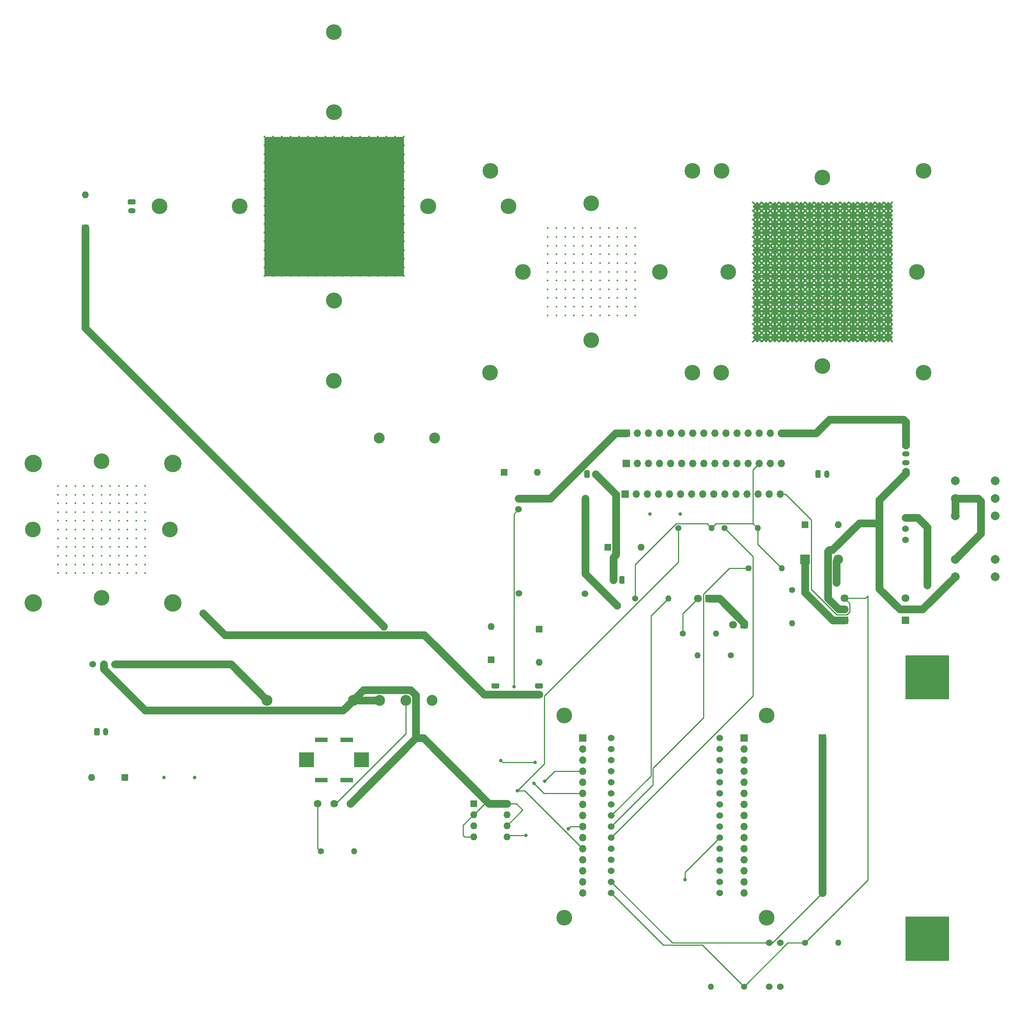
<source format=gbr>
%TF.GenerationSoftware,KiCad,Pcbnew,5.1.6-c6e7f7d~87~ubuntu19.10.1*%
%TF.CreationDate,2020-10-16T11:06:17+02:00*%
%TF.ProjectId,ariadne,61726961-646e-4652-9e6b-696361645f70,rev?*%
%TF.SameCoordinates,Original*%
%TF.FileFunction,Copper,L2,Bot*%
%TF.FilePolarity,Positive*%
%FSLAX46Y46*%
G04 Gerber Fmt 4.6, Leading zero omitted, Abs format (unit mm)*
G04 Created by KiCad (PCBNEW 5.1.6-c6e7f7d~87~ubuntu19.10.1) date 2020-10-16 11:06:17*
%MOMM*%
%LPD*%
G01*
G04 APERTURE LIST*
%TA.AperFunction,ComponentPad*%
%ADD10C,3.600000*%
%TD*%
%TA.AperFunction,ComponentPad*%
%ADD11O,1.200000X1.750000*%
%TD*%
%TA.AperFunction,ComponentPad*%
%ADD12C,0.400000*%
%TD*%
%TA.AperFunction,ComponentPad*%
%ADD13O,1.750000X1.200000*%
%TD*%
%TA.AperFunction,ComponentPad*%
%ADD14C,4.000000*%
%TD*%
%TA.AperFunction,ComponentPad*%
%ADD15C,1.524000*%
%TD*%
%TA.AperFunction,ComponentPad*%
%ADD16R,1.800000X1.800000*%
%TD*%
%TA.AperFunction,ComponentPad*%
%ADD17C,1.800000*%
%TD*%
%TA.AperFunction,ComponentPad*%
%ADD18R,2.200000X2.200000*%
%TD*%
%TA.AperFunction,ComponentPad*%
%ADD19O,2.200000X2.200000*%
%TD*%
%TA.AperFunction,ComponentPad*%
%ADD20C,1.400000*%
%TD*%
%TA.AperFunction,ComponentPad*%
%ADD21O,1.400000X1.400000*%
%TD*%
%TA.AperFunction,ComponentPad*%
%ADD22R,1.600000X1.600000*%
%TD*%
%TA.AperFunction,ComponentPad*%
%ADD23O,1.600000X1.600000*%
%TD*%
%TA.AperFunction,ComponentPad*%
%ADD24C,2.000000*%
%TD*%
%TA.AperFunction,ComponentPad*%
%ADD25C,2.500000*%
%TD*%
%TA.AperFunction,ComponentPad*%
%ADD26R,1.700000X1.700000*%
%TD*%
%TA.AperFunction,ComponentPad*%
%ADD27O,1.700000X1.700000*%
%TD*%
%TA.AperFunction,ComponentPad*%
%ADD28C,1.750000*%
%TD*%
%TA.AperFunction,ComponentPad*%
%ADD29R,3.500000X3.500000*%
%TD*%
%TA.AperFunction,ComponentPad*%
%ADD30R,3.000000X1.000000*%
%TD*%
%TA.AperFunction,ViaPad*%
%ADD31C,1.500000*%
%TD*%
%TA.AperFunction,ViaPad*%
%ADD32C,0.800000*%
%TD*%
%TA.AperFunction,Conductor*%
%ADD33C,1.750000*%
%TD*%
%TA.AperFunction,Conductor*%
%ADD34C,0.250000*%
%TD*%
%TA.AperFunction,Conductor*%
%ADD35C,0.254000*%
%TD*%
%TA.AperFunction,NonConductor*%
%ADD36C,0.254000*%
%TD*%
G04 APERTURE END LIST*
D10*
%TO.P,U23,0*%
%TO.N,Net-(U23-Pad0)*%
X208193102Y-230193102D03*
X208200173Y-183813969D03*
X161806898Y-183806898D03*
X161813969Y-230200173D03*
%TD*%
%TO.P,U6,1*%
%TO.N,Net-(SW1-Pad2)*%
%TA.AperFunction,ComponentPad*%
G36*
G01*
X219380000Y-129025001D02*
X219380000Y-127774999D01*
G75*
G02*
X219629999Y-127525000I249999J0D01*
G01*
X220330001Y-127525000D01*
G75*
G02*
X220580000Y-127774999I0J-249999D01*
G01*
X220580000Y-129025001D01*
G75*
G02*
X220330001Y-129275000I-249999J0D01*
G01*
X219629999Y-129275000D01*
G75*
G02*
X219380000Y-129025001I0J249999D01*
G01*
G37*
%TD.AperFunction*%
D11*
%TO.P,U6,2*%
%TO.N,45B_OUT-*%
X221980000Y-128400000D03*
D10*
%TO.P,U6,0*%
%TO.N,Net-(U6-Pad0)*%
X221000000Y-103600000D03*
X221000000Y-60400000D03*
X242600000Y-82000000D03*
X199400000Y-82000000D03*
D12*
X237000000Y-68000000D03*
X237000000Y-96000000D03*
X237000000Y-92000000D03*
X237000000Y-70000000D03*
X237000000Y-80000000D03*
X237000000Y-78000000D03*
X237000000Y-90000000D03*
X237000000Y-98000000D03*
X237000000Y-66000000D03*
X237000000Y-86000000D03*
X237000000Y-82000000D03*
X237000000Y-76000000D03*
X237000000Y-84000000D03*
X237000000Y-74000000D03*
X237000000Y-72000000D03*
X237000000Y-88000000D03*
X237000000Y-94000000D03*
X227000000Y-80000000D03*
X233000000Y-76000000D03*
X231000000Y-84000000D03*
X229000000Y-88000000D03*
X225000000Y-68000000D03*
X223000000Y-98000000D03*
X221000000Y-74000000D03*
X227000000Y-74000000D03*
X227000000Y-88000000D03*
X235000000Y-76000000D03*
X231000000Y-74000000D03*
X229000000Y-96000000D03*
X221000000Y-66000000D03*
X233000000Y-74000000D03*
X231000000Y-76000000D03*
X223000000Y-88000000D03*
X227000000Y-76000000D03*
X231000000Y-90000000D03*
X233000000Y-84000000D03*
X235000000Y-96000000D03*
X235000000Y-92000000D03*
X221000000Y-76000000D03*
X231000000Y-88000000D03*
X233000000Y-82000000D03*
X235000000Y-88000000D03*
X229000000Y-76000000D03*
X223000000Y-96000000D03*
X229000000Y-90000000D03*
X233000000Y-72000000D03*
X225000000Y-72000000D03*
X233000000Y-70000000D03*
X229000000Y-94000000D03*
X227000000Y-68000000D03*
X221000000Y-90000000D03*
X233000000Y-94000000D03*
X235000000Y-66000000D03*
X229000000Y-82000000D03*
X231000000Y-98000000D03*
X233000000Y-98000000D03*
X221000000Y-82000000D03*
X221000000Y-80000000D03*
X221000000Y-98000000D03*
X227000000Y-72000000D03*
X227000000Y-70000000D03*
X225000000Y-98000000D03*
X225000000Y-96000000D03*
X223000000Y-76000000D03*
X235000000Y-74000000D03*
X223000000Y-78000000D03*
X235000000Y-82000000D03*
X233000000Y-92000000D03*
X231000000Y-70000000D03*
X223000000Y-68000000D03*
X227000000Y-66000000D03*
X231000000Y-82000000D03*
X227000000Y-84000000D03*
X229000000Y-68000000D03*
X233000000Y-96000000D03*
X221000000Y-94000000D03*
X235000000Y-70000000D03*
X231000000Y-68000000D03*
X235000000Y-86000000D03*
X223000000Y-74000000D03*
X221000000Y-92000000D03*
X223000000Y-90000000D03*
X229000000Y-98000000D03*
X227000000Y-98000000D03*
X225000000Y-80000000D03*
X231000000Y-96000000D03*
X221000000Y-96000000D03*
X231000000Y-78000000D03*
X225000000Y-70000000D03*
X233000000Y-90000000D03*
X221000000Y-72000000D03*
X223000000Y-94000000D03*
X233000000Y-80000000D03*
X235000000Y-72000000D03*
X221000000Y-86000000D03*
X223000000Y-92000000D03*
X227000000Y-96000000D03*
X225000000Y-94000000D03*
X223000000Y-66000000D03*
X235000000Y-98000000D03*
X221000000Y-78000000D03*
X223000000Y-72000000D03*
X231000000Y-94000000D03*
X229000000Y-78000000D03*
X227000000Y-90000000D03*
X225000000Y-76000000D03*
X223000000Y-82000000D03*
X225000000Y-92000000D03*
X227000000Y-92000000D03*
X231000000Y-72000000D03*
X223000000Y-86000000D03*
X231000000Y-92000000D03*
X227000000Y-82000000D03*
X231000000Y-66000000D03*
X225000000Y-74000000D03*
X223000000Y-70000000D03*
X225000000Y-86000000D03*
X225000000Y-78000000D03*
X225000000Y-90000000D03*
X225000000Y-88000000D03*
X235000000Y-84000000D03*
X235000000Y-78000000D03*
X233000000Y-68000000D03*
X229000000Y-66000000D03*
X225000000Y-84000000D03*
X229000000Y-86000000D03*
X229000000Y-80000000D03*
X235000000Y-68000000D03*
X233000000Y-86000000D03*
X235000000Y-80000000D03*
X231000000Y-86000000D03*
X229000000Y-92000000D03*
X231000000Y-80000000D03*
X227000000Y-94000000D03*
X223000000Y-80000000D03*
X229000000Y-74000000D03*
X227000000Y-78000000D03*
X225000000Y-82000000D03*
X233000000Y-78000000D03*
X235000000Y-94000000D03*
X225000000Y-66000000D03*
X221000000Y-70000000D03*
X227000000Y-86000000D03*
X235000000Y-90000000D03*
X221000000Y-68000000D03*
X229000000Y-70000000D03*
X233000000Y-88000000D03*
X223000000Y-84000000D03*
X221000000Y-88000000D03*
X229000000Y-84000000D03*
X233000000Y-66000000D03*
X229000000Y-72000000D03*
X221000000Y-84000000D03*
X219000000Y-80000000D03*
X217000000Y-68000000D03*
X215000000Y-98000000D03*
X213000000Y-74000000D03*
X219000000Y-74000000D03*
X219000000Y-88000000D03*
X213000000Y-66000000D03*
X215000000Y-88000000D03*
X219000000Y-76000000D03*
X213000000Y-76000000D03*
X215000000Y-96000000D03*
X217000000Y-72000000D03*
X219000000Y-68000000D03*
X213000000Y-90000000D03*
X213000000Y-82000000D03*
X213000000Y-80000000D03*
X213000000Y-98000000D03*
X219000000Y-72000000D03*
X219000000Y-70000000D03*
X217000000Y-98000000D03*
X217000000Y-96000000D03*
X215000000Y-76000000D03*
X215000000Y-78000000D03*
X215000000Y-68000000D03*
X219000000Y-66000000D03*
X219000000Y-84000000D03*
X213000000Y-94000000D03*
X215000000Y-74000000D03*
X213000000Y-92000000D03*
X215000000Y-90000000D03*
X219000000Y-98000000D03*
X217000000Y-80000000D03*
X213000000Y-96000000D03*
X217000000Y-70000000D03*
X213000000Y-72000000D03*
X215000000Y-94000000D03*
X213000000Y-86000000D03*
X215000000Y-92000000D03*
X219000000Y-96000000D03*
X217000000Y-94000000D03*
X215000000Y-66000000D03*
X213000000Y-78000000D03*
X215000000Y-72000000D03*
X219000000Y-90000000D03*
X217000000Y-76000000D03*
X215000000Y-82000000D03*
X217000000Y-92000000D03*
X219000000Y-92000000D03*
X215000000Y-86000000D03*
X219000000Y-82000000D03*
X217000000Y-74000000D03*
X215000000Y-70000000D03*
X217000000Y-86000000D03*
X217000000Y-78000000D03*
X217000000Y-90000000D03*
X217000000Y-88000000D03*
X217000000Y-84000000D03*
X219000000Y-94000000D03*
X215000000Y-80000000D03*
X219000000Y-78000000D03*
X217000000Y-82000000D03*
X217000000Y-66000000D03*
X213000000Y-70000000D03*
X219000000Y-86000000D03*
X213000000Y-68000000D03*
X215000000Y-84000000D03*
X213000000Y-88000000D03*
X213000000Y-84000000D03*
X211000000Y-98000000D03*
X209000000Y-74000000D03*
X209000000Y-66000000D03*
X211000000Y-88000000D03*
X209000000Y-76000000D03*
X211000000Y-96000000D03*
X209000000Y-90000000D03*
X209000000Y-82000000D03*
X209000000Y-80000000D03*
X209000000Y-98000000D03*
X211000000Y-76000000D03*
X211000000Y-78000000D03*
X211000000Y-68000000D03*
X209000000Y-94000000D03*
X211000000Y-74000000D03*
X209000000Y-92000000D03*
X211000000Y-90000000D03*
X209000000Y-96000000D03*
X209000000Y-72000000D03*
X211000000Y-94000000D03*
X209000000Y-86000000D03*
X211000000Y-92000000D03*
X211000000Y-66000000D03*
X209000000Y-78000000D03*
X211000000Y-72000000D03*
X211000000Y-82000000D03*
X211000000Y-86000000D03*
X211000000Y-70000000D03*
X211000000Y-80000000D03*
X209000000Y-70000000D03*
X209000000Y-68000000D03*
X211000000Y-84000000D03*
X209000000Y-88000000D03*
X209000000Y-84000000D03*
X207000000Y-74000000D03*
X207000000Y-76000000D03*
X207000000Y-90000000D03*
X207000000Y-82000000D03*
X207000000Y-80000000D03*
X207000000Y-98000000D03*
X207000000Y-94000000D03*
X207000000Y-92000000D03*
X207000000Y-96000000D03*
X207000000Y-72000000D03*
X207000000Y-86000000D03*
X207000000Y-78000000D03*
X207000000Y-70000000D03*
X207000000Y-68000000D03*
X207000000Y-88000000D03*
X207000000Y-84000000D03*
X207000000Y-66000000D03*
X205000000Y-66000000D03*
X205000000Y-74000000D03*
X205000000Y-82000000D03*
X205000000Y-76000000D03*
X205000000Y-72000000D03*
X205000000Y-68000000D03*
X205000000Y-78000000D03*
X205000000Y-80000000D03*
X205000000Y-70000000D03*
X205000000Y-90000000D03*
X205000000Y-84000000D03*
X205000000Y-86000000D03*
X205000000Y-88000000D03*
X205000000Y-94000000D03*
X205000000Y-92000000D03*
X205000000Y-96000000D03*
X205000000Y-98000000D03*
%TD*%
%TO.P,U12,1*%
%TO.N,Net-(SW4-Pad2)*%
%TA.AperFunction,ComponentPad*%
G36*
G01*
X166380000Y-129025001D02*
X166380000Y-127774999D01*
G75*
G02*
X166629999Y-127525000I249999J0D01*
G01*
X167330001Y-127525000D01*
G75*
G02*
X167580000Y-127774999I0J-249999D01*
G01*
X167580000Y-129025001D01*
G75*
G02*
X167330001Y-129275000I-249999J0D01*
G01*
X166629999Y-129275000D01*
G75*
G02*
X166380000Y-129025001I0J249999D01*
G01*
G37*
%TD.AperFunction*%
D11*
%TO.P,U12,2*%
%TO.N,45B_OUT-*%
X168980000Y-128400000D03*
D10*
%TO.P,U12,0*%
%TO.N,Net-(U12-Pad0)*%
X168000000Y-97700000D03*
X168000000Y-66300000D03*
X183700000Y-82000000D03*
X152300000Y-82000000D03*
D12*
X174000000Y-80000000D03*
X178000000Y-84000000D03*
X176000000Y-88000000D03*
X168000000Y-74000000D03*
X174000000Y-74000000D03*
X174000000Y-88000000D03*
X178000000Y-74000000D03*
X178000000Y-76000000D03*
X170000000Y-88000000D03*
X174000000Y-76000000D03*
X178000000Y-90000000D03*
X168000000Y-76000000D03*
X178000000Y-88000000D03*
X176000000Y-76000000D03*
X176000000Y-90000000D03*
X172000000Y-72000000D03*
X168000000Y-90000000D03*
X176000000Y-82000000D03*
X168000000Y-82000000D03*
X168000000Y-80000000D03*
X174000000Y-72000000D03*
X170000000Y-76000000D03*
X170000000Y-78000000D03*
X178000000Y-82000000D03*
X174000000Y-84000000D03*
X170000000Y-74000000D03*
X168000000Y-92000000D03*
X170000000Y-90000000D03*
X172000000Y-80000000D03*
X178000000Y-78000000D03*
X168000000Y-72000000D03*
X168000000Y-86000000D03*
X170000000Y-92000000D03*
X168000000Y-78000000D03*
X170000000Y-72000000D03*
X176000000Y-78000000D03*
X174000000Y-90000000D03*
X172000000Y-76000000D03*
X170000000Y-82000000D03*
X172000000Y-92000000D03*
X174000000Y-92000000D03*
X178000000Y-72000000D03*
X170000000Y-86000000D03*
X178000000Y-92000000D03*
X174000000Y-82000000D03*
X172000000Y-74000000D03*
X172000000Y-86000000D03*
X172000000Y-78000000D03*
X172000000Y-90000000D03*
X172000000Y-88000000D03*
X172000000Y-84000000D03*
X176000000Y-86000000D03*
X176000000Y-80000000D03*
X178000000Y-86000000D03*
X176000000Y-92000000D03*
X178000000Y-80000000D03*
X170000000Y-80000000D03*
X176000000Y-74000000D03*
X174000000Y-78000000D03*
X172000000Y-82000000D03*
X174000000Y-86000000D03*
X170000000Y-84000000D03*
X168000000Y-88000000D03*
X176000000Y-84000000D03*
X176000000Y-72000000D03*
X168000000Y-84000000D03*
X166000000Y-80000000D03*
X160000000Y-74000000D03*
X166000000Y-74000000D03*
X166000000Y-88000000D03*
X162000000Y-88000000D03*
X166000000Y-76000000D03*
X160000000Y-76000000D03*
X164000000Y-72000000D03*
X160000000Y-90000000D03*
X160000000Y-82000000D03*
X160000000Y-80000000D03*
X166000000Y-72000000D03*
X162000000Y-76000000D03*
X162000000Y-78000000D03*
X166000000Y-84000000D03*
X162000000Y-74000000D03*
X160000000Y-92000000D03*
X162000000Y-90000000D03*
X164000000Y-80000000D03*
X160000000Y-72000000D03*
X160000000Y-86000000D03*
X162000000Y-92000000D03*
X160000000Y-78000000D03*
X162000000Y-72000000D03*
X166000000Y-90000000D03*
X164000000Y-76000000D03*
X162000000Y-82000000D03*
X164000000Y-92000000D03*
X166000000Y-92000000D03*
X162000000Y-86000000D03*
X166000000Y-82000000D03*
X164000000Y-74000000D03*
X164000000Y-86000000D03*
X164000000Y-78000000D03*
X164000000Y-90000000D03*
X164000000Y-88000000D03*
X164000000Y-84000000D03*
X162000000Y-80000000D03*
X166000000Y-78000000D03*
X164000000Y-82000000D03*
X166000000Y-86000000D03*
X162000000Y-84000000D03*
X160000000Y-88000000D03*
X160000000Y-84000000D03*
X158000000Y-88000000D03*
X158000000Y-76000000D03*
X158000000Y-78000000D03*
X158000000Y-74000000D03*
X158000000Y-90000000D03*
X158000000Y-92000000D03*
X158000000Y-72000000D03*
X158000000Y-82000000D03*
X158000000Y-86000000D03*
X158000000Y-80000000D03*
X158000000Y-84000000D03*
%TD*%
%TO.P,U15,1*%
%TO.N,Net-(SW7-Pad2)*%
%TA.AperFunction,ComponentPad*%
G36*
G01*
X54040001Y-188165000D02*
X54040001Y-186914998D01*
G75*
G02*
X54290000Y-186664999I249999J0D01*
G01*
X54990002Y-186664999D01*
G75*
G02*
X55240001Y-186914998I0J-249999D01*
G01*
X55240001Y-188165000D01*
G75*
G02*
X54990002Y-188414999I-249999J0D01*
G01*
X54290000Y-188414999D01*
G75*
G02*
X54040001Y-188165000I0J249999D01*
G01*
G37*
%TD.AperFunction*%
D11*
%TO.P,U15,2*%
%TO.N,LDD_1200_OUT-*%
X56640001Y-187539999D03*
D10*
%TO.P,U15,0*%
%TO.N,Net-(U15-Pad0)*%
X55660001Y-156839999D03*
X55660001Y-125439999D03*
X71360001Y-141139999D03*
X39960001Y-141139999D03*
D12*
X61660001Y-139139999D03*
X65660001Y-143139999D03*
X63660001Y-147139999D03*
X55660001Y-133139999D03*
X61660001Y-133139999D03*
X61660001Y-147139999D03*
X65660001Y-133139999D03*
X65660001Y-135139999D03*
X57660001Y-147139999D03*
X61660001Y-135139999D03*
X65660001Y-149139999D03*
X55660001Y-135139999D03*
X65660001Y-147139999D03*
X63660001Y-135139999D03*
X63660001Y-149139999D03*
X59660001Y-131139999D03*
X55660001Y-149139999D03*
X63660001Y-141139999D03*
X55660001Y-141139999D03*
X55660001Y-139139999D03*
X61660001Y-131139999D03*
X57660001Y-135139999D03*
X57660001Y-137139999D03*
X65660001Y-141139999D03*
X61660001Y-143139999D03*
X57660001Y-133139999D03*
X55660001Y-151139999D03*
X57660001Y-149139999D03*
X59660001Y-139139999D03*
X65660001Y-137139999D03*
X55660001Y-131139999D03*
X55660001Y-145139999D03*
X57660001Y-151139999D03*
X55660001Y-137139999D03*
X57660001Y-131139999D03*
X63660001Y-137139999D03*
X61660001Y-149139999D03*
X59660001Y-135139999D03*
X57660001Y-141139999D03*
X59660001Y-151139999D03*
X61660001Y-151139999D03*
X65660001Y-131139999D03*
X57660001Y-145139999D03*
X65660001Y-151139999D03*
X61660001Y-141139999D03*
X59660001Y-133139999D03*
X59660001Y-145139999D03*
X59660001Y-137139999D03*
X59660001Y-149139999D03*
X59660001Y-147139999D03*
X59660001Y-143139999D03*
X63660001Y-145139999D03*
X63660001Y-139139999D03*
X65660001Y-145139999D03*
X63660001Y-151139999D03*
X65660001Y-139139999D03*
X57660001Y-139139999D03*
X63660001Y-133139999D03*
X61660001Y-137139999D03*
X59660001Y-141139999D03*
X61660001Y-145139999D03*
X57660001Y-143139999D03*
X55660001Y-147139999D03*
X63660001Y-143139999D03*
X63660001Y-131139999D03*
X55660001Y-143139999D03*
X53660001Y-139139999D03*
X47660001Y-133139999D03*
X53660001Y-133139999D03*
X53660001Y-147139999D03*
X49660001Y-147139999D03*
X53660001Y-135139999D03*
X47660001Y-135139999D03*
X51660001Y-131139999D03*
X47660001Y-149139999D03*
X47660001Y-141139999D03*
X47660001Y-139139999D03*
X53660001Y-131139999D03*
X49660001Y-135139999D03*
X49660001Y-137139999D03*
X53660001Y-143139999D03*
X49660001Y-133139999D03*
X47660001Y-151139999D03*
X49660001Y-149139999D03*
X51660001Y-139139999D03*
X47660001Y-131139999D03*
X47660001Y-145139999D03*
X49660001Y-151139999D03*
X47660001Y-137139999D03*
X49660001Y-131139999D03*
X53660001Y-149139999D03*
X51660001Y-135139999D03*
X49660001Y-141139999D03*
X51660001Y-151139999D03*
X53660001Y-151139999D03*
X49660001Y-145139999D03*
X53660001Y-141139999D03*
X51660001Y-133139999D03*
X51660001Y-145139999D03*
X51660001Y-137139999D03*
X51660001Y-149139999D03*
X51660001Y-147139999D03*
X51660001Y-143139999D03*
X49660001Y-139139999D03*
X53660001Y-137139999D03*
X51660001Y-141139999D03*
X53660001Y-145139999D03*
X49660001Y-143139999D03*
X47660001Y-147139999D03*
X47660001Y-143139999D03*
X45660001Y-147139999D03*
X45660001Y-135139999D03*
X45660001Y-137139999D03*
X45660001Y-133139999D03*
X45660001Y-149139999D03*
X45660001Y-151139999D03*
X45660001Y-131139999D03*
X45660001Y-141139999D03*
X45660001Y-145139999D03*
X45660001Y-139139999D03*
X45660001Y-143139999D03*
%TD*%
%TO.P,U13,1*%
%TO.N,Net-(SW5-Pad2)*%
%TA.AperFunction,ComponentPad*%
G36*
G01*
X61974999Y-65380000D02*
X63225001Y-65380000D01*
G75*
G02*
X63475000Y-65629999I0J-249999D01*
G01*
X63475000Y-66330001D01*
G75*
G02*
X63225001Y-66580000I-249999J0D01*
G01*
X61974999Y-66580000D01*
G75*
G02*
X61725000Y-66330001I0J249999D01*
G01*
X61725000Y-65629999D01*
G75*
G02*
X61974999Y-65380000I249999J0D01*
G01*
G37*
%TD.AperFunction*%
D13*
%TO.P,U13,2*%
%TO.N,LDD_1200_OUT-*%
X62600000Y-67980000D03*
D10*
%TO.P,U13,0*%
%TO.N,Net-(U13-Pad0)*%
X87400000Y-67000000D03*
X130600000Y-67000000D03*
X109000000Y-88600000D03*
X109000000Y-45400000D03*
D12*
X123000000Y-83000000D03*
X95000000Y-83000000D03*
X99000000Y-83000000D03*
X121000000Y-83000000D03*
X111000000Y-83000000D03*
X113000000Y-83000000D03*
X101000000Y-83000000D03*
X93000000Y-83000000D03*
X125000000Y-83000000D03*
X105000000Y-83000000D03*
X109000000Y-83000000D03*
X115000000Y-83000000D03*
X107000000Y-83000000D03*
X117000000Y-83000000D03*
X119000000Y-83000000D03*
X103000000Y-83000000D03*
X97000000Y-83000000D03*
X111000000Y-73000000D03*
X115000000Y-79000000D03*
X107000000Y-77000000D03*
X103000000Y-75000000D03*
X123000000Y-71000000D03*
X93000000Y-69000000D03*
X117000000Y-67000000D03*
X117000000Y-73000000D03*
X103000000Y-73000000D03*
X115000000Y-81000000D03*
X117000000Y-77000000D03*
X95000000Y-75000000D03*
X125000000Y-67000000D03*
X117000000Y-79000000D03*
X115000000Y-77000000D03*
X103000000Y-69000000D03*
X115000000Y-73000000D03*
X101000000Y-77000000D03*
X107000000Y-79000000D03*
X95000000Y-81000000D03*
X99000000Y-81000000D03*
X115000000Y-67000000D03*
X103000000Y-77000000D03*
X109000000Y-79000000D03*
X103000000Y-81000000D03*
X115000000Y-75000000D03*
X95000000Y-69000000D03*
X101000000Y-75000000D03*
X119000000Y-79000000D03*
X119000000Y-71000000D03*
X121000000Y-79000000D03*
X97000000Y-75000000D03*
X123000000Y-73000000D03*
X101000000Y-67000000D03*
X97000000Y-79000000D03*
X125000000Y-81000000D03*
X109000000Y-75000000D03*
X93000000Y-77000000D03*
X93000000Y-79000000D03*
X109000000Y-67000000D03*
X111000000Y-67000000D03*
X93000000Y-67000000D03*
X119000000Y-73000000D03*
X121000000Y-73000000D03*
X93000000Y-71000000D03*
X95000000Y-71000000D03*
X115000000Y-69000000D03*
X117000000Y-81000000D03*
X113000000Y-69000000D03*
X109000000Y-81000000D03*
X99000000Y-79000000D03*
X121000000Y-77000000D03*
X123000000Y-69000000D03*
X125000000Y-73000000D03*
X109000000Y-77000000D03*
X107000000Y-73000000D03*
X123000000Y-75000000D03*
X95000000Y-79000000D03*
X97000000Y-67000000D03*
X121000000Y-81000000D03*
X123000000Y-77000000D03*
X105000000Y-81000000D03*
X117000000Y-69000000D03*
X99000000Y-67000000D03*
X101000000Y-69000000D03*
X93000000Y-75000000D03*
X93000000Y-73000000D03*
X111000000Y-71000000D03*
X95000000Y-77000000D03*
X95000000Y-67000000D03*
X113000000Y-77000000D03*
X121000000Y-71000000D03*
X101000000Y-79000000D03*
X119000000Y-67000000D03*
X97000000Y-69000000D03*
X111000000Y-79000000D03*
X119000000Y-81000000D03*
X105000000Y-67000000D03*
X99000000Y-69000000D03*
X95000000Y-73000000D03*
X97000000Y-71000000D03*
X125000000Y-69000000D03*
X93000000Y-81000000D03*
X113000000Y-67000000D03*
X119000000Y-69000000D03*
X97000000Y-77000000D03*
X113000000Y-75000000D03*
X101000000Y-73000000D03*
X115000000Y-71000000D03*
X109000000Y-69000000D03*
X99000000Y-71000000D03*
X99000000Y-73000000D03*
X119000000Y-77000000D03*
X105000000Y-69000000D03*
X99000000Y-77000000D03*
X109000000Y-73000000D03*
X125000000Y-77000000D03*
X117000000Y-71000000D03*
X121000000Y-69000000D03*
X105000000Y-71000000D03*
X113000000Y-71000000D03*
X101000000Y-71000000D03*
X103000000Y-71000000D03*
X107000000Y-81000000D03*
X113000000Y-81000000D03*
X123000000Y-79000000D03*
X125000000Y-75000000D03*
X107000000Y-71000000D03*
X105000000Y-75000000D03*
X111000000Y-75000000D03*
X123000000Y-81000000D03*
X105000000Y-79000000D03*
X111000000Y-81000000D03*
X105000000Y-77000000D03*
X99000000Y-75000000D03*
X111000000Y-77000000D03*
X97000000Y-73000000D03*
X111000000Y-69000000D03*
X117000000Y-75000000D03*
X113000000Y-73000000D03*
X109000000Y-71000000D03*
X113000000Y-79000000D03*
X97000000Y-81000000D03*
X125000000Y-71000000D03*
X121000000Y-67000000D03*
X105000000Y-73000000D03*
X101000000Y-81000000D03*
X123000000Y-67000000D03*
X121000000Y-75000000D03*
X103000000Y-79000000D03*
X107000000Y-69000000D03*
X103000000Y-67000000D03*
X107000000Y-75000000D03*
X125000000Y-79000000D03*
X119000000Y-75000000D03*
X107000000Y-67000000D03*
X111000000Y-65000000D03*
X123000000Y-63000000D03*
X93000000Y-61000000D03*
X117000000Y-59000000D03*
X117000000Y-65000000D03*
X103000000Y-65000000D03*
X125000000Y-59000000D03*
X103000000Y-61000000D03*
X115000000Y-65000000D03*
X115000000Y-59000000D03*
X95000000Y-61000000D03*
X119000000Y-63000000D03*
X123000000Y-65000000D03*
X101000000Y-59000000D03*
X109000000Y-59000000D03*
X111000000Y-59000000D03*
X93000000Y-59000000D03*
X119000000Y-65000000D03*
X121000000Y-65000000D03*
X93000000Y-63000000D03*
X95000000Y-63000000D03*
X115000000Y-61000000D03*
X113000000Y-61000000D03*
X123000000Y-61000000D03*
X125000000Y-65000000D03*
X107000000Y-65000000D03*
X97000000Y-59000000D03*
X117000000Y-61000000D03*
X99000000Y-59000000D03*
X101000000Y-61000000D03*
X93000000Y-65000000D03*
X111000000Y-63000000D03*
X95000000Y-59000000D03*
X121000000Y-63000000D03*
X119000000Y-59000000D03*
X97000000Y-61000000D03*
X105000000Y-59000000D03*
X99000000Y-61000000D03*
X95000000Y-65000000D03*
X97000000Y-63000000D03*
X125000000Y-61000000D03*
X113000000Y-59000000D03*
X119000000Y-61000000D03*
X101000000Y-65000000D03*
X115000000Y-63000000D03*
X109000000Y-61000000D03*
X99000000Y-63000000D03*
X99000000Y-65000000D03*
X105000000Y-61000000D03*
X109000000Y-65000000D03*
X117000000Y-63000000D03*
X121000000Y-61000000D03*
X105000000Y-63000000D03*
X113000000Y-63000000D03*
X101000000Y-63000000D03*
X103000000Y-63000000D03*
X107000000Y-63000000D03*
X97000000Y-65000000D03*
X111000000Y-61000000D03*
X113000000Y-65000000D03*
X109000000Y-63000000D03*
X125000000Y-63000000D03*
X121000000Y-59000000D03*
X105000000Y-65000000D03*
X123000000Y-59000000D03*
X107000000Y-61000000D03*
X103000000Y-59000000D03*
X107000000Y-59000000D03*
X93000000Y-57000000D03*
X117000000Y-55000000D03*
X125000000Y-55000000D03*
X103000000Y-57000000D03*
X115000000Y-55000000D03*
X95000000Y-57000000D03*
X101000000Y-55000000D03*
X109000000Y-55000000D03*
X111000000Y-55000000D03*
X93000000Y-55000000D03*
X115000000Y-57000000D03*
X113000000Y-57000000D03*
X123000000Y-57000000D03*
X97000000Y-55000000D03*
X117000000Y-57000000D03*
X99000000Y-55000000D03*
X101000000Y-57000000D03*
X95000000Y-55000000D03*
X119000000Y-55000000D03*
X97000000Y-57000000D03*
X105000000Y-55000000D03*
X99000000Y-57000000D03*
X125000000Y-57000000D03*
X113000000Y-55000000D03*
X119000000Y-57000000D03*
X109000000Y-57000000D03*
X105000000Y-57000000D03*
X121000000Y-57000000D03*
X111000000Y-57000000D03*
X121000000Y-55000000D03*
X123000000Y-55000000D03*
X107000000Y-57000000D03*
X103000000Y-55000000D03*
X107000000Y-55000000D03*
X117000000Y-53000000D03*
X115000000Y-53000000D03*
X101000000Y-53000000D03*
X109000000Y-53000000D03*
X111000000Y-53000000D03*
X93000000Y-53000000D03*
X97000000Y-53000000D03*
X99000000Y-53000000D03*
X95000000Y-53000000D03*
X119000000Y-53000000D03*
X105000000Y-53000000D03*
X113000000Y-53000000D03*
X121000000Y-53000000D03*
X123000000Y-53000000D03*
X103000000Y-53000000D03*
X107000000Y-53000000D03*
X125000000Y-53000000D03*
X125000000Y-51000000D03*
X117000000Y-51000000D03*
X109000000Y-51000000D03*
X115000000Y-51000000D03*
X119000000Y-51000000D03*
X123000000Y-51000000D03*
X113000000Y-51000000D03*
X111000000Y-51000000D03*
X121000000Y-51000000D03*
X101000000Y-51000000D03*
X107000000Y-51000000D03*
X105000000Y-51000000D03*
X103000000Y-51000000D03*
X97000000Y-51000000D03*
X99000000Y-51000000D03*
X95000000Y-51000000D03*
X93000000Y-51000000D03*
%TD*%
D14*
%TO.P,U18,0*%
%TO.N,Net-(U18-Pad0)*%
X40000000Y-126000000D03*
X40000000Y-158000000D03*
X72000000Y-158000000D03*
X72000000Y-126000000D03*
D15*
%TO.P,U18,3*%
%TO.N,+12V*%
X58730000Y-172048000D03*
%TO.P,U18,2*%
%TO.N,POWER-IN-*%
X56190000Y-172048000D03*
%TO.P,U18,1*%
%TO.N,FAN-PWM*%
X53650000Y-172048000D03*
%TD*%
D10*
%TO.P,U22,0*%
%TO.N,Net-(U22-Pad0)*%
X108990000Y-107000000D03*
X68990000Y-67000000D03*
X108990000Y-27000000D03*
X148990000Y-67000000D03*
X108990000Y-45410000D03*
X130580000Y-67000000D03*
X108990000Y-88590000D03*
X87400000Y-67000000D03*
%TD*%
%TO.P,U19,0*%
%TO.N,Net-(U19-Pad0)*%
X191186031Y-58799827D03*
X191193102Y-105193102D03*
X144799827Y-105186031D03*
X144806898Y-58806898D03*
%TD*%
%TO.P,U27,0*%
%TO.N,Net-(U27-Pad0)*%
X197806898Y-58806898D03*
X197799827Y-105186031D03*
X244193102Y-105193102D03*
X244186031Y-58799827D03*
%TD*%
D16*
%TO.P,D1,1*%
%TO.N,POWER-IN-*%
X203000000Y-163000000D03*
D17*
%TO.P,D1,2*%
%TO.N,Net-(D1-Pad2)*%
X200460000Y-163000000D03*
%TD*%
D18*
%TO.P,D2,1*%
%TO.N,+12V*%
X217000000Y-148000000D03*
D19*
%TO.P,D2,2*%
%TO.N,Net-(D2-Pad2)*%
X224620000Y-148000000D03*
%TD*%
D17*
%TO.P,D3,2*%
%TO.N,Net-(D3-Pad2)*%
X192460000Y-157000000D03*
D16*
%TO.P,D3,1*%
%TO.N,POWER-IN-*%
X195000000Y-157000000D03*
%TD*%
D20*
%TO.P,R1,1*%
%TO.N,Net-(D2-Pad2)*%
X214000000Y-155000000D03*
D21*
%TO.P,R1,2*%
%TO.N,POWER-IN-*%
X214000000Y-162620000D03*
%TD*%
D20*
%TO.P,R2,1*%
%TO.N,+3V3*%
X178000000Y-157000000D03*
D21*
%TO.P,R2,2*%
%TO.N,SW4*%
X185620000Y-157000000D03*
%TD*%
D20*
%TO.P,R3,1*%
%TO.N,SW3*%
X204000000Y-150000000D03*
D21*
%TO.P,R3,2*%
%TO.N,+3V3*%
X211620000Y-150000000D03*
%TD*%
%TO.P,R4,2*%
%TO.N,+3V3*%
X206105001Y-140815001D03*
D20*
%TO.P,R4,1*%
%TO.N,SW2*%
X198485001Y-140815001D03*
%TD*%
%TO.P,R5,1*%
%TO.N,SW1*%
X187915001Y-140815001D03*
D21*
%TO.P,R5,2*%
%TO.N,+3V3*%
X195535001Y-140815001D03*
%TD*%
%TO.P,R6,2*%
%TO.N,+5V*%
X113620000Y-215000000D03*
D20*
%TO.P,R6,1*%
%TO.N,Net-(R6-Pad1)*%
X106000000Y-215000000D03*
%TD*%
D21*
%TO.P,R7,2*%
%TO.N,BUTTON1*%
X195380000Y-246000000D03*
D20*
%TO.P,R7,1*%
%TO.N,+5V*%
X203000000Y-246000000D03*
%TD*%
D21*
%TO.P,R8,2*%
%TO.N,BUTTON2*%
X224620000Y-236000000D03*
D20*
%TO.P,R8,1*%
%TO.N,+5V*%
X217000000Y-236000000D03*
%TD*%
D21*
%TO.P,R9,2*%
%TO.N,FEEDBACK-LED1*%
X192380000Y-170000000D03*
D20*
%TO.P,R9,1*%
%TO.N,Net-(D1-Pad2)*%
X200000000Y-170000000D03*
%TD*%
%TO.P,R10,1*%
%TO.N,Net-(D3-Pad2)*%
X189000000Y-165000000D03*
D21*
%TO.P,R10,2*%
%TO.N,FEEDBACK-LED2*%
X196620000Y-165000000D03*
%TD*%
D22*
%TO.P,SW1,1*%
%TO.N,45B_OUT+*%
X217000000Y-140000000D03*
D23*
%TO.P,SW1,2*%
%TO.N,Net-(SW1-Pad2)*%
X224620000Y-140000000D03*
%TD*%
%TO.P,SW2,2*%
%TO.N,Net-(SW2-Pad2)*%
X179420000Y-145200000D03*
D22*
%TO.P,SW2,1*%
%TO.N,45B_OUT+*%
X171800000Y-145200000D03*
%TD*%
%TO.P,SW3,1*%
%TO.N,LDD_1200_OUT+*%
X156000000Y-164000000D03*
D23*
%TO.P,SW3,2*%
%TO.N,Net-(SW3-Pad2)*%
X156000000Y-171620000D03*
%TD*%
D22*
%TO.P,SW4,1*%
%TO.N,45B_OUT+*%
X148000000Y-128000000D03*
D23*
%TO.P,SW4,2*%
%TO.N,Net-(SW4-Pad2)*%
X155620000Y-128000000D03*
%TD*%
D22*
%TO.P,SW5,1*%
%TO.N,LDD_1200_OUT+*%
X52000000Y-72000000D03*
D23*
%TO.P,SW5,2*%
%TO.N,Net-(SW5-Pad2)*%
X52000000Y-64380000D03*
%TD*%
%TO.P,SW6,2*%
%TO.N,LDD_1200_OUT+*%
X145000000Y-163380000D03*
D22*
%TO.P,SW6,1*%
%TO.N,Net-(SW6-Pad1)*%
X145000000Y-171000000D03*
%TD*%
D23*
%TO.P,SW7,2*%
%TO.N,Net-(SW7-Pad2)*%
X53380000Y-198000000D03*
D22*
%TO.P,SW7,1*%
%TO.N,LDD_1200_OUT+*%
X61000000Y-198000000D03*
%TD*%
D15*
%TO.P,SW8,1*%
%TO.N,BUTTON1*%
X208730000Y-246000000D03*
%TO.P,SW8,2*%
%TO.N,POWER-IN-*%
X211270000Y-246000000D03*
%TD*%
%TO.P,SW9,2*%
%TO.N,POWER-IN-*%
X208730000Y-236000000D03*
%TO.P,SW9,1*%
%TO.N,BUTTON2*%
X211270000Y-236000000D03*
%TD*%
D24*
%TO.P,U1,3*%
%TO.N,N/C*%
X260600000Y-152000000D03*
%TO.P,U1,4*%
X260600000Y-148000000D03*
%TO.P,U1,2*%
%TO.N,POWER-IN-*%
X251400000Y-152000000D03*
%TO.P,U1,1*%
%TO.N,POWER-IN+*%
X251400000Y-148000000D03*
%TD*%
%TO.P,U2,1*%
%TO.N,Net-(SW6-Pad1)*%
%TA.AperFunction,ComponentPad*%
G36*
G01*
X145374999Y-176400000D02*
X146625001Y-176400000D01*
G75*
G02*
X146875000Y-176649999I0J-249999D01*
G01*
X146875000Y-177350001D01*
G75*
G02*
X146625001Y-177600000I-249999J0D01*
G01*
X145374999Y-177600000D01*
G75*
G02*
X145125000Y-177350001I0J249999D01*
G01*
X145125000Y-176649999D01*
G75*
G02*
X145374999Y-176400000I249999J0D01*
G01*
G37*
%TD.AperFunction*%
D13*
%TO.P,U2,2*%
%TO.N,LDD_1200_OUT-*%
X146000000Y-179000000D03*
%TD*%
D17*
%TO.P,U3,3*%
%TO.N,+3V3*%
X240000000Y-156920000D03*
%TO.P,U3,2*%
%TO.N,POWER-IN-*%
X240000000Y-159460000D03*
D16*
%TO.P,U3,1*%
%TO.N,+12V*%
X240000000Y-162000000D03*
%TD*%
D22*
%TO.P,U4,1*%
%TO.N,SW1*%
X141000000Y-204000000D03*
D23*
%TO.P,U4,5*%
%TO.N,SW3*%
X148620000Y-211620000D03*
%TO.P,U4,2*%
%TO.N,POWER-IN-*%
X141000000Y-206540000D03*
%TO.P,U4,6*%
X148620000Y-209080000D03*
%TO.P,U4,3*%
%TO.N,SW2*%
X141000000Y-209080000D03*
%TO.P,U4,7*%
%TO.N,SW4*%
X148620000Y-206540000D03*
%TO.P,U4,4*%
%TO.N,POWER-IN-*%
X141000000Y-211620000D03*
%TO.P,U4,8*%
X148620000Y-204000000D03*
%TD*%
D15*
%TO.P,U5,1*%
%TO.N,Net-(U16-Pad1)*%
X172554000Y-188966000D03*
%TO.P,U5,2*%
%TO.N,Net-(U16-Pad2)*%
X172554000Y-191506000D03*
%TO.P,U5,3*%
%TO.N,Net-(U16-Pad3)*%
X172554000Y-194046000D03*
%TO.P,U5,4*%
%TO.N,FAN-PWM*%
X172554000Y-196586000D03*
%TO.P,U5,5*%
%TO.N,NILS-PWM+*%
X172554000Y-199126000D03*
%TO.P,U5,6*%
%TO.N,LDH_45B-DIM*%
X172554000Y-201666000D03*
%TO.P,U5,7*%
%TO.N,LDD_1200-DIM*%
X172554000Y-204206000D03*
%TO.P,U5,8*%
%TO.N,SW4*%
X172554000Y-206746000D03*
%TO.P,U5,9*%
%TO.N,SW3*%
X172554000Y-209286000D03*
%TO.P,U5,10*%
%TO.N,SW2*%
X172554000Y-211826000D03*
%TO.P,U5,11*%
%TO.N,SW1*%
X172554000Y-214366000D03*
%TO.P,U5,12*%
%TO.N,Net-(U16-Pad12)*%
X172554000Y-216906000D03*
%TO.P,U5,13*%
%TO.N,Net-(U16-Pad13)*%
X172554000Y-219446000D03*
%TO.P,U5,14*%
%TO.N,POWER-IN-*%
X172554000Y-221986000D03*
X172554000Y-221986000D03*
%TO.P,U5,15*%
%TO.N,+5V*%
X172554000Y-224526000D03*
%TO.P,U5,16*%
%TO.N,Net-(U20-Pad15)*%
X197446000Y-224526000D03*
%TO.P,U5,17*%
%TO.N,Net-(U20-Pad14)*%
X197446000Y-221986000D03*
%TO.P,U5,18*%
%TO.N,Net-(U20-Pad13)*%
X197446000Y-219446000D03*
%TO.P,U5,19*%
%TO.N,FEEDBACK-LED2*%
X197446000Y-216906000D03*
%TO.P,U5,20*%
%TO.N,FEEDBACK-LED1*%
X197446000Y-214366000D03*
%TO.P,U5,21*%
%TO.N,BUTTON1*%
X197446000Y-211826000D03*
%TO.P,U5,22*%
%TO.N,BUTTON2*%
X197446000Y-209286000D03*
%TO.P,U5,23*%
%TO.N,Net-(U20-Pad8)*%
X197446000Y-206746000D03*
%TO.P,U5,24*%
%TO.N,Net-(U20-Pad7)*%
X197446000Y-204206000D03*
%TO.P,U5,25*%
%TO.N,Net-(U20-Pad6)*%
X197446000Y-201666000D03*
%TO.P,U5,26*%
%TO.N,Net-(U20-Pad5)*%
X197446000Y-199126000D03*
%TO.P,U5,27*%
%TO.N,Net-(U20-Pad4)*%
X197446000Y-196586000D03*
%TO.P,U5,28*%
%TO.N,Net-(U20-Pad3)*%
X197446000Y-194046000D03*
%TO.P,U5,29*%
%TO.N,Net-(U20-Pad2)*%
X197446000Y-191506000D03*
%TO.P,U5,30*%
%TO.N,Net-(U20-Pad1)*%
X197446000Y-188966000D03*
%TD*%
D16*
%TO.P,U7,1*%
%TO.N,+12V*%
X226000000Y-162000000D03*
D17*
%TO.P,U7,2*%
%TO.N,POWER-IN-*%
X226000000Y-159460000D03*
%TO.P,U7,3*%
%TO.N,+5V*%
X226000000Y-156920000D03*
%TD*%
%TO.P,U8,1*%
%TO.N,Net-(SW2-Pad2)*%
%TA.AperFunction,ComponentPad*%
G36*
G01*
X175600000Y-152074999D02*
X175600000Y-153325001D01*
G75*
G02*
X175350001Y-153575000I-249999J0D01*
G01*
X174649999Y-153575000D01*
G75*
G02*
X174400000Y-153325001I0J249999D01*
G01*
X174400000Y-152074999D01*
G75*
G02*
X174649999Y-151825000I249999J0D01*
G01*
X175350001Y-151825000D01*
G75*
G02*
X175600000Y-152074999I0J-249999D01*
G01*
G37*
%TD.AperFunction*%
D11*
%TO.P,U8,2*%
%TO.N,45B_OUT-*%
X173000000Y-152700000D03*
%TD*%
D13*
%TO.P,U9,2*%
%TO.N,LDD_1200_OUT-*%
X156000000Y-179000000D03*
%TO.P,U9,1*%
%TO.N,Net-(SW3-Pad2)*%
%TA.AperFunction,ComponentPad*%
G36*
G01*
X155374999Y-176400000D02*
X156625001Y-176400000D01*
G75*
G02*
X156875000Y-176649999I0J-249999D01*
G01*
X156875000Y-177350001D01*
G75*
G02*
X156625001Y-177600000I-249999J0D01*
G01*
X155374999Y-177600000D01*
G75*
G02*
X155125000Y-177350001I0J249999D01*
G01*
X155125000Y-176649999D01*
G75*
G02*
X155374999Y-176400000I249999J0D01*
G01*
G37*
%TD.AperFunction*%
%TD*%
D24*
%TO.P,U10,4*%
%TO.N,N/C*%
X260600000Y-138000000D03*
%TO.P,U10,6*%
X260600000Y-130000000D03*
%TO.P,U10,3*%
%TO.N,POWER-IN+*%
X251400000Y-138000000D03*
%TO.P,U10,1*%
%TO.N,Net-(Q1-Pad2)*%
X251400000Y-130000000D03*
%TO.P,U10,5*%
%TO.N,N/C*%
X260600000Y-134000000D03*
%TO.P,U10,2*%
%TO.N,POWER-IN+*%
X251400000Y-134000000D03*
%TD*%
D25*
%TO.P,U11,1*%
%TO.N,LDH_45B-DIM*%
X131450000Y-180300000D03*
%TO.P,U11,2*%
%TO.N,POTI-45-B*%
X125450000Y-180300000D03*
%TO.P,U11,3*%
%TO.N,POWER-IN-*%
X119450000Y-180300000D03*
%TO.P,U11,4*%
X113400000Y-180300000D03*
%TO.P,U11,5*%
%TO.N,+12V*%
X93650000Y-180300000D03*
%TO.P,U11,6*%
%TO.N,45B_OUT-*%
X132100000Y-120100000D03*
%TO.P,U11,7*%
%TO.N,45B_OUT+*%
X119350000Y-120100000D03*
%TD*%
D15*
%TO.P,U14,1*%
%TO.N,+12V*%
X151275000Y-134000000D03*
%TO.P,U14,2*%
%TO.N,POWER-IN-*%
X166575000Y-134000000D03*
%TO.P,U14,3*%
%TO.N,LDD_1200-DIM*%
X151275000Y-136500000D03*
%TO.P,U14,4*%
%TO.N,LDD_1200_OUT-*%
X166550000Y-155825000D03*
%TO.P,U14,5*%
%TO.N,LDD_1200_OUT+*%
X151325000Y-155800000D03*
%TD*%
D26*
%TO.P,U16,1*%
%TO.N,Net-(U16-Pad1)*%
X166000000Y-189000000D03*
D27*
%TO.P,U16,2*%
%TO.N,Net-(U16-Pad2)*%
X166000000Y-191540000D03*
%TO.P,U16,3*%
%TO.N,Net-(U16-Pad3)*%
X166000000Y-194080000D03*
%TO.P,U16,4*%
%TO.N,FAN-PWM*%
X166000000Y-196620000D03*
%TO.P,U16,5*%
%TO.N,NILS-PWM+*%
X166000000Y-199160000D03*
%TO.P,U16,6*%
%TO.N,LDH_45B-DIM*%
X166000000Y-201700000D03*
%TO.P,U16,7*%
%TO.N,LDD_1200-DIM*%
X166000000Y-204240000D03*
%TO.P,U16,8*%
%TO.N,SW4*%
X166000000Y-206780000D03*
%TO.P,U16,9*%
%TO.N,SW3*%
X166000000Y-209320000D03*
%TO.P,U16,10*%
%TO.N,SW2*%
X166000000Y-211860000D03*
%TO.P,U16,11*%
%TO.N,SW1*%
X166000000Y-214400000D03*
%TO.P,U16,12*%
%TO.N,Net-(U16-Pad12)*%
X166000000Y-216940000D03*
%TO.P,U16,13*%
%TO.N,Net-(U16-Pad13)*%
X166000000Y-219480000D03*
%TO.P,U16,14*%
%TO.N,POWER-IN-*%
X166000000Y-222020000D03*
%TO.P,U16,15*%
%TO.N,+5V*%
X166000000Y-224560000D03*
%TD*%
D28*
%TO.P,U17,1*%
%TO.N,Net-(R6-Pad1)*%
X105250000Y-204000000D03*
%TO.P,U17,2*%
%TO.N,POTI-45-B*%
X109000000Y-204000000D03*
%TO.P,U17,3*%
%TO.N,POWER-IN-*%
X112750000Y-204000000D03*
D29*
%TO.P,U17,*%
%TO.N,*%
X115300000Y-194000000D03*
X102700000Y-194000000D03*
D30*
X111900000Y-189400000D03*
X106100000Y-189400000D03*
X106100000Y-198600000D03*
X111900000Y-198600000D03*
%TD*%
D27*
%TO.P,U20,15*%
%TO.N,Net-(U20-Pad15)*%
X203000000Y-224560000D03*
%TO.P,U20,14*%
%TO.N,Net-(U20-Pad14)*%
X203000000Y-222020000D03*
%TO.P,U20,13*%
%TO.N,Net-(U20-Pad13)*%
X203000000Y-219480000D03*
%TO.P,U20,12*%
%TO.N,FEEDBACK-LED2*%
X203000000Y-216940000D03*
%TO.P,U20,11*%
%TO.N,FEEDBACK-LED1*%
X203000000Y-214400000D03*
%TO.P,U20,10*%
%TO.N,BUTTON1*%
X203000000Y-211860000D03*
%TO.P,U20,9*%
%TO.N,BUTTON2*%
X203000000Y-209320000D03*
%TO.P,U20,8*%
%TO.N,Net-(U20-Pad8)*%
X203000000Y-206780000D03*
%TO.P,U20,7*%
%TO.N,Net-(U20-Pad7)*%
X203000000Y-204240000D03*
%TO.P,U20,6*%
%TO.N,Net-(U20-Pad6)*%
X203000000Y-201700000D03*
%TO.P,U20,5*%
%TO.N,Net-(U20-Pad5)*%
X203000000Y-199160000D03*
%TO.P,U20,4*%
%TO.N,Net-(U20-Pad4)*%
X203000000Y-196620000D03*
%TO.P,U20,3*%
%TO.N,Net-(U20-Pad3)*%
X203000000Y-194080000D03*
%TO.P,U20,2*%
%TO.N,Net-(U20-Pad2)*%
X203000000Y-191540000D03*
D26*
%TO.P,U20,1*%
%TO.N,Net-(U20-Pad1)*%
X203000000Y-189000000D03*
%TD*%
D27*
%TO.P,U21,15*%
%TO.N,POWER-IN-*%
X221000000Y-224560000D03*
%TO.P,U21,14*%
X221000000Y-222020000D03*
%TO.P,U21,13*%
X221000000Y-219480000D03*
%TO.P,U21,12*%
X221000000Y-216940000D03*
%TO.P,U21,11*%
X221000000Y-214400000D03*
%TO.P,U21,10*%
X221000000Y-211860000D03*
%TO.P,U21,9*%
X221000000Y-209320000D03*
%TO.P,U21,8*%
X221000000Y-206780000D03*
%TO.P,U21,7*%
X221000000Y-204240000D03*
%TO.P,U21,6*%
X221000000Y-201700000D03*
%TO.P,U21,5*%
X221000000Y-199160000D03*
%TO.P,U21,4*%
X221000000Y-196620000D03*
%TO.P,U21,3*%
X221000000Y-194080000D03*
%TO.P,U21,2*%
X221000000Y-191540000D03*
D26*
%TO.P,U21,1*%
X221000000Y-189000000D03*
%TD*%
%TO.P,U24,1*%
%TO.N,+12V*%
X176000000Y-119000000D03*
D27*
%TO.P,U24,2*%
X178540000Y-119000000D03*
%TO.P,U24,3*%
X181080000Y-119000000D03*
%TO.P,U24,4*%
X183620000Y-119000000D03*
%TO.P,U24,5*%
X186160000Y-119000000D03*
%TO.P,U24,6*%
X188700000Y-119000000D03*
%TO.P,U24,7*%
X191240000Y-119000000D03*
%TO.P,U24,8*%
X193780000Y-119000000D03*
%TO.P,U24,9*%
X196320000Y-119000000D03*
%TO.P,U24,10*%
X198860000Y-119000000D03*
%TO.P,U24,11*%
X201400000Y-119000000D03*
%TO.P,U24,12*%
X203940000Y-119000000D03*
%TO.P,U24,13*%
X206480000Y-119000000D03*
%TO.P,U24,14*%
X209020000Y-119000000D03*
%TO.P,U24,15*%
X211560000Y-119000000D03*
%TD*%
%TO.P,U25,15*%
%TO.N,+5V*%
X211320000Y-133000000D03*
%TO.P,U25,14*%
X208780000Y-133000000D03*
%TO.P,U25,13*%
X206240000Y-133000000D03*
%TO.P,U25,12*%
X203700000Y-133000000D03*
%TO.P,U25,11*%
X201160000Y-133000000D03*
%TO.P,U25,10*%
X198620000Y-133000000D03*
%TO.P,U25,9*%
X196080000Y-133000000D03*
%TO.P,U25,8*%
X193540000Y-133000000D03*
%TO.P,U25,7*%
X191000000Y-133000000D03*
%TO.P,U25,6*%
X188460000Y-133000000D03*
%TO.P,U25,5*%
X185920000Y-133000000D03*
%TO.P,U25,4*%
X183380000Y-133000000D03*
%TO.P,U25,3*%
X180840000Y-133000000D03*
%TO.P,U25,2*%
X178300000Y-133000000D03*
D26*
%TO.P,U25,1*%
X175760000Y-133000000D03*
%TD*%
%TO.P,U26,1*%
%TO.N,+3V3*%
X176000000Y-126000000D03*
D27*
%TO.P,U26,2*%
X178540000Y-126000000D03*
%TO.P,U26,3*%
X181080000Y-126000000D03*
%TO.P,U26,4*%
X183620000Y-126000000D03*
%TO.P,U26,5*%
X186160000Y-126000000D03*
%TO.P,U26,6*%
X188700000Y-126000000D03*
%TO.P,U26,7*%
X191240000Y-126000000D03*
%TO.P,U26,8*%
X193780000Y-126000000D03*
%TO.P,U26,9*%
X196320000Y-126000000D03*
%TO.P,U26,10*%
X198860000Y-126000000D03*
%TO.P,U26,11*%
X201400000Y-126000000D03*
%TO.P,U26,12*%
X203940000Y-126000000D03*
%TO.P,U26,13*%
X206480000Y-126000000D03*
%TO.P,U26,14*%
X209020000Y-126000000D03*
%TO.P,U26,15*%
X211560000Y-126000000D03*
%TD*%
D15*
%TO.P,Q1,1*%
%TO.N,Net-(D2-Pad2)*%
X240000000Y-143540000D03*
%TO.P,Q1,2*%
%TO.N,Net-(Q1-Pad2)*%
X240000000Y-141000000D03*
%TO.P,Q1,3*%
%TO.N,+12V*%
X240000000Y-138460000D03*
%TD*%
%TO.P,U28,1*%
%TO.N,+12V*%
%TA.AperFunction,ComponentPad*%
G36*
G01*
X239474999Y-121200000D02*
X240725001Y-121200000D01*
G75*
G02*
X240975000Y-121449999I0J-249999D01*
G01*
X240975000Y-122150001D01*
G75*
G02*
X240725001Y-122400000I-249999J0D01*
G01*
X239474999Y-122400000D01*
G75*
G02*
X239225000Y-122150001I0J249999D01*
G01*
X239225000Y-121449999D01*
G75*
G02*
X239474999Y-121200000I249999J0D01*
G01*
G37*
%TD.AperFunction*%
D13*
%TO.P,U28,2*%
%TO.N,NILS-PWM+*%
X240100000Y-123800000D03*
%TO.P,U28,3*%
%TO.N,POWER-IN-*%
X240100000Y-125800000D03*
%TO.P,U28,4*%
X240100000Y-127800000D03*
%TD*%
D31*
%TO.N,+12V*%
X245000000Y-153900000D03*
D32*
X245000000Y-147000000D03*
X245000000Y-151000000D03*
D31*
%TO.N,Net-(D2-Pad2)*%
X224200000Y-153300000D03*
D32*
%TO.N,SW3*%
X162700000Y-209800000D03*
X153000000Y-211300000D03*
%TO.N,SW1*%
X151000000Y-201100000D03*
%TO.N,BUTTON1*%
X189500000Y-221500000D03*
%TO.N,45B_OUT+*%
X181400000Y-137600000D03*
X188400000Y-137600000D03*
D31*
%TO.N,LDD_1200_OUT+*%
X120420000Y-163380000D03*
D32*
X70000000Y-198000000D03*
X77000000Y-198000000D03*
D31*
%TO.N,LDD_1200_OUT-*%
X79000000Y-160331150D03*
D32*
%TO.N,FAN-PWM*%
X147200000Y-194100000D03*
X155100000Y-194600000D03*
X157300000Y-198900000D03*
%TO.N,LDH_45B-DIM*%
X154800000Y-199400000D03*
%TO.N,LDD_1200-DIM*%
X150300000Y-177200000D03*
D31*
%TO.N,POWER-IN-*%
X222249991Y-156982783D03*
X173900000Y-158600000D03*
%TO.N,POWER-IN+*%
X254500000Y-144900000D03*
X257300000Y-142100000D03*
%TD*%
D33*
%TO.N,+12V*%
X223350000Y-162000000D02*
X226000000Y-162000000D01*
X217000000Y-155650000D02*
X223350000Y-162000000D01*
X217000000Y-148000000D02*
X217000000Y-155650000D01*
X240000000Y-138460000D02*
X242860000Y-138460000D01*
X242860000Y-138460000D02*
X245000000Y-140600000D01*
X245000000Y-140600000D02*
X245000000Y-147000000D01*
X158531150Y-134000000D02*
X173531150Y-119000000D01*
X173531150Y-119000000D02*
X176000000Y-119000000D01*
X151275000Y-134000000D02*
X158531150Y-134000000D01*
X85398000Y-172048000D02*
X93650000Y-180300000D01*
X58730000Y-172048000D02*
X85398000Y-172048000D01*
X211560000Y-119000000D02*
X219500000Y-119000000D01*
X219500000Y-119000000D02*
X222600000Y-115900000D01*
X222600000Y-115900000D02*
X239600000Y-115900000D01*
X240100000Y-116400000D02*
X240100000Y-121800000D01*
X239600000Y-115900000D02*
X240100000Y-116400000D01*
X245000000Y-147000000D02*
X245000000Y-151000000D01*
X245000000Y-151000000D02*
X245000000Y-153900000D01*
%TO.N,Net-(D2-Pad2)*%
X224200000Y-148420000D02*
X224620000Y-148000000D01*
X224200000Y-153300000D02*
X224200000Y-148420000D01*
D34*
%TO.N,Net-(D3-Pad2)*%
X189000000Y-160460000D02*
X192460000Y-157000000D01*
X189000000Y-165000000D02*
X189000000Y-160460000D01*
%TO.N,+3V3*%
X205064999Y-127415001D02*
X206480000Y-126000000D01*
X205064999Y-139774999D02*
X205064999Y-127415001D01*
X206105001Y-140815001D02*
X205064999Y-139774999D01*
X206105001Y-144485001D02*
X211620000Y-150000000D01*
X206105001Y-140815001D02*
X206105001Y-144485001D01*
X205049998Y-139790000D02*
X205064999Y-139774999D01*
X196560002Y-139790000D02*
X205049998Y-139790000D01*
X195535001Y-140815001D02*
X196560002Y-139790000D01*
X178000000Y-149213000D02*
X178000000Y-157000000D01*
X187423000Y-139790000D02*
X178000000Y-149213000D01*
X194510000Y-139790000D02*
X187423000Y-139790000D01*
X195535001Y-140815001D02*
X194510000Y-139790000D01*
%TO.N,SW4*%
X181649990Y-197650010D02*
X172554000Y-206746000D01*
X181649990Y-160970010D02*
X181649990Y-197650010D01*
X185620000Y-157000000D02*
X181649990Y-160970010D01*
%TO.N,SW3*%
X193685001Y-155929997D02*
X193685001Y-184314999D01*
X204000000Y-150000000D02*
X199614998Y-150000000D01*
X199614998Y-150000000D02*
X193685001Y-155929997D01*
X193685001Y-184314999D02*
X182100000Y-195900000D01*
X182100000Y-199740000D02*
X172554000Y-209286000D01*
X182100000Y-195900000D02*
X182100000Y-199740000D01*
X166000000Y-209320000D02*
X163180000Y-209320000D01*
X163180000Y-209320000D02*
X162700000Y-209800000D01*
X148940000Y-211300000D02*
X148620000Y-211620000D01*
X153000000Y-211300000D02*
X148940000Y-211300000D01*
%TO.N,SW2*%
X205025001Y-179354999D02*
X205025001Y-147355001D01*
X205025001Y-147355001D02*
X198485001Y-140815001D01*
X172554000Y-211826000D02*
X205025001Y-179354999D01*
%TO.N,SW1*%
X152700000Y-201100000D02*
X166000000Y-214400000D01*
X151000000Y-201100000D02*
X152700000Y-201100000D01*
X157200010Y-194899990D02*
X151000000Y-201100000D01*
X157200010Y-179316992D02*
X157200010Y-194899990D01*
X187915001Y-148602001D02*
X157200010Y-179316992D01*
X187915001Y-140815001D02*
X187915001Y-148602001D01*
%TO.N,+5V*%
X213000000Y-236000000D02*
X203000000Y-246000000D01*
X217000000Y-236000000D02*
X213000000Y-236000000D01*
X193450010Y-236450010D02*
X203000000Y-246000000D01*
X184478010Y-236450010D02*
X193450010Y-236450010D01*
X172554000Y-224526000D02*
X184478010Y-236450010D01*
X217000000Y-236000000D02*
X231400000Y-221600000D01*
X231400000Y-221600000D02*
X231400000Y-156400000D01*
X230880000Y-156920000D02*
X226000000Y-156920000D01*
X231400000Y-156400000D02*
X230880000Y-156920000D01*
X212522081Y-133000000D02*
X211320000Y-133000000D01*
X218425001Y-154854863D02*
X218425001Y-138902920D01*
X224255139Y-160685001D02*
X218425001Y-154854863D01*
X226588001Y-160685001D02*
X224255139Y-160685001D01*
X227225001Y-160048001D02*
X226588001Y-160685001D01*
X218425001Y-138902920D02*
X212522081Y-133000000D01*
X227225001Y-158145001D02*
X227225001Y-160048001D01*
X226000000Y-156920000D02*
X227225001Y-158145001D01*
%TO.N,Net-(R6-Pad1)*%
X105250000Y-214250000D02*
X106000000Y-215000000D01*
X105250000Y-204000000D02*
X105250000Y-214250000D01*
%TO.N,BUTTON1*%
X189500000Y-219772000D02*
X197446000Y-211826000D01*
X189500000Y-221500000D02*
X189500000Y-219772000D01*
D33*
%TO.N,LDD_1200_OUT+*%
X52000000Y-72000000D02*
X52000000Y-94900000D01*
X52000000Y-94900000D02*
X120420000Y-163320000D01*
X120420000Y-163320000D02*
X120420000Y-163380000D01*
%TO.N,LDD_1200_OUT-*%
X156000000Y-179000000D02*
X146000000Y-179000000D01*
X143375000Y-179000000D02*
X129705010Y-165330010D01*
X83998860Y-165330010D02*
X79000000Y-160331150D01*
X129705010Y-165330010D02*
X83998860Y-165330010D01*
X146000000Y-179000000D02*
X143375000Y-179000000D01*
D34*
%TO.N,FAN-PWM*%
X147200000Y-194100000D02*
X147700000Y-194600000D01*
X147700000Y-194600000D02*
X155100000Y-194600000D01*
X159580000Y-196620000D02*
X166000000Y-196620000D01*
X157300000Y-198900000D02*
X159580000Y-196620000D01*
%TO.N,LDH_45B-DIM*%
X166000000Y-201700000D02*
X157100000Y-201700000D01*
X157100000Y-201700000D02*
X154800000Y-199400000D01*
%TO.N,LDD_1200-DIM*%
X150237999Y-177137999D02*
X150300000Y-177200000D01*
X151275000Y-136500000D02*
X150237999Y-137537001D01*
X150237999Y-137537001D02*
X150237999Y-177137999D01*
D33*
%TO.N,45B_OUT-*%
X173675001Y-133095001D02*
X168980000Y-128400000D01*
X173000000Y-147535002D02*
X173675001Y-146860001D01*
X173675001Y-146860001D02*
X173675001Y-133095001D01*
X173000000Y-152700000D02*
X173000000Y-147535002D01*
D34*
%TO.N,POTI-45-B*%
X109385002Y-204000000D02*
X109000000Y-204000000D01*
X125450000Y-187935002D02*
X109385002Y-204000000D01*
X125450000Y-180300000D02*
X125450000Y-187935002D01*
%TO.N,POWER-IN-*%
X209560000Y-236000000D02*
X208730000Y-236000000D01*
X221000000Y-224560000D02*
X209560000Y-236000000D01*
X186568000Y-236000000D02*
X208730000Y-236000000D01*
X172554000Y-221986000D02*
X186568000Y-236000000D01*
X143540000Y-204000000D02*
X141000000Y-206540000D01*
X148620000Y-204000000D02*
X143540000Y-204000000D01*
X148620000Y-204000000D02*
X150800000Y-204000000D01*
X150800000Y-204000000D02*
X152200000Y-205400000D01*
X152200000Y-205500000D02*
X148620000Y-209080000D01*
X152200000Y-205400000D02*
X152200000Y-205500000D01*
X141000000Y-211620000D02*
X138920000Y-211620000D01*
X138920000Y-211620000D02*
X138600000Y-211300000D01*
X138600000Y-208940000D02*
X141000000Y-206540000D01*
X138600000Y-211300000D02*
X138600000Y-208940000D01*
D33*
X238727208Y-159460000D02*
X240000000Y-159460000D01*
X240100000Y-127800000D02*
X240100000Y-128300000D01*
X234000000Y-154732792D02*
X238727208Y-159460000D01*
X240100000Y-128300000D02*
X234000000Y-134400000D01*
X243940000Y-159460000D02*
X240000000Y-159460000D01*
X251400000Y-152000000D02*
X243940000Y-159460000D01*
X222249991Y-156982783D02*
X222249991Y-146150009D01*
X226000000Y-159460000D02*
X224727208Y-159460000D01*
X224727208Y-159460000D02*
X222249991Y-156982783D01*
X222575001Y-145824999D02*
X223275001Y-145824999D01*
X222249991Y-146150009D02*
X222575001Y-145824999D01*
X223275001Y-145824999D02*
X229400000Y-139700000D01*
X229400000Y-139700000D02*
X234000000Y-139700000D01*
X234000000Y-134400000D02*
X234000000Y-139700000D01*
X234000000Y-139700000D02*
X234000000Y-154732792D01*
X197383002Y-157000000D02*
X195000000Y-157000000D01*
X203000000Y-162616998D02*
X197383002Y-157000000D01*
X203000000Y-163000000D02*
X203000000Y-162616998D01*
X111074999Y-182625001D02*
X113400000Y-180300000D01*
X56190000Y-173125630D02*
X65689371Y-182625001D01*
X65689371Y-182625001D02*
X111074999Y-182625001D01*
X56190000Y-172048000D02*
X56190000Y-173125630D01*
X113400000Y-180300000D02*
X119450000Y-180300000D01*
X115725001Y-177974999D02*
X111074999Y-182625001D01*
X126566001Y-177974999D02*
X115725001Y-177974999D01*
X127775001Y-179183999D02*
X126566001Y-177974999D01*
X127775001Y-188974999D02*
X127775001Y-179183999D01*
X112750000Y-204000000D02*
X127775001Y-188974999D01*
X166575000Y-134000000D02*
X166575000Y-151275000D01*
X166575000Y-151275000D02*
X173900000Y-158600000D01*
X144535002Y-204000000D02*
X148620000Y-204000000D01*
X129510001Y-188974999D02*
X144535002Y-204000000D01*
X127775001Y-188974999D02*
X129510001Y-188974999D01*
X221000000Y-189000000D02*
X221000000Y-224560000D01*
%TO.N,POWER-IN+*%
X251400000Y-148000000D02*
X254500000Y-144900000D01*
X257300000Y-142100000D02*
X257300000Y-134600000D01*
X256700000Y-134000000D02*
X251400000Y-134000000D01*
X257300000Y-134600000D02*
X256700000Y-134000000D01*
X251400000Y-138000000D02*
X251400000Y-134000000D01*
X254500000Y-144900000D02*
X257300000Y-142100000D01*
X257300000Y-142100000D02*
X257300000Y-142100000D01*
%TD*%
D35*
%TO.N,Net-(U13-Pad0)*%
G36*
X124873000Y-82873000D02*
G01*
X93127000Y-82873000D01*
X93127000Y-51127000D01*
X124873000Y-51127000D01*
X124873000Y-82873000D01*
G37*
X124873000Y-82873000D02*
X93127000Y-82873000D01*
X93127000Y-51127000D01*
X124873000Y-51127000D01*
X124873000Y-82873000D01*
D36*
G36*
X249873000Y-179873000D02*
G01*
X240127000Y-179873000D01*
X240127000Y-170127000D01*
X249873000Y-170127000D01*
X249873000Y-179873000D01*
G37*
X249873000Y-179873000D02*
X240127000Y-179873000D01*
X240127000Y-170127000D01*
X249873000Y-170127000D01*
X249873000Y-179873000D01*
D35*
%TO.N,Net-(U6-Pad0)*%
G36*
X205529879Y-66426641D02*
G01*
X205719131Y-66432247D01*
X205789640Y-66283646D01*
X205829086Y-66127000D01*
X206174697Y-66127000D01*
X206185853Y-66202858D01*
X206241072Y-66357792D01*
X206280869Y-66432247D01*
X206470121Y-66426641D01*
X206769762Y-66127000D01*
X206976238Y-66127000D01*
X206573359Y-66529879D01*
X206567753Y-66719131D01*
X206716354Y-66789640D01*
X206875855Y-66829805D01*
X207040128Y-66838079D01*
X207202858Y-66814147D01*
X207357792Y-66758928D01*
X207432247Y-66719131D01*
X207426641Y-66529879D01*
X207023762Y-66127000D01*
X207230238Y-66127000D01*
X207529879Y-66426641D01*
X207719131Y-66432247D01*
X207789640Y-66283646D01*
X207829086Y-66127000D01*
X208174697Y-66127000D01*
X208185853Y-66202858D01*
X208241072Y-66357792D01*
X208280869Y-66432247D01*
X208470121Y-66426641D01*
X208769762Y-66127000D01*
X208976238Y-66127000D01*
X208573359Y-66529879D01*
X208567753Y-66719131D01*
X208716354Y-66789640D01*
X208875855Y-66829805D01*
X209040128Y-66838079D01*
X209202858Y-66814147D01*
X209357792Y-66758928D01*
X209432247Y-66719131D01*
X209426641Y-66529879D01*
X209023762Y-66127000D01*
X209230238Y-66127000D01*
X209529879Y-66426641D01*
X209719131Y-66432247D01*
X209789640Y-66283646D01*
X209829086Y-66127000D01*
X210174697Y-66127000D01*
X210185853Y-66202858D01*
X210241072Y-66357792D01*
X210280869Y-66432247D01*
X210470121Y-66426641D01*
X210769762Y-66127000D01*
X210976238Y-66127000D01*
X210573359Y-66529879D01*
X210567753Y-66719131D01*
X210716354Y-66789640D01*
X210875855Y-66829805D01*
X211040128Y-66838079D01*
X211202858Y-66814147D01*
X211357792Y-66758928D01*
X211432247Y-66719131D01*
X211426641Y-66529879D01*
X211023762Y-66127000D01*
X211230238Y-66127000D01*
X211529879Y-66426641D01*
X211719131Y-66432247D01*
X211789640Y-66283646D01*
X211829086Y-66127000D01*
X212174697Y-66127000D01*
X212185853Y-66202858D01*
X212241072Y-66357792D01*
X212280869Y-66432247D01*
X212470121Y-66426641D01*
X212769762Y-66127000D01*
X212976238Y-66127000D01*
X212573359Y-66529879D01*
X212567753Y-66719131D01*
X212716354Y-66789640D01*
X212875855Y-66829805D01*
X213040128Y-66838079D01*
X213202858Y-66814147D01*
X213357792Y-66758928D01*
X213432247Y-66719131D01*
X213426641Y-66529879D01*
X213023762Y-66127000D01*
X213230238Y-66127000D01*
X213529879Y-66426641D01*
X213719131Y-66432247D01*
X213789640Y-66283646D01*
X213829086Y-66127000D01*
X214174697Y-66127000D01*
X214185853Y-66202858D01*
X214241072Y-66357792D01*
X214280869Y-66432247D01*
X214470121Y-66426641D01*
X214769762Y-66127000D01*
X214976238Y-66127000D01*
X214573359Y-66529879D01*
X214567753Y-66719131D01*
X214716354Y-66789640D01*
X214875855Y-66829805D01*
X215040128Y-66838079D01*
X215202858Y-66814147D01*
X215357792Y-66758928D01*
X215432247Y-66719131D01*
X215426641Y-66529879D01*
X215023762Y-66127000D01*
X215230238Y-66127000D01*
X215529879Y-66426641D01*
X215719131Y-66432247D01*
X215789640Y-66283646D01*
X215829086Y-66127000D01*
X216174697Y-66127000D01*
X216185853Y-66202858D01*
X216241072Y-66357792D01*
X216280869Y-66432247D01*
X216470121Y-66426641D01*
X216769762Y-66127000D01*
X216976238Y-66127000D01*
X216573359Y-66529879D01*
X216567753Y-66719131D01*
X216716354Y-66789640D01*
X216875855Y-66829805D01*
X217040128Y-66838079D01*
X217202858Y-66814147D01*
X217357792Y-66758928D01*
X217432247Y-66719131D01*
X217426641Y-66529879D01*
X217023762Y-66127000D01*
X217230238Y-66127000D01*
X217529879Y-66426641D01*
X217719131Y-66432247D01*
X217789640Y-66283646D01*
X217829086Y-66127000D01*
X218174697Y-66127000D01*
X218185853Y-66202858D01*
X218241072Y-66357792D01*
X218280869Y-66432247D01*
X218470121Y-66426641D01*
X218769762Y-66127000D01*
X218976238Y-66127000D01*
X218573359Y-66529879D01*
X218567753Y-66719131D01*
X218716354Y-66789640D01*
X218875855Y-66829805D01*
X219040128Y-66838079D01*
X219202858Y-66814147D01*
X219357792Y-66758928D01*
X219432247Y-66719131D01*
X219426641Y-66529879D01*
X219023762Y-66127000D01*
X219230238Y-66127000D01*
X219529879Y-66426641D01*
X219719131Y-66432247D01*
X219789640Y-66283646D01*
X219829086Y-66127000D01*
X220174697Y-66127000D01*
X220185853Y-66202858D01*
X220241072Y-66357792D01*
X220280869Y-66432247D01*
X220470121Y-66426641D01*
X220769762Y-66127000D01*
X220976238Y-66127000D01*
X220573359Y-66529879D01*
X220567753Y-66719131D01*
X220716354Y-66789640D01*
X220875855Y-66829805D01*
X221040128Y-66838079D01*
X221202858Y-66814147D01*
X221357792Y-66758928D01*
X221432247Y-66719131D01*
X221426641Y-66529879D01*
X221023762Y-66127000D01*
X221230238Y-66127000D01*
X221529879Y-66426641D01*
X221719131Y-66432247D01*
X221789640Y-66283646D01*
X221829086Y-66127000D01*
X222174697Y-66127000D01*
X222185853Y-66202858D01*
X222241072Y-66357792D01*
X222280869Y-66432247D01*
X222470121Y-66426641D01*
X222769762Y-66127000D01*
X222976238Y-66127000D01*
X222573359Y-66529879D01*
X222567753Y-66719131D01*
X222716354Y-66789640D01*
X222875855Y-66829805D01*
X223040128Y-66838079D01*
X223202858Y-66814147D01*
X223357792Y-66758928D01*
X223432247Y-66719131D01*
X223426641Y-66529879D01*
X223023762Y-66127000D01*
X223230238Y-66127000D01*
X223529879Y-66426641D01*
X223719131Y-66432247D01*
X223789640Y-66283646D01*
X223829086Y-66127000D01*
X224174697Y-66127000D01*
X224185853Y-66202858D01*
X224241072Y-66357792D01*
X224280869Y-66432247D01*
X224470121Y-66426641D01*
X224769762Y-66127000D01*
X224976238Y-66127000D01*
X224573359Y-66529879D01*
X224567753Y-66719131D01*
X224716354Y-66789640D01*
X224875855Y-66829805D01*
X225040128Y-66838079D01*
X225202858Y-66814147D01*
X225357792Y-66758928D01*
X225432247Y-66719131D01*
X225426641Y-66529879D01*
X225023762Y-66127000D01*
X225230238Y-66127000D01*
X225529879Y-66426641D01*
X225719131Y-66432247D01*
X225789640Y-66283646D01*
X225829086Y-66127000D01*
X226174697Y-66127000D01*
X226185853Y-66202858D01*
X226241072Y-66357792D01*
X226280869Y-66432247D01*
X226470121Y-66426641D01*
X226769762Y-66127000D01*
X226976238Y-66127000D01*
X226573359Y-66529879D01*
X226567753Y-66719131D01*
X226716354Y-66789640D01*
X226875855Y-66829805D01*
X227040128Y-66838079D01*
X227202858Y-66814147D01*
X227357792Y-66758928D01*
X227432247Y-66719131D01*
X227426641Y-66529879D01*
X227023762Y-66127000D01*
X227230238Y-66127000D01*
X227529879Y-66426641D01*
X227719131Y-66432247D01*
X227789640Y-66283646D01*
X227829086Y-66127000D01*
X228174697Y-66127000D01*
X228185853Y-66202858D01*
X228241072Y-66357792D01*
X228280869Y-66432247D01*
X228470121Y-66426641D01*
X228769762Y-66127000D01*
X228976238Y-66127000D01*
X228573359Y-66529879D01*
X228567753Y-66719131D01*
X228716354Y-66789640D01*
X228875855Y-66829805D01*
X229040128Y-66838079D01*
X229202858Y-66814147D01*
X229357792Y-66758928D01*
X229432247Y-66719131D01*
X229426641Y-66529879D01*
X229023762Y-66127000D01*
X229230238Y-66127000D01*
X229529879Y-66426641D01*
X229719131Y-66432247D01*
X229789640Y-66283646D01*
X229829086Y-66127000D01*
X230174697Y-66127000D01*
X230185853Y-66202858D01*
X230241072Y-66357792D01*
X230280869Y-66432247D01*
X230470121Y-66426641D01*
X230769762Y-66127000D01*
X230976238Y-66127000D01*
X230573359Y-66529879D01*
X230567753Y-66719131D01*
X230716354Y-66789640D01*
X230875855Y-66829805D01*
X231040128Y-66838079D01*
X231202858Y-66814147D01*
X231357792Y-66758928D01*
X231432247Y-66719131D01*
X231426641Y-66529879D01*
X231023762Y-66127000D01*
X231230238Y-66127000D01*
X231529879Y-66426641D01*
X231719131Y-66432247D01*
X231789640Y-66283646D01*
X231829086Y-66127000D01*
X232174697Y-66127000D01*
X232185853Y-66202858D01*
X232241072Y-66357792D01*
X232280869Y-66432247D01*
X232470121Y-66426641D01*
X232769762Y-66127000D01*
X232976238Y-66127000D01*
X232573359Y-66529879D01*
X232567753Y-66719131D01*
X232716354Y-66789640D01*
X232875855Y-66829805D01*
X233040128Y-66838079D01*
X233202858Y-66814147D01*
X233357792Y-66758928D01*
X233432247Y-66719131D01*
X233426641Y-66529879D01*
X233023762Y-66127000D01*
X233230238Y-66127000D01*
X233529879Y-66426641D01*
X233719131Y-66432247D01*
X233789640Y-66283646D01*
X233829086Y-66127000D01*
X234174697Y-66127000D01*
X234185853Y-66202858D01*
X234241072Y-66357792D01*
X234280869Y-66432247D01*
X234470121Y-66426641D01*
X234769762Y-66127000D01*
X234976238Y-66127000D01*
X234573359Y-66529879D01*
X234567753Y-66719131D01*
X234716354Y-66789640D01*
X234875855Y-66829805D01*
X235040128Y-66838079D01*
X235202858Y-66814147D01*
X235357792Y-66758928D01*
X235432247Y-66719131D01*
X235426641Y-66529879D01*
X235023762Y-66127000D01*
X235230238Y-66127000D01*
X235529879Y-66426641D01*
X235719131Y-66432247D01*
X235789640Y-66283646D01*
X235829086Y-66127000D01*
X236174697Y-66127000D01*
X236185853Y-66202858D01*
X236241072Y-66357792D01*
X236280869Y-66432247D01*
X236470121Y-66426641D01*
X236769762Y-66127000D01*
X236873000Y-66127000D01*
X236873000Y-66230238D01*
X236573359Y-66529879D01*
X236567753Y-66719131D01*
X236716354Y-66789640D01*
X236873000Y-66829086D01*
X236873000Y-67174697D01*
X236797142Y-67185853D01*
X236642208Y-67241072D01*
X236567753Y-67280869D01*
X236573359Y-67470121D01*
X236873000Y-67769762D01*
X236873000Y-67976238D01*
X236470121Y-67573359D01*
X236280869Y-67567753D01*
X236210360Y-67716354D01*
X236170195Y-67875855D01*
X236161921Y-68040128D01*
X236185853Y-68202858D01*
X236241072Y-68357792D01*
X236280869Y-68432247D01*
X236470121Y-68426641D01*
X236873000Y-68023762D01*
X236873000Y-68230238D01*
X236573359Y-68529879D01*
X236567753Y-68719131D01*
X236716354Y-68789640D01*
X236873000Y-68829086D01*
X236873000Y-69174697D01*
X236797142Y-69185853D01*
X236642208Y-69241072D01*
X236567753Y-69280869D01*
X236573359Y-69470121D01*
X236873000Y-69769762D01*
X236873000Y-69976238D01*
X236470121Y-69573359D01*
X236280869Y-69567753D01*
X236210360Y-69716354D01*
X236170195Y-69875855D01*
X236161921Y-70040128D01*
X236185853Y-70202858D01*
X236241072Y-70357792D01*
X236280869Y-70432247D01*
X236470121Y-70426641D01*
X236873000Y-70023762D01*
X236873000Y-70230238D01*
X236573359Y-70529879D01*
X236567753Y-70719131D01*
X236716354Y-70789640D01*
X236873000Y-70829086D01*
X236873000Y-71174697D01*
X236797142Y-71185853D01*
X236642208Y-71241072D01*
X236567753Y-71280869D01*
X236573359Y-71470121D01*
X236873000Y-71769762D01*
X236873000Y-71976238D01*
X236470121Y-71573359D01*
X236280869Y-71567753D01*
X236210360Y-71716354D01*
X236170195Y-71875855D01*
X236161921Y-72040128D01*
X236185853Y-72202858D01*
X236241072Y-72357792D01*
X236280869Y-72432247D01*
X236470121Y-72426641D01*
X236873000Y-72023762D01*
X236873000Y-72230238D01*
X236573359Y-72529879D01*
X236567753Y-72719131D01*
X236716354Y-72789640D01*
X236873000Y-72829086D01*
X236873000Y-73174697D01*
X236797142Y-73185853D01*
X236642208Y-73241072D01*
X236567753Y-73280869D01*
X236573359Y-73470121D01*
X236873000Y-73769762D01*
X236873000Y-73976238D01*
X236470121Y-73573359D01*
X236280869Y-73567753D01*
X236210360Y-73716354D01*
X236170195Y-73875855D01*
X236161921Y-74040128D01*
X236185853Y-74202858D01*
X236241072Y-74357792D01*
X236280869Y-74432247D01*
X236470121Y-74426641D01*
X236873000Y-74023762D01*
X236873000Y-74230238D01*
X236573359Y-74529879D01*
X236567753Y-74719131D01*
X236716354Y-74789640D01*
X236873000Y-74829086D01*
X236873000Y-75174697D01*
X236797142Y-75185853D01*
X236642208Y-75241072D01*
X236567753Y-75280869D01*
X236573359Y-75470121D01*
X236873000Y-75769762D01*
X236873000Y-75976238D01*
X236470121Y-75573359D01*
X236280869Y-75567753D01*
X236210360Y-75716354D01*
X236170195Y-75875855D01*
X236161921Y-76040128D01*
X236185853Y-76202858D01*
X236241072Y-76357792D01*
X236280869Y-76432247D01*
X236470121Y-76426641D01*
X236873000Y-76023762D01*
X236873000Y-76230238D01*
X236573359Y-76529879D01*
X236567753Y-76719131D01*
X236716354Y-76789640D01*
X236873000Y-76829086D01*
X236873000Y-77174697D01*
X236797142Y-77185853D01*
X236642208Y-77241072D01*
X236567753Y-77280869D01*
X236573359Y-77470121D01*
X236873000Y-77769762D01*
X236873000Y-77976238D01*
X236470121Y-77573359D01*
X236280869Y-77567753D01*
X236210360Y-77716354D01*
X236170195Y-77875855D01*
X236161921Y-78040128D01*
X236185853Y-78202858D01*
X236241072Y-78357792D01*
X236280869Y-78432247D01*
X236470121Y-78426641D01*
X236873000Y-78023762D01*
X236873000Y-78230238D01*
X236573359Y-78529879D01*
X236567753Y-78719131D01*
X236716354Y-78789640D01*
X236873000Y-78829086D01*
X236873000Y-79174697D01*
X236797142Y-79185853D01*
X236642208Y-79241072D01*
X236567753Y-79280869D01*
X236573359Y-79470121D01*
X236873000Y-79769762D01*
X236873000Y-79976238D01*
X236470121Y-79573359D01*
X236280869Y-79567753D01*
X236210360Y-79716354D01*
X236170195Y-79875855D01*
X236161921Y-80040128D01*
X236185853Y-80202858D01*
X236241072Y-80357792D01*
X236280869Y-80432247D01*
X236470121Y-80426641D01*
X236873000Y-80023762D01*
X236873000Y-80230238D01*
X236573359Y-80529879D01*
X236567753Y-80719131D01*
X236716354Y-80789640D01*
X236873000Y-80829086D01*
X236873000Y-81174697D01*
X236797142Y-81185853D01*
X236642208Y-81241072D01*
X236567753Y-81280869D01*
X236573359Y-81470121D01*
X236873000Y-81769762D01*
X236873000Y-81976238D01*
X236470121Y-81573359D01*
X236280869Y-81567753D01*
X236210360Y-81716354D01*
X236170195Y-81875855D01*
X236161921Y-82040128D01*
X236185853Y-82202858D01*
X236241072Y-82357792D01*
X236280869Y-82432247D01*
X236470121Y-82426641D01*
X236873000Y-82023762D01*
X236873000Y-82230238D01*
X236573359Y-82529879D01*
X236567753Y-82719131D01*
X236716354Y-82789640D01*
X236873000Y-82829086D01*
X236873000Y-83174697D01*
X236797142Y-83185853D01*
X236642208Y-83241072D01*
X236567753Y-83280869D01*
X236573359Y-83470121D01*
X236873000Y-83769762D01*
X236873000Y-83976238D01*
X236470121Y-83573359D01*
X236280869Y-83567753D01*
X236210360Y-83716354D01*
X236170195Y-83875855D01*
X236161921Y-84040128D01*
X236185853Y-84202858D01*
X236241072Y-84357792D01*
X236280869Y-84432247D01*
X236470121Y-84426641D01*
X236873000Y-84023762D01*
X236873000Y-84230238D01*
X236573359Y-84529879D01*
X236567753Y-84719131D01*
X236716354Y-84789640D01*
X236873000Y-84829086D01*
X236873000Y-85174697D01*
X236797142Y-85185853D01*
X236642208Y-85241072D01*
X236567753Y-85280869D01*
X236573359Y-85470121D01*
X236873000Y-85769762D01*
X236873000Y-85976238D01*
X236470121Y-85573359D01*
X236280869Y-85567753D01*
X236210360Y-85716354D01*
X236170195Y-85875855D01*
X236161921Y-86040128D01*
X236185853Y-86202858D01*
X236241072Y-86357792D01*
X236280869Y-86432247D01*
X236470121Y-86426641D01*
X236873000Y-86023762D01*
X236873000Y-86230238D01*
X236573359Y-86529879D01*
X236567753Y-86719131D01*
X236716354Y-86789640D01*
X236873000Y-86829086D01*
X236873000Y-87174697D01*
X236797142Y-87185853D01*
X236642208Y-87241072D01*
X236567753Y-87280869D01*
X236573359Y-87470121D01*
X236873000Y-87769762D01*
X236873000Y-87976238D01*
X236470121Y-87573359D01*
X236280869Y-87567753D01*
X236210360Y-87716354D01*
X236170195Y-87875855D01*
X236161921Y-88040128D01*
X236185853Y-88202858D01*
X236241072Y-88357792D01*
X236280869Y-88432247D01*
X236470121Y-88426641D01*
X236873000Y-88023762D01*
X236873000Y-88230238D01*
X236573359Y-88529879D01*
X236567753Y-88719131D01*
X236716354Y-88789640D01*
X236873000Y-88829086D01*
X236873000Y-89174697D01*
X236797142Y-89185853D01*
X236642208Y-89241072D01*
X236567753Y-89280869D01*
X236573359Y-89470121D01*
X236873000Y-89769762D01*
X236873000Y-89976238D01*
X236470121Y-89573359D01*
X236280869Y-89567753D01*
X236210360Y-89716354D01*
X236170195Y-89875855D01*
X236161921Y-90040128D01*
X236185853Y-90202858D01*
X236241072Y-90357792D01*
X236280869Y-90432247D01*
X236470121Y-90426641D01*
X236873000Y-90023762D01*
X236873000Y-90230238D01*
X236573359Y-90529879D01*
X236567753Y-90719131D01*
X236716354Y-90789640D01*
X236873000Y-90829086D01*
X236873000Y-91174697D01*
X236797142Y-91185853D01*
X236642208Y-91241072D01*
X236567753Y-91280869D01*
X236573359Y-91470121D01*
X236873000Y-91769762D01*
X236873000Y-91976238D01*
X236470121Y-91573359D01*
X236280869Y-91567753D01*
X236210360Y-91716354D01*
X236170195Y-91875855D01*
X236161921Y-92040128D01*
X236185853Y-92202858D01*
X236241072Y-92357792D01*
X236280869Y-92432247D01*
X236470121Y-92426641D01*
X236873000Y-92023762D01*
X236873000Y-92230238D01*
X236573359Y-92529879D01*
X236567753Y-92719131D01*
X236716354Y-92789640D01*
X236873000Y-92829086D01*
X236873000Y-93174697D01*
X236797142Y-93185853D01*
X236642208Y-93241072D01*
X236567753Y-93280869D01*
X236573359Y-93470121D01*
X236873000Y-93769762D01*
X236873000Y-93976238D01*
X236470121Y-93573359D01*
X236280869Y-93567753D01*
X236210360Y-93716354D01*
X236170195Y-93875855D01*
X236161921Y-94040128D01*
X236185853Y-94202858D01*
X236241072Y-94357792D01*
X236280869Y-94432247D01*
X236470121Y-94426641D01*
X236873000Y-94023762D01*
X236873000Y-94230238D01*
X236573359Y-94529879D01*
X236567753Y-94719131D01*
X236716354Y-94789640D01*
X236873000Y-94829086D01*
X236873000Y-95174697D01*
X236797142Y-95185853D01*
X236642208Y-95241072D01*
X236567753Y-95280869D01*
X236573359Y-95470121D01*
X236873000Y-95769762D01*
X236873000Y-95976238D01*
X236470121Y-95573359D01*
X236280869Y-95567753D01*
X236210360Y-95716354D01*
X236170195Y-95875855D01*
X236161921Y-96040128D01*
X236185853Y-96202858D01*
X236241072Y-96357792D01*
X236280869Y-96432247D01*
X236470121Y-96426641D01*
X236873000Y-96023762D01*
X236873000Y-96230238D01*
X236573359Y-96529879D01*
X236567753Y-96719131D01*
X236716354Y-96789640D01*
X236873000Y-96829086D01*
X236873000Y-97174697D01*
X236797142Y-97185853D01*
X236642208Y-97241072D01*
X236567753Y-97280869D01*
X236573359Y-97470121D01*
X236873000Y-97769762D01*
X236873000Y-97973000D01*
X236869762Y-97973000D01*
X236470121Y-97573359D01*
X236280869Y-97567753D01*
X236210360Y-97716354D01*
X236170195Y-97875855D01*
X236165302Y-97973000D01*
X235837418Y-97973000D01*
X235838079Y-97959872D01*
X235814147Y-97797142D01*
X235758928Y-97642208D01*
X235719131Y-97567753D01*
X235529879Y-97573359D01*
X235130238Y-97973000D01*
X234869762Y-97973000D01*
X234470121Y-97573359D01*
X234280869Y-97567753D01*
X234210360Y-97716354D01*
X234170195Y-97875855D01*
X234165302Y-97973000D01*
X233837418Y-97973000D01*
X233838079Y-97959872D01*
X233814147Y-97797142D01*
X233758928Y-97642208D01*
X233719131Y-97567753D01*
X233529879Y-97573359D01*
X233130238Y-97973000D01*
X232869762Y-97973000D01*
X232470121Y-97573359D01*
X232280869Y-97567753D01*
X232210360Y-97716354D01*
X232170195Y-97875855D01*
X232165302Y-97973000D01*
X231837418Y-97973000D01*
X231838079Y-97959872D01*
X231814147Y-97797142D01*
X231758928Y-97642208D01*
X231719131Y-97567753D01*
X231529879Y-97573359D01*
X231130238Y-97973000D01*
X230869762Y-97973000D01*
X230470121Y-97573359D01*
X230280869Y-97567753D01*
X230210360Y-97716354D01*
X230170195Y-97875855D01*
X230165302Y-97973000D01*
X229837418Y-97973000D01*
X229838079Y-97959872D01*
X229814147Y-97797142D01*
X229758928Y-97642208D01*
X229719131Y-97567753D01*
X229529879Y-97573359D01*
X229130238Y-97973000D01*
X228869762Y-97973000D01*
X228470121Y-97573359D01*
X228280869Y-97567753D01*
X228210360Y-97716354D01*
X228170195Y-97875855D01*
X228165302Y-97973000D01*
X227837418Y-97973000D01*
X227838079Y-97959872D01*
X227814147Y-97797142D01*
X227758928Y-97642208D01*
X227719131Y-97567753D01*
X227529879Y-97573359D01*
X227130238Y-97973000D01*
X226869762Y-97973000D01*
X226470121Y-97573359D01*
X226280869Y-97567753D01*
X226210360Y-97716354D01*
X226170195Y-97875855D01*
X226165302Y-97973000D01*
X225837418Y-97973000D01*
X225838079Y-97959872D01*
X225814147Y-97797142D01*
X225758928Y-97642208D01*
X225719131Y-97567753D01*
X225529879Y-97573359D01*
X225130238Y-97973000D01*
X224869762Y-97973000D01*
X224470121Y-97573359D01*
X224280869Y-97567753D01*
X224210360Y-97716354D01*
X224170195Y-97875855D01*
X224165302Y-97973000D01*
X223837418Y-97973000D01*
X223838079Y-97959872D01*
X223814147Y-97797142D01*
X223758928Y-97642208D01*
X223719131Y-97567753D01*
X223529879Y-97573359D01*
X223130238Y-97973000D01*
X222869762Y-97973000D01*
X222470121Y-97573359D01*
X222280869Y-97567753D01*
X222210360Y-97716354D01*
X222170195Y-97875855D01*
X222165302Y-97973000D01*
X221837418Y-97973000D01*
X221838079Y-97959872D01*
X221814147Y-97797142D01*
X221758928Y-97642208D01*
X221719131Y-97567753D01*
X221529879Y-97573359D01*
X221130238Y-97973000D01*
X220869762Y-97973000D01*
X220470121Y-97573359D01*
X220280869Y-97567753D01*
X220210360Y-97716354D01*
X220170195Y-97875855D01*
X220165302Y-97973000D01*
X219837418Y-97973000D01*
X219838079Y-97959872D01*
X219814147Y-97797142D01*
X219758928Y-97642208D01*
X219719131Y-97567753D01*
X219529879Y-97573359D01*
X219130238Y-97973000D01*
X218869762Y-97973000D01*
X218470121Y-97573359D01*
X218280869Y-97567753D01*
X218210360Y-97716354D01*
X218170195Y-97875855D01*
X218165302Y-97973000D01*
X217837418Y-97973000D01*
X217838079Y-97959872D01*
X217814147Y-97797142D01*
X217758928Y-97642208D01*
X217719131Y-97567753D01*
X217529879Y-97573359D01*
X217130238Y-97973000D01*
X216869762Y-97973000D01*
X216470121Y-97573359D01*
X216280869Y-97567753D01*
X216210360Y-97716354D01*
X216170195Y-97875855D01*
X216165302Y-97973000D01*
X215837418Y-97973000D01*
X215838079Y-97959872D01*
X215814147Y-97797142D01*
X215758928Y-97642208D01*
X215719131Y-97567753D01*
X215529879Y-97573359D01*
X215130238Y-97973000D01*
X214869762Y-97973000D01*
X214470121Y-97573359D01*
X214280869Y-97567753D01*
X214210360Y-97716354D01*
X214170195Y-97875855D01*
X214165302Y-97973000D01*
X213837418Y-97973000D01*
X213838079Y-97959872D01*
X213814147Y-97797142D01*
X213758928Y-97642208D01*
X213719131Y-97567753D01*
X213529879Y-97573359D01*
X213130238Y-97973000D01*
X212869762Y-97973000D01*
X212470121Y-97573359D01*
X212280869Y-97567753D01*
X212210360Y-97716354D01*
X212170195Y-97875855D01*
X212165302Y-97973000D01*
X211837418Y-97973000D01*
X211838079Y-97959872D01*
X211814147Y-97797142D01*
X211758928Y-97642208D01*
X211719131Y-97567753D01*
X211529879Y-97573359D01*
X211130238Y-97973000D01*
X210869762Y-97973000D01*
X210470121Y-97573359D01*
X210280869Y-97567753D01*
X210210360Y-97716354D01*
X210170195Y-97875855D01*
X210165302Y-97973000D01*
X209837418Y-97973000D01*
X209838079Y-97959872D01*
X209814147Y-97797142D01*
X209758928Y-97642208D01*
X209719131Y-97567753D01*
X209529879Y-97573359D01*
X209130238Y-97973000D01*
X208869762Y-97973000D01*
X208470121Y-97573359D01*
X208280869Y-97567753D01*
X208210360Y-97716354D01*
X208170195Y-97875855D01*
X208165302Y-97973000D01*
X207837418Y-97973000D01*
X207838079Y-97959872D01*
X207814147Y-97797142D01*
X207758928Y-97642208D01*
X207719131Y-97567753D01*
X207529879Y-97573359D01*
X207130238Y-97973000D01*
X206869762Y-97973000D01*
X206470121Y-97573359D01*
X206280869Y-97567753D01*
X206210360Y-97716354D01*
X206170195Y-97875855D01*
X206165302Y-97973000D01*
X205837418Y-97973000D01*
X205838079Y-97959872D01*
X205814147Y-97797142D01*
X205758928Y-97642208D01*
X205719131Y-97567753D01*
X205529879Y-97573359D01*
X205130238Y-97973000D01*
X205127000Y-97973000D01*
X205127000Y-97769762D01*
X205426641Y-97470121D01*
X205432247Y-97280869D01*
X206567753Y-97280869D01*
X206573359Y-97470121D01*
X207000000Y-97896762D01*
X207426641Y-97470121D01*
X207432247Y-97280869D01*
X208567753Y-97280869D01*
X208573359Y-97470121D01*
X209000000Y-97896762D01*
X209426641Y-97470121D01*
X209432247Y-97280869D01*
X210567753Y-97280869D01*
X210573359Y-97470121D01*
X211000000Y-97896762D01*
X211426641Y-97470121D01*
X211432247Y-97280869D01*
X212567753Y-97280869D01*
X212573359Y-97470121D01*
X213000000Y-97896762D01*
X213426641Y-97470121D01*
X213432247Y-97280869D01*
X214567753Y-97280869D01*
X214573359Y-97470121D01*
X215000000Y-97896762D01*
X215426641Y-97470121D01*
X215432247Y-97280869D01*
X216567753Y-97280869D01*
X216573359Y-97470121D01*
X217000000Y-97896762D01*
X217426641Y-97470121D01*
X217432247Y-97280869D01*
X218567753Y-97280869D01*
X218573359Y-97470121D01*
X219000000Y-97896762D01*
X219426641Y-97470121D01*
X219432247Y-97280869D01*
X220567753Y-97280869D01*
X220573359Y-97470121D01*
X221000000Y-97896762D01*
X221426641Y-97470121D01*
X221432247Y-97280869D01*
X222567753Y-97280869D01*
X222573359Y-97470121D01*
X223000000Y-97896762D01*
X223426641Y-97470121D01*
X223432247Y-97280869D01*
X224567753Y-97280869D01*
X224573359Y-97470121D01*
X225000000Y-97896762D01*
X225426641Y-97470121D01*
X225432247Y-97280869D01*
X226567753Y-97280869D01*
X226573359Y-97470121D01*
X227000000Y-97896762D01*
X227426641Y-97470121D01*
X227432247Y-97280869D01*
X228567753Y-97280869D01*
X228573359Y-97470121D01*
X229000000Y-97896762D01*
X229426641Y-97470121D01*
X229432247Y-97280869D01*
X230567753Y-97280869D01*
X230573359Y-97470121D01*
X231000000Y-97896762D01*
X231426641Y-97470121D01*
X231432247Y-97280869D01*
X232567753Y-97280869D01*
X232573359Y-97470121D01*
X233000000Y-97896762D01*
X233426641Y-97470121D01*
X233432247Y-97280869D01*
X234567753Y-97280869D01*
X234573359Y-97470121D01*
X235000000Y-97896762D01*
X235426641Y-97470121D01*
X235432247Y-97280869D01*
X235283646Y-97210360D01*
X235124145Y-97170195D01*
X234959872Y-97161921D01*
X234797142Y-97185853D01*
X234642208Y-97241072D01*
X234567753Y-97280869D01*
X233432247Y-97280869D01*
X233283646Y-97210360D01*
X233124145Y-97170195D01*
X232959872Y-97161921D01*
X232797142Y-97185853D01*
X232642208Y-97241072D01*
X232567753Y-97280869D01*
X231432247Y-97280869D01*
X231283646Y-97210360D01*
X231124145Y-97170195D01*
X230959872Y-97161921D01*
X230797142Y-97185853D01*
X230642208Y-97241072D01*
X230567753Y-97280869D01*
X229432247Y-97280869D01*
X229283646Y-97210360D01*
X229124145Y-97170195D01*
X228959872Y-97161921D01*
X228797142Y-97185853D01*
X228642208Y-97241072D01*
X228567753Y-97280869D01*
X227432247Y-97280869D01*
X227283646Y-97210360D01*
X227124145Y-97170195D01*
X226959872Y-97161921D01*
X226797142Y-97185853D01*
X226642208Y-97241072D01*
X226567753Y-97280869D01*
X225432247Y-97280869D01*
X225283646Y-97210360D01*
X225124145Y-97170195D01*
X224959872Y-97161921D01*
X224797142Y-97185853D01*
X224642208Y-97241072D01*
X224567753Y-97280869D01*
X223432247Y-97280869D01*
X223283646Y-97210360D01*
X223124145Y-97170195D01*
X222959872Y-97161921D01*
X222797142Y-97185853D01*
X222642208Y-97241072D01*
X222567753Y-97280869D01*
X221432247Y-97280869D01*
X221283646Y-97210360D01*
X221124145Y-97170195D01*
X220959872Y-97161921D01*
X220797142Y-97185853D01*
X220642208Y-97241072D01*
X220567753Y-97280869D01*
X219432247Y-97280869D01*
X219283646Y-97210360D01*
X219124145Y-97170195D01*
X218959872Y-97161921D01*
X218797142Y-97185853D01*
X218642208Y-97241072D01*
X218567753Y-97280869D01*
X217432247Y-97280869D01*
X217283646Y-97210360D01*
X217124145Y-97170195D01*
X216959872Y-97161921D01*
X216797142Y-97185853D01*
X216642208Y-97241072D01*
X216567753Y-97280869D01*
X215432247Y-97280869D01*
X215283646Y-97210360D01*
X215124145Y-97170195D01*
X214959872Y-97161921D01*
X214797142Y-97185853D01*
X214642208Y-97241072D01*
X214567753Y-97280869D01*
X213432247Y-97280869D01*
X213283646Y-97210360D01*
X213124145Y-97170195D01*
X212959872Y-97161921D01*
X212797142Y-97185853D01*
X212642208Y-97241072D01*
X212567753Y-97280869D01*
X211432247Y-97280869D01*
X211283646Y-97210360D01*
X211124145Y-97170195D01*
X210959872Y-97161921D01*
X210797142Y-97185853D01*
X210642208Y-97241072D01*
X210567753Y-97280869D01*
X209432247Y-97280869D01*
X209283646Y-97210360D01*
X209124145Y-97170195D01*
X208959872Y-97161921D01*
X208797142Y-97185853D01*
X208642208Y-97241072D01*
X208567753Y-97280869D01*
X207432247Y-97280869D01*
X207283646Y-97210360D01*
X207124145Y-97170195D01*
X206959872Y-97161921D01*
X206797142Y-97185853D01*
X206642208Y-97241072D01*
X206567753Y-97280869D01*
X205432247Y-97280869D01*
X205283646Y-97210360D01*
X205127000Y-97170914D01*
X205127000Y-96825303D01*
X205202858Y-96814147D01*
X205357792Y-96758928D01*
X205432247Y-96719131D01*
X206567753Y-96719131D01*
X206716354Y-96789640D01*
X206875855Y-96829805D01*
X207040128Y-96838079D01*
X207202858Y-96814147D01*
X207357792Y-96758928D01*
X207432247Y-96719131D01*
X208567753Y-96719131D01*
X208716354Y-96789640D01*
X208875855Y-96829805D01*
X209040128Y-96838079D01*
X209202858Y-96814147D01*
X209357792Y-96758928D01*
X209432247Y-96719131D01*
X210567753Y-96719131D01*
X210716354Y-96789640D01*
X210875855Y-96829805D01*
X211040128Y-96838079D01*
X211202858Y-96814147D01*
X211357792Y-96758928D01*
X211432247Y-96719131D01*
X212567753Y-96719131D01*
X212716354Y-96789640D01*
X212875855Y-96829805D01*
X213040128Y-96838079D01*
X213202858Y-96814147D01*
X213357792Y-96758928D01*
X213432247Y-96719131D01*
X214567753Y-96719131D01*
X214716354Y-96789640D01*
X214875855Y-96829805D01*
X215040128Y-96838079D01*
X215202858Y-96814147D01*
X215357792Y-96758928D01*
X215432247Y-96719131D01*
X216567753Y-96719131D01*
X216716354Y-96789640D01*
X216875855Y-96829805D01*
X217040128Y-96838079D01*
X217202858Y-96814147D01*
X217357792Y-96758928D01*
X217432247Y-96719131D01*
X218567753Y-96719131D01*
X218716354Y-96789640D01*
X218875855Y-96829805D01*
X219040128Y-96838079D01*
X219202858Y-96814147D01*
X219357792Y-96758928D01*
X219432247Y-96719131D01*
X220567753Y-96719131D01*
X220716354Y-96789640D01*
X220875855Y-96829805D01*
X221040128Y-96838079D01*
X221202858Y-96814147D01*
X221357792Y-96758928D01*
X221432247Y-96719131D01*
X222567753Y-96719131D01*
X222716354Y-96789640D01*
X222875855Y-96829805D01*
X223040128Y-96838079D01*
X223202858Y-96814147D01*
X223357792Y-96758928D01*
X223432247Y-96719131D01*
X224567753Y-96719131D01*
X224716354Y-96789640D01*
X224875855Y-96829805D01*
X225040128Y-96838079D01*
X225202858Y-96814147D01*
X225357792Y-96758928D01*
X225432247Y-96719131D01*
X226567753Y-96719131D01*
X226716354Y-96789640D01*
X226875855Y-96829805D01*
X227040128Y-96838079D01*
X227202858Y-96814147D01*
X227357792Y-96758928D01*
X227432247Y-96719131D01*
X228567753Y-96719131D01*
X228716354Y-96789640D01*
X228875855Y-96829805D01*
X229040128Y-96838079D01*
X229202858Y-96814147D01*
X229357792Y-96758928D01*
X229432247Y-96719131D01*
X230567753Y-96719131D01*
X230716354Y-96789640D01*
X230875855Y-96829805D01*
X231040128Y-96838079D01*
X231202858Y-96814147D01*
X231357792Y-96758928D01*
X231432247Y-96719131D01*
X232567753Y-96719131D01*
X232716354Y-96789640D01*
X232875855Y-96829805D01*
X233040128Y-96838079D01*
X233202858Y-96814147D01*
X233357792Y-96758928D01*
X233432247Y-96719131D01*
X234567753Y-96719131D01*
X234716354Y-96789640D01*
X234875855Y-96829805D01*
X235040128Y-96838079D01*
X235202858Y-96814147D01*
X235357792Y-96758928D01*
X235432247Y-96719131D01*
X235426641Y-96529879D01*
X235000000Y-96103238D01*
X234573359Y-96529879D01*
X234567753Y-96719131D01*
X233432247Y-96719131D01*
X233426641Y-96529879D01*
X233000000Y-96103238D01*
X232573359Y-96529879D01*
X232567753Y-96719131D01*
X231432247Y-96719131D01*
X231426641Y-96529879D01*
X231000000Y-96103238D01*
X230573359Y-96529879D01*
X230567753Y-96719131D01*
X229432247Y-96719131D01*
X229426641Y-96529879D01*
X229000000Y-96103238D01*
X228573359Y-96529879D01*
X228567753Y-96719131D01*
X227432247Y-96719131D01*
X227426641Y-96529879D01*
X227000000Y-96103238D01*
X226573359Y-96529879D01*
X226567753Y-96719131D01*
X225432247Y-96719131D01*
X225426641Y-96529879D01*
X225000000Y-96103238D01*
X224573359Y-96529879D01*
X224567753Y-96719131D01*
X223432247Y-96719131D01*
X223426641Y-96529879D01*
X223000000Y-96103238D01*
X222573359Y-96529879D01*
X222567753Y-96719131D01*
X221432247Y-96719131D01*
X221426641Y-96529879D01*
X221000000Y-96103238D01*
X220573359Y-96529879D01*
X220567753Y-96719131D01*
X219432247Y-96719131D01*
X219426641Y-96529879D01*
X219000000Y-96103238D01*
X218573359Y-96529879D01*
X218567753Y-96719131D01*
X217432247Y-96719131D01*
X217426641Y-96529879D01*
X217000000Y-96103238D01*
X216573359Y-96529879D01*
X216567753Y-96719131D01*
X215432247Y-96719131D01*
X215426641Y-96529879D01*
X215000000Y-96103238D01*
X214573359Y-96529879D01*
X214567753Y-96719131D01*
X213432247Y-96719131D01*
X213426641Y-96529879D01*
X213000000Y-96103238D01*
X212573359Y-96529879D01*
X212567753Y-96719131D01*
X211432247Y-96719131D01*
X211426641Y-96529879D01*
X211000000Y-96103238D01*
X210573359Y-96529879D01*
X210567753Y-96719131D01*
X209432247Y-96719131D01*
X209426641Y-96529879D01*
X209000000Y-96103238D01*
X208573359Y-96529879D01*
X208567753Y-96719131D01*
X207432247Y-96719131D01*
X207426641Y-96529879D01*
X207000000Y-96103238D01*
X206573359Y-96529879D01*
X206567753Y-96719131D01*
X205432247Y-96719131D01*
X205426641Y-96529879D01*
X205127000Y-96230238D01*
X205127000Y-96023762D01*
X205529879Y-96426641D01*
X205719131Y-96432247D01*
X205789640Y-96283646D01*
X205829805Y-96124145D01*
X205834036Y-96040128D01*
X206161921Y-96040128D01*
X206185853Y-96202858D01*
X206241072Y-96357792D01*
X206280869Y-96432247D01*
X206470121Y-96426641D01*
X206896762Y-96000000D01*
X207103238Y-96000000D01*
X207529879Y-96426641D01*
X207719131Y-96432247D01*
X207789640Y-96283646D01*
X207829805Y-96124145D01*
X207834036Y-96040128D01*
X208161921Y-96040128D01*
X208185853Y-96202858D01*
X208241072Y-96357792D01*
X208280869Y-96432247D01*
X208470121Y-96426641D01*
X208896762Y-96000000D01*
X209103238Y-96000000D01*
X209529879Y-96426641D01*
X209719131Y-96432247D01*
X209789640Y-96283646D01*
X209829805Y-96124145D01*
X209834036Y-96040128D01*
X210161921Y-96040128D01*
X210185853Y-96202858D01*
X210241072Y-96357792D01*
X210280869Y-96432247D01*
X210470121Y-96426641D01*
X210896762Y-96000000D01*
X211103238Y-96000000D01*
X211529879Y-96426641D01*
X211719131Y-96432247D01*
X211789640Y-96283646D01*
X211829805Y-96124145D01*
X211834036Y-96040128D01*
X212161921Y-96040128D01*
X212185853Y-96202858D01*
X212241072Y-96357792D01*
X212280869Y-96432247D01*
X212470121Y-96426641D01*
X212896762Y-96000000D01*
X213103238Y-96000000D01*
X213529879Y-96426641D01*
X213719131Y-96432247D01*
X213789640Y-96283646D01*
X213829805Y-96124145D01*
X213834036Y-96040128D01*
X214161921Y-96040128D01*
X214185853Y-96202858D01*
X214241072Y-96357792D01*
X214280869Y-96432247D01*
X214470121Y-96426641D01*
X214896762Y-96000000D01*
X215103238Y-96000000D01*
X215529879Y-96426641D01*
X215719131Y-96432247D01*
X215789640Y-96283646D01*
X215829805Y-96124145D01*
X215834036Y-96040128D01*
X216161921Y-96040128D01*
X216185853Y-96202858D01*
X216241072Y-96357792D01*
X216280869Y-96432247D01*
X216470121Y-96426641D01*
X216896762Y-96000000D01*
X217103238Y-96000000D01*
X217529879Y-96426641D01*
X217719131Y-96432247D01*
X217789640Y-96283646D01*
X217829805Y-96124145D01*
X217834036Y-96040128D01*
X218161921Y-96040128D01*
X218185853Y-96202858D01*
X218241072Y-96357792D01*
X218280869Y-96432247D01*
X218470121Y-96426641D01*
X218896762Y-96000000D01*
X219103238Y-96000000D01*
X219529879Y-96426641D01*
X219719131Y-96432247D01*
X219789640Y-96283646D01*
X219829805Y-96124145D01*
X219834036Y-96040128D01*
X220161921Y-96040128D01*
X220185853Y-96202858D01*
X220241072Y-96357792D01*
X220280869Y-96432247D01*
X220470121Y-96426641D01*
X220896762Y-96000000D01*
X221103238Y-96000000D01*
X221529879Y-96426641D01*
X221719131Y-96432247D01*
X221789640Y-96283646D01*
X221829805Y-96124145D01*
X221834036Y-96040128D01*
X222161921Y-96040128D01*
X222185853Y-96202858D01*
X222241072Y-96357792D01*
X222280869Y-96432247D01*
X222470121Y-96426641D01*
X222896762Y-96000000D01*
X223103238Y-96000000D01*
X223529879Y-96426641D01*
X223719131Y-96432247D01*
X223789640Y-96283646D01*
X223829805Y-96124145D01*
X223834036Y-96040128D01*
X224161921Y-96040128D01*
X224185853Y-96202858D01*
X224241072Y-96357792D01*
X224280869Y-96432247D01*
X224470121Y-96426641D01*
X224896762Y-96000000D01*
X225103238Y-96000000D01*
X225529879Y-96426641D01*
X225719131Y-96432247D01*
X225789640Y-96283646D01*
X225829805Y-96124145D01*
X225834036Y-96040128D01*
X226161921Y-96040128D01*
X226185853Y-96202858D01*
X226241072Y-96357792D01*
X226280869Y-96432247D01*
X226470121Y-96426641D01*
X226896762Y-96000000D01*
X227103238Y-96000000D01*
X227529879Y-96426641D01*
X227719131Y-96432247D01*
X227789640Y-96283646D01*
X227829805Y-96124145D01*
X227834036Y-96040128D01*
X228161921Y-96040128D01*
X228185853Y-96202858D01*
X228241072Y-96357792D01*
X228280869Y-96432247D01*
X228470121Y-96426641D01*
X228896762Y-96000000D01*
X229103238Y-96000000D01*
X229529879Y-96426641D01*
X229719131Y-96432247D01*
X229789640Y-96283646D01*
X229829805Y-96124145D01*
X229834036Y-96040128D01*
X230161921Y-96040128D01*
X230185853Y-96202858D01*
X230241072Y-96357792D01*
X230280869Y-96432247D01*
X230470121Y-96426641D01*
X230896762Y-96000000D01*
X231103238Y-96000000D01*
X231529879Y-96426641D01*
X231719131Y-96432247D01*
X231789640Y-96283646D01*
X231829805Y-96124145D01*
X231834036Y-96040128D01*
X232161921Y-96040128D01*
X232185853Y-96202858D01*
X232241072Y-96357792D01*
X232280869Y-96432247D01*
X232470121Y-96426641D01*
X232896762Y-96000000D01*
X233103238Y-96000000D01*
X233529879Y-96426641D01*
X233719131Y-96432247D01*
X233789640Y-96283646D01*
X233829805Y-96124145D01*
X233834036Y-96040128D01*
X234161921Y-96040128D01*
X234185853Y-96202858D01*
X234241072Y-96357792D01*
X234280869Y-96432247D01*
X234470121Y-96426641D01*
X234896762Y-96000000D01*
X235103238Y-96000000D01*
X235529879Y-96426641D01*
X235719131Y-96432247D01*
X235789640Y-96283646D01*
X235829805Y-96124145D01*
X235838079Y-95959872D01*
X235814147Y-95797142D01*
X235758928Y-95642208D01*
X235719131Y-95567753D01*
X235529879Y-95573359D01*
X235103238Y-96000000D01*
X234896762Y-96000000D01*
X234470121Y-95573359D01*
X234280869Y-95567753D01*
X234210360Y-95716354D01*
X234170195Y-95875855D01*
X234161921Y-96040128D01*
X233834036Y-96040128D01*
X233838079Y-95959872D01*
X233814147Y-95797142D01*
X233758928Y-95642208D01*
X233719131Y-95567753D01*
X233529879Y-95573359D01*
X233103238Y-96000000D01*
X232896762Y-96000000D01*
X232470121Y-95573359D01*
X232280869Y-95567753D01*
X232210360Y-95716354D01*
X232170195Y-95875855D01*
X232161921Y-96040128D01*
X231834036Y-96040128D01*
X231838079Y-95959872D01*
X231814147Y-95797142D01*
X231758928Y-95642208D01*
X231719131Y-95567753D01*
X231529879Y-95573359D01*
X231103238Y-96000000D01*
X230896762Y-96000000D01*
X230470121Y-95573359D01*
X230280869Y-95567753D01*
X230210360Y-95716354D01*
X230170195Y-95875855D01*
X230161921Y-96040128D01*
X229834036Y-96040128D01*
X229838079Y-95959872D01*
X229814147Y-95797142D01*
X229758928Y-95642208D01*
X229719131Y-95567753D01*
X229529879Y-95573359D01*
X229103238Y-96000000D01*
X228896762Y-96000000D01*
X228470121Y-95573359D01*
X228280869Y-95567753D01*
X228210360Y-95716354D01*
X228170195Y-95875855D01*
X228161921Y-96040128D01*
X227834036Y-96040128D01*
X227838079Y-95959872D01*
X227814147Y-95797142D01*
X227758928Y-95642208D01*
X227719131Y-95567753D01*
X227529879Y-95573359D01*
X227103238Y-96000000D01*
X226896762Y-96000000D01*
X226470121Y-95573359D01*
X226280869Y-95567753D01*
X226210360Y-95716354D01*
X226170195Y-95875855D01*
X226161921Y-96040128D01*
X225834036Y-96040128D01*
X225838079Y-95959872D01*
X225814147Y-95797142D01*
X225758928Y-95642208D01*
X225719131Y-95567753D01*
X225529879Y-95573359D01*
X225103238Y-96000000D01*
X224896762Y-96000000D01*
X224470121Y-95573359D01*
X224280869Y-95567753D01*
X224210360Y-95716354D01*
X224170195Y-95875855D01*
X224161921Y-96040128D01*
X223834036Y-96040128D01*
X223838079Y-95959872D01*
X223814147Y-95797142D01*
X223758928Y-95642208D01*
X223719131Y-95567753D01*
X223529879Y-95573359D01*
X223103238Y-96000000D01*
X222896762Y-96000000D01*
X222470121Y-95573359D01*
X222280869Y-95567753D01*
X222210360Y-95716354D01*
X222170195Y-95875855D01*
X222161921Y-96040128D01*
X221834036Y-96040128D01*
X221838079Y-95959872D01*
X221814147Y-95797142D01*
X221758928Y-95642208D01*
X221719131Y-95567753D01*
X221529879Y-95573359D01*
X221103238Y-96000000D01*
X220896762Y-96000000D01*
X220470121Y-95573359D01*
X220280869Y-95567753D01*
X220210360Y-95716354D01*
X220170195Y-95875855D01*
X220161921Y-96040128D01*
X219834036Y-96040128D01*
X219838079Y-95959872D01*
X219814147Y-95797142D01*
X219758928Y-95642208D01*
X219719131Y-95567753D01*
X219529879Y-95573359D01*
X219103238Y-96000000D01*
X218896762Y-96000000D01*
X218470121Y-95573359D01*
X218280869Y-95567753D01*
X218210360Y-95716354D01*
X218170195Y-95875855D01*
X218161921Y-96040128D01*
X217834036Y-96040128D01*
X217838079Y-95959872D01*
X217814147Y-95797142D01*
X217758928Y-95642208D01*
X217719131Y-95567753D01*
X217529879Y-95573359D01*
X217103238Y-96000000D01*
X216896762Y-96000000D01*
X216470121Y-95573359D01*
X216280869Y-95567753D01*
X216210360Y-95716354D01*
X216170195Y-95875855D01*
X216161921Y-96040128D01*
X215834036Y-96040128D01*
X215838079Y-95959872D01*
X215814147Y-95797142D01*
X215758928Y-95642208D01*
X215719131Y-95567753D01*
X215529879Y-95573359D01*
X215103238Y-96000000D01*
X214896762Y-96000000D01*
X214470121Y-95573359D01*
X214280869Y-95567753D01*
X214210360Y-95716354D01*
X214170195Y-95875855D01*
X214161921Y-96040128D01*
X213834036Y-96040128D01*
X213838079Y-95959872D01*
X213814147Y-95797142D01*
X213758928Y-95642208D01*
X213719131Y-95567753D01*
X213529879Y-95573359D01*
X213103238Y-96000000D01*
X212896762Y-96000000D01*
X212470121Y-95573359D01*
X212280869Y-95567753D01*
X212210360Y-95716354D01*
X212170195Y-95875855D01*
X212161921Y-96040128D01*
X211834036Y-96040128D01*
X211838079Y-95959872D01*
X211814147Y-95797142D01*
X211758928Y-95642208D01*
X211719131Y-95567753D01*
X211529879Y-95573359D01*
X211103238Y-96000000D01*
X210896762Y-96000000D01*
X210470121Y-95573359D01*
X210280869Y-95567753D01*
X210210360Y-95716354D01*
X210170195Y-95875855D01*
X210161921Y-96040128D01*
X209834036Y-96040128D01*
X209838079Y-95959872D01*
X209814147Y-95797142D01*
X209758928Y-95642208D01*
X209719131Y-95567753D01*
X209529879Y-95573359D01*
X209103238Y-96000000D01*
X208896762Y-96000000D01*
X208470121Y-95573359D01*
X208280869Y-95567753D01*
X208210360Y-95716354D01*
X208170195Y-95875855D01*
X208161921Y-96040128D01*
X207834036Y-96040128D01*
X207838079Y-95959872D01*
X207814147Y-95797142D01*
X207758928Y-95642208D01*
X207719131Y-95567753D01*
X207529879Y-95573359D01*
X207103238Y-96000000D01*
X206896762Y-96000000D01*
X206470121Y-95573359D01*
X206280869Y-95567753D01*
X206210360Y-95716354D01*
X206170195Y-95875855D01*
X206161921Y-96040128D01*
X205834036Y-96040128D01*
X205838079Y-95959872D01*
X205814147Y-95797142D01*
X205758928Y-95642208D01*
X205719131Y-95567753D01*
X205529879Y-95573359D01*
X205127000Y-95976238D01*
X205127000Y-95769762D01*
X205426641Y-95470121D01*
X205432247Y-95280869D01*
X206567753Y-95280869D01*
X206573359Y-95470121D01*
X207000000Y-95896762D01*
X207426641Y-95470121D01*
X207432247Y-95280869D01*
X208567753Y-95280869D01*
X208573359Y-95470121D01*
X209000000Y-95896762D01*
X209426641Y-95470121D01*
X209432247Y-95280869D01*
X210567753Y-95280869D01*
X210573359Y-95470121D01*
X211000000Y-95896762D01*
X211426641Y-95470121D01*
X211432247Y-95280869D01*
X212567753Y-95280869D01*
X212573359Y-95470121D01*
X213000000Y-95896762D01*
X213426641Y-95470121D01*
X213432247Y-95280869D01*
X214567753Y-95280869D01*
X214573359Y-95470121D01*
X215000000Y-95896762D01*
X215426641Y-95470121D01*
X215432247Y-95280869D01*
X216567753Y-95280869D01*
X216573359Y-95470121D01*
X217000000Y-95896762D01*
X217426641Y-95470121D01*
X217432247Y-95280869D01*
X218567753Y-95280869D01*
X218573359Y-95470121D01*
X219000000Y-95896762D01*
X219426641Y-95470121D01*
X219432247Y-95280869D01*
X220567753Y-95280869D01*
X220573359Y-95470121D01*
X221000000Y-95896762D01*
X221426641Y-95470121D01*
X221432247Y-95280869D01*
X222567753Y-95280869D01*
X222573359Y-95470121D01*
X223000000Y-95896762D01*
X223426641Y-95470121D01*
X223432247Y-95280869D01*
X224567753Y-95280869D01*
X224573359Y-95470121D01*
X225000000Y-95896762D01*
X225426641Y-95470121D01*
X225432247Y-95280869D01*
X226567753Y-95280869D01*
X226573359Y-95470121D01*
X227000000Y-95896762D01*
X227426641Y-95470121D01*
X227432247Y-95280869D01*
X228567753Y-95280869D01*
X228573359Y-95470121D01*
X229000000Y-95896762D01*
X229426641Y-95470121D01*
X229432247Y-95280869D01*
X230567753Y-95280869D01*
X230573359Y-95470121D01*
X231000000Y-95896762D01*
X231426641Y-95470121D01*
X231432247Y-95280869D01*
X232567753Y-95280869D01*
X232573359Y-95470121D01*
X233000000Y-95896762D01*
X233426641Y-95470121D01*
X233432247Y-95280869D01*
X234567753Y-95280869D01*
X234573359Y-95470121D01*
X235000000Y-95896762D01*
X235426641Y-95470121D01*
X235432247Y-95280869D01*
X235283646Y-95210360D01*
X235124145Y-95170195D01*
X234959872Y-95161921D01*
X234797142Y-95185853D01*
X234642208Y-95241072D01*
X234567753Y-95280869D01*
X233432247Y-95280869D01*
X233283646Y-95210360D01*
X233124145Y-95170195D01*
X232959872Y-95161921D01*
X232797142Y-95185853D01*
X232642208Y-95241072D01*
X232567753Y-95280869D01*
X231432247Y-95280869D01*
X231283646Y-95210360D01*
X231124145Y-95170195D01*
X230959872Y-95161921D01*
X230797142Y-95185853D01*
X230642208Y-95241072D01*
X230567753Y-95280869D01*
X229432247Y-95280869D01*
X229283646Y-95210360D01*
X229124145Y-95170195D01*
X228959872Y-95161921D01*
X228797142Y-95185853D01*
X228642208Y-95241072D01*
X228567753Y-95280869D01*
X227432247Y-95280869D01*
X227283646Y-95210360D01*
X227124145Y-95170195D01*
X226959872Y-95161921D01*
X226797142Y-95185853D01*
X226642208Y-95241072D01*
X226567753Y-95280869D01*
X225432247Y-95280869D01*
X225283646Y-95210360D01*
X225124145Y-95170195D01*
X224959872Y-95161921D01*
X224797142Y-95185853D01*
X224642208Y-95241072D01*
X224567753Y-95280869D01*
X223432247Y-95280869D01*
X223283646Y-95210360D01*
X223124145Y-95170195D01*
X222959872Y-95161921D01*
X222797142Y-95185853D01*
X222642208Y-95241072D01*
X222567753Y-95280869D01*
X221432247Y-95280869D01*
X221283646Y-95210360D01*
X221124145Y-95170195D01*
X220959872Y-95161921D01*
X220797142Y-95185853D01*
X220642208Y-95241072D01*
X220567753Y-95280869D01*
X219432247Y-95280869D01*
X219283646Y-95210360D01*
X219124145Y-95170195D01*
X218959872Y-95161921D01*
X218797142Y-95185853D01*
X218642208Y-95241072D01*
X218567753Y-95280869D01*
X217432247Y-95280869D01*
X217283646Y-95210360D01*
X217124145Y-95170195D01*
X216959872Y-95161921D01*
X216797142Y-95185853D01*
X216642208Y-95241072D01*
X216567753Y-95280869D01*
X215432247Y-95280869D01*
X215283646Y-95210360D01*
X215124145Y-95170195D01*
X214959872Y-95161921D01*
X214797142Y-95185853D01*
X214642208Y-95241072D01*
X214567753Y-95280869D01*
X213432247Y-95280869D01*
X213283646Y-95210360D01*
X213124145Y-95170195D01*
X212959872Y-95161921D01*
X212797142Y-95185853D01*
X212642208Y-95241072D01*
X212567753Y-95280869D01*
X211432247Y-95280869D01*
X211283646Y-95210360D01*
X211124145Y-95170195D01*
X210959872Y-95161921D01*
X210797142Y-95185853D01*
X210642208Y-95241072D01*
X210567753Y-95280869D01*
X209432247Y-95280869D01*
X209283646Y-95210360D01*
X209124145Y-95170195D01*
X208959872Y-95161921D01*
X208797142Y-95185853D01*
X208642208Y-95241072D01*
X208567753Y-95280869D01*
X207432247Y-95280869D01*
X207283646Y-95210360D01*
X207124145Y-95170195D01*
X206959872Y-95161921D01*
X206797142Y-95185853D01*
X206642208Y-95241072D01*
X206567753Y-95280869D01*
X205432247Y-95280869D01*
X205283646Y-95210360D01*
X205127000Y-95170914D01*
X205127000Y-94825303D01*
X205202858Y-94814147D01*
X205357792Y-94758928D01*
X205432247Y-94719131D01*
X206567753Y-94719131D01*
X206716354Y-94789640D01*
X206875855Y-94829805D01*
X207040128Y-94838079D01*
X207202858Y-94814147D01*
X207357792Y-94758928D01*
X207432247Y-94719131D01*
X208567753Y-94719131D01*
X208716354Y-94789640D01*
X208875855Y-94829805D01*
X209040128Y-94838079D01*
X209202858Y-94814147D01*
X209357792Y-94758928D01*
X209432247Y-94719131D01*
X210567753Y-94719131D01*
X210716354Y-94789640D01*
X210875855Y-94829805D01*
X211040128Y-94838079D01*
X211202858Y-94814147D01*
X211357792Y-94758928D01*
X211432247Y-94719131D01*
X212567753Y-94719131D01*
X212716354Y-94789640D01*
X212875855Y-94829805D01*
X213040128Y-94838079D01*
X213202858Y-94814147D01*
X213357792Y-94758928D01*
X213432247Y-94719131D01*
X214567753Y-94719131D01*
X214716354Y-94789640D01*
X214875855Y-94829805D01*
X215040128Y-94838079D01*
X215202858Y-94814147D01*
X215357792Y-94758928D01*
X215432247Y-94719131D01*
X216567753Y-94719131D01*
X216716354Y-94789640D01*
X216875855Y-94829805D01*
X217040128Y-94838079D01*
X217202858Y-94814147D01*
X217357792Y-94758928D01*
X217432247Y-94719131D01*
X218567753Y-94719131D01*
X218716354Y-94789640D01*
X218875855Y-94829805D01*
X219040128Y-94838079D01*
X219202858Y-94814147D01*
X219357792Y-94758928D01*
X219432247Y-94719131D01*
X220567753Y-94719131D01*
X220716354Y-94789640D01*
X220875855Y-94829805D01*
X221040128Y-94838079D01*
X221202858Y-94814147D01*
X221357792Y-94758928D01*
X221432247Y-94719131D01*
X222567753Y-94719131D01*
X222716354Y-94789640D01*
X222875855Y-94829805D01*
X223040128Y-94838079D01*
X223202858Y-94814147D01*
X223357792Y-94758928D01*
X223432247Y-94719131D01*
X224567753Y-94719131D01*
X224716354Y-94789640D01*
X224875855Y-94829805D01*
X225040128Y-94838079D01*
X225202858Y-94814147D01*
X225357792Y-94758928D01*
X225432247Y-94719131D01*
X226567753Y-94719131D01*
X226716354Y-94789640D01*
X226875855Y-94829805D01*
X227040128Y-94838079D01*
X227202858Y-94814147D01*
X227357792Y-94758928D01*
X227432247Y-94719131D01*
X228567753Y-94719131D01*
X228716354Y-94789640D01*
X228875855Y-94829805D01*
X229040128Y-94838079D01*
X229202858Y-94814147D01*
X229357792Y-94758928D01*
X229432247Y-94719131D01*
X230567753Y-94719131D01*
X230716354Y-94789640D01*
X230875855Y-94829805D01*
X231040128Y-94838079D01*
X231202858Y-94814147D01*
X231357792Y-94758928D01*
X231432247Y-94719131D01*
X232567753Y-94719131D01*
X232716354Y-94789640D01*
X232875855Y-94829805D01*
X233040128Y-94838079D01*
X233202858Y-94814147D01*
X233357792Y-94758928D01*
X233432247Y-94719131D01*
X234567753Y-94719131D01*
X234716354Y-94789640D01*
X234875855Y-94829805D01*
X235040128Y-94838079D01*
X235202858Y-94814147D01*
X235357792Y-94758928D01*
X235432247Y-94719131D01*
X235426641Y-94529879D01*
X235000000Y-94103238D01*
X234573359Y-94529879D01*
X234567753Y-94719131D01*
X233432247Y-94719131D01*
X233426641Y-94529879D01*
X233000000Y-94103238D01*
X232573359Y-94529879D01*
X232567753Y-94719131D01*
X231432247Y-94719131D01*
X231426641Y-94529879D01*
X231000000Y-94103238D01*
X230573359Y-94529879D01*
X230567753Y-94719131D01*
X229432247Y-94719131D01*
X229426641Y-94529879D01*
X229000000Y-94103238D01*
X228573359Y-94529879D01*
X228567753Y-94719131D01*
X227432247Y-94719131D01*
X227426641Y-94529879D01*
X227000000Y-94103238D01*
X226573359Y-94529879D01*
X226567753Y-94719131D01*
X225432247Y-94719131D01*
X225426641Y-94529879D01*
X225000000Y-94103238D01*
X224573359Y-94529879D01*
X224567753Y-94719131D01*
X223432247Y-94719131D01*
X223426641Y-94529879D01*
X223000000Y-94103238D01*
X222573359Y-94529879D01*
X222567753Y-94719131D01*
X221432247Y-94719131D01*
X221426641Y-94529879D01*
X221000000Y-94103238D01*
X220573359Y-94529879D01*
X220567753Y-94719131D01*
X219432247Y-94719131D01*
X219426641Y-94529879D01*
X219000000Y-94103238D01*
X218573359Y-94529879D01*
X218567753Y-94719131D01*
X217432247Y-94719131D01*
X217426641Y-94529879D01*
X217000000Y-94103238D01*
X216573359Y-94529879D01*
X216567753Y-94719131D01*
X215432247Y-94719131D01*
X215426641Y-94529879D01*
X215000000Y-94103238D01*
X214573359Y-94529879D01*
X214567753Y-94719131D01*
X213432247Y-94719131D01*
X213426641Y-94529879D01*
X213000000Y-94103238D01*
X212573359Y-94529879D01*
X212567753Y-94719131D01*
X211432247Y-94719131D01*
X211426641Y-94529879D01*
X211000000Y-94103238D01*
X210573359Y-94529879D01*
X210567753Y-94719131D01*
X209432247Y-94719131D01*
X209426641Y-94529879D01*
X209000000Y-94103238D01*
X208573359Y-94529879D01*
X208567753Y-94719131D01*
X207432247Y-94719131D01*
X207426641Y-94529879D01*
X207000000Y-94103238D01*
X206573359Y-94529879D01*
X206567753Y-94719131D01*
X205432247Y-94719131D01*
X205426641Y-94529879D01*
X205127000Y-94230238D01*
X205127000Y-94023762D01*
X205529879Y-94426641D01*
X205719131Y-94432247D01*
X205789640Y-94283646D01*
X205829805Y-94124145D01*
X205834036Y-94040128D01*
X206161921Y-94040128D01*
X206185853Y-94202858D01*
X206241072Y-94357792D01*
X206280869Y-94432247D01*
X206470121Y-94426641D01*
X206896762Y-94000000D01*
X207103238Y-94000000D01*
X207529879Y-94426641D01*
X207719131Y-94432247D01*
X207789640Y-94283646D01*
X207829805Y-94124145D01*
X207834036Y-94040128D01*
X208161921Y-94040128D01*
X208185853Y-94202858D01*
X208241072Y-94357792D01*
X208280869Y-94432247D01*
X208470121Y-94426641D01*
X208896762Y-94000000D01*
X209103238Y-94000000D01*
X209529879Y-94426641D01*
X209719131Y-94432247D01*
X209789640Y-94283646D01*
X209829805Y-94124145D01*
X209834036Y-94040128D01*
X210161921Y-94040128D01*
X210185853Y-94202858D01*
X210241072Y-94357792D01*
X210280869Y-94432247D01*
X210470121Y-94426641D01*
X210896762Y-94000000D01*
X211103238Y-94000000D01*
X211529879Y-94426641D01*
X211719131Y-94432247D01*
X211789640Y-94283646D01*
X211829805Y-94124145D01*
X211834036Y-94040128D01*
X212161921Y-94040128D01*
X212185853Y-94202858D01*
X212241072Y-94357792D01*
X212280869Y-94432247D01*
X212470121Y-94426641D01*
X212896762Y-94000000D01*
X213103238Y-94000000D01*
X213529879Y-94426641D01*
X213719131Y-94432247D01*
X213789640Y-94283646D01*
X213829805Y-94124145D01*
X213834036Y-94040128D01*
X214161921Y-94040128D01*
X214185853Y-94202858D01*
X214241072Y-94357792D01*
X214280869Y-94432247D01*
X214470121Y-94426641D01*
X214896762Y-94000000D01*
X215103238Y-94000000D01*
X215529879Y-94426641D01*
X215719131Y-94432247D01*
X215789640Y-94283646D01*
X215829805Y-94124145D01*
X215834036Y-94040128D01*
X216161921Y-94040128D01*
X216185853Y-94202858D01*
X216241072Y-94357792D01*
X216280869Y-94432247D01*
X216470121Y-94426641D01*
X216896762Y-94000000D01*
X217103238Y-94000000D01*
X217529879Y-94426641D01*
X217719131Y-94432247D01*
X217789640Y-94283646D01*
X217829805Y-94124145D01*
X217834036Y-94040128D01*
X218161921Y-94040128D01*
X218185853Y-94202858D01*
X218241072Y-94357792D01*
X218280869Y-94432247D01*
X218470121Y-94426641D01*
X218896762Y-94000000D01*
X219103238Y-94000000D01*
X219529879Y-94426641D01*
X219719131Y-94432247D01*
X219789640Y-94283646D01*
X219829805Y-94124145D01*
X219834036Y-94040128D01*
X220161921Y-94040128D01*
X220185853Y-94202858D01*
X220241072Y-94357792D01*
X220280869Y-94432247D01*
X220470121Y-94426641D01*
X220896762Y-94000000D01*
X221103238Y-94000000D01*
X221529879Y-94426641D01*
X221719131Y-94432247D01*
X221789640Y-94283646D01*
X221829805Y-94124145D01*
X221834036Y-94040128D01*
X222161921Y-94040128D01*
X222185853Y-94202858D01*
X222241072Y-94357792D01*
X222280869Y-94432247D01*
X222470121Y-94426641D01*
X222896762Y-94000000D01*
X223103238Y-94000000D01*
X223529879Y-94426641D01*
X223719131Y-94432247D01*
X223789640Y-94283646D01*
X223829805Y-94124145D01*
X223834036Y-94040128D01*
X224161921Y-94040128D01*
X224185853Y-94202858D01*
X224241072Y-94357792D01*
X224280869Y-94432247D01*
X224470121Y-94426641D01*
X224896762Y-94000000D01*
X225103238Y-94000000D01*
X225529879Y-94426641D01*
X225719131Y-94432247D01*
X225789640Y-94283646D01*
X225829805Y-94124145D01*
X225834036Y-94040128D01*
X226161921Y-94040128D01*
X226185853Y-94202858D01*
X226241072Y-94357792D01*
X226280869Y-94432247D01*
X226470121Y-94426641D01*
X226896762Y-94000000D01*
X227103238Y-94000000D01*
X227529879Y-94426641D01*
X227719131Y-94432247D01*
X227789640Y-94283646D01*
X227829805Y-94124145D01*
X227834036Y-94040128D01*
X228161921Y-94040128D01*
X228185853Y-94202858D01*
X228241072Y-94357792D01*
X228280869Y-94432247D01*
X228470121Y-94426641D01*
X228896762Y-94000000D01*
X229103238Y-94000000D01*
X229529879Y-94426641D01*
X229719131Y-94432247D01*
X229789640Y-94283646D01*
X229829805Y-94124145D01*
X229834036Y-94040128D01*
X230161921Y-94040128D01*
X230185853Y-94202858D01*
X230241072Y-94357792D01*
X230280869Y-94432247D01*
X230470121Y-94426641D01*
X230896762Y-94000000D01*
X231103238Y-94000000D01*
X231529879Y-94426641D01*
X231719131Y-94432247D01*
X231789640Y-94283646D01*
X231829805Y-94124145D01*
X231834036Y-94040128D01*
X232161921Y-94040128D01*
X232185853Y-94202858D01*
X232241072Y-94357792D01*
X232280869Y-94432247D01*
X232470121Y-94426641D01*
X232896762Y-94000000D01*
X233103238Y-94000000D01*
X233529879Y-94426641D01*
X233719131Y-94432247D01*
X233789640Y-94283646D01*
X233829805Y-94124145D01*
X233834036Y-94040128D01*
X234161921Y-94040128D01*
X234185853Y-94202858D01*
X234241072Y-94357792D01*
X234280869Y-94432247D01*
X234470121Y-94426641D01*
X234896762Y-94000000D01*
X235103238Y-94000000D01*
X235529879Y-94426641D01*
X235719131Y-94432247D01*
X235789640Y-94283646D01*
X235829805Y-94124145D01*
X235838079Y-93959872D01*
X235814147Y-93797142D01*
X235758928Y-93642208D01*
X235719131Y-93567753D01*
X235529879Y-93573359D01*
X235103238Y-94000000D01*
X234896762Y-94000000D01*
X234470121Y-93573359D01*
X234280869Y-93567753D01*
X234210360Y-93716354D01*
X234170195Y-93875855D01*
X234161921Y-94040128D01*
X233834036Y-94040128D01*
X233838079Y-93959872D01*
X233814147Y-93797142D01*
X233758928Y-93642208D01*
X233719131Y-93567753D01*
X233529879Y-93573359D01*
X233103238Y-94000000D01*
X232896762Y-94000000D01*
X232470121Y-93573359D01*
X232280869Y-93567753D01*
X232210360Y-93716354D01*
X232170195Y-93875855D01*
X232161921Y-94040128D01*
X231834036Y-94040128D01*
X231838079Y-93959872D01*
X231814147Y-93797142D01*
X231758928Y-93642208D01*
X231719131Y-93567753D01*
X231529879Y-93573359D01*
X231103238Y-94000000D01*
X230896762Y-94000000D01*
X230470121Y-93573359D01*
X230280869Y-93567753D01*
X230210360Y-93716354D01*
X230170195Y-93875855D01*
X230161921Y-94040128D01*
X229834036Y-94040128D01*
X229838079Y-93959872D01*
X229814147Y-93797142D01*
X229758928Y-93642208D01*
X229719131Y-93567753D01*
X229529879Y-93573359D01*
X229103238Y-94000000D01*
X228896762Y-94000000D01*
X228470121Y-93573359D01*
X228280869Y-93567753D01*
X228210360Y-93716354D01*
X228170195Y-93875855D01*
X228161921Y-94040128D01*
X227834036Y-94040128D01*
X227838079Y-93959872D01*
X227814147Y-93797142D01*
X227758928Y-93642208D01*
X227719131Y-93567753D01*
X227529879Y-93573359D01*
X227103238Y-94000000D01*
X226896762Y-94000000D01*
X226470121Y-93573359D01*
X226280869Y-93567753D01*
X226210360Y-93716354D01*
X226170195Y-93875855D01*
X226161921Y-94040128D01*
X225834036Y-94040128D01*
X225838079Y-93959872D01*
X225814147Y-93797142D01*
X225758928Y-93642208D01*
X225719131Y-93567753D01*
X225529879Y-93573359D01*
X225103238Y-94000000D01*
X224896762Y-94000000D01*
X224470121Y-93573359D01*
X224280869Y-93567753D01*
X224210360Y-93716354D01*
X224170195Y-93875855D01*
X224161921Y-94040128D01*
X223834036Y-94040128D01*
X223838079Y-93959872D01*
X223814147Y-93797142D01*
X223758928Y-93642208D01*
X223719131Y-93567753D01*
X223529879Y-93573359D01*
X223103238Y-94000000D01*
X222896762Y-94000000D01*
X222470121Y-93573359D01*
X222280869Y-93567753D01*
X222210360Y-93716354D01*
X222170195Y-93875855D01*
X222161921Y-94040128D01*
X221834036Y-94040128D01*
X221838079Y-93959872D01*
X221814147Y-93797142D01*
X221758928Y-93642208D01*
X221719131Y-93567753D01*
X221529879Y-93573359D01*
X221103238Y-94000000D01*
X220896762Y-94000000D01*
X220470121Y-93573359D01*
X220280869Y-93567753D01*
X220210360Y-93716354D01*
X220170195Y-93875855D01*
X220161921Y-94040128D01*
X219834036Y-94040128D01*
X219838079Y-93959872D01*
X219814147Y-93797142D01*
X219758928Y-93642208D01*
X219719131Y-93567753D01*
X219529879Y-93573359D01*
X219103238Y-94000000D01*
X218896762Y-94000000D01*
X218470121Y-93573359D01*
X218280869Y-93567753D01*
X218210360Y-93716354D01*
X218170195Y-93875855D01*
X218161921Y-94040128D01*
X217834036Y-94040128D01*
X217838079Y-93959872D01*
X217814147Y-93797142D01*
X217758928Y-93642208D01*
X217719131Y-93567753D01*
X217529879Y-93573359D01*
X217103238Y-94000000D01*
X216896762Y-94000000D01*
X216470121Y-93573359D01*
X216280869Y-93567753D01*
X216210360Y-93716354D01*
X216170195Y-93875855D01*
X216161921Y-94040128D01*
X215834036Y-94040128D01*
X215838079Y-93959872D01*
X215814147Y-93797142D01*
X215758928Y-93642208D01*
X215719131Y-93567753D01*
X215529879Y-93573359D01*
X215103238Y-94000000D01*
X214896762Y-94000000D01*
X214470121Y-93573359D01*
X214280869Y-93567753D01*
X214210360Y-93716354D01*
X214170195Y-93875855D01*
X214161921Y-94040128D01*
X213834036Y-94040128D01*
X213838079Y-93959872D01*
X213814147Y-93797142D01*
X213758928Y-93642208D01*
X213719131Y-93567753D01*
X213529879Y-93573359D01*
X213103238Y-94000000D01*
X212896762Y-94000000D01*
X212470121Y-93573359D01*
X212280869Y-93567753D01*
X212210360Y-93716354D01*
X212170195Y-93875855D01*
X212161921Y-94040128D01*
X211834036Y-94040128D01*
X211838079Y-93959872D01*
X211814147Y-93797142D01*
X211758928Y-93642208D01*
X211719131Y-93567753D01*
X211529879Y-93573359D01*
X211103238Y-94000000D01*
X210896762Y-94000000D01*
X210470121Y-93573359D01*
X210280869Y-93567753D01*
X210210360Y-93716354D01*
X210170195Y-93875855D01*
X210161921Y-94040128D01*
X209834036Y-94040128D01*
X209838079Y-93959872D01*
X209814147Y-93797142D01*
X209758928Y-93642208D01*
X209719131Y-93567753D01*
X209529879Y-93573359D01*
X209103238Y-94000000D01*
X208896762Y-94000000D01*
X208470121Y-93573359D01*
X208280869Y-93567753D01*
X208210360Y-93716354D01*
X208170195Y-93875855D01*
X208161921Y-94040128D01*
X207834036Y-94040128D01*
X207838079Y-93959872D01*
X207814147Y-93797142D01*
X207758928Y-93642208D01*
X207719131Y-93567753D01*
X207529879Y-93573359D01*
X207103238Y-94000000D01*
X206896762Y-94000000D01*
X206470121Y-93573359D01*
X206280869Y-93567753D01*
X206210360Y-93716354D01*
X206170195Y-93875855D01*
X206161921Y-94040128D01*
X205834036Y-94040128D01*
X205838079Y-93959872D01*
X205814147Y-93797142D01*
X205758928Y-93642208D01*
X205719131Y-93567753D01*
X205529879Y-93573359D01*
X205127000Y-93976238D01*
X205127000Y-93769762D01*
X205426641Y-93470121D01*
X205432247Y-93280869D01*
X206567753Y-93280869D01*
X206573359Y-93470121D01*
X207000000Y-93896762D01*
X207426641Y-93470121D01*
X207432247Y-93280869D01*
X208567753Y-93280869D01*
X208573359Y-93470121D01*
X209000000Y-93896762D01*
X209426641Y-93470121D01*
X209432247Y-93280869D01*
X210567753Y-93280869D01*
X210573359Y-93470121D01*
X211000000Y-93896762D01*
X211426641Y-93470121D01*
X211432247Y-93280869D01*
X212567753Y-93280869D01*
X212573359Y-93470121D01*
X213000000Y-93896762D01*
X213426641Y-93470121D01*
X213432247Y-93280869D01*
X214567753Y-93280869D01*
X214573359Y-93470121D01*
X215000000Y-93896762D01*
X215426641Y-93470121D01*
X215432247Y-93280869D01*
X216567753Y-93280869D01*
X216573359Y-93470121D01*
X217000000Y-93896762D01*
X217426641Y-93470121D01*
X217432247Y-93280869D01*
X218567753Y-93280869D01*
X218573359Y-93470121D01*
X219000000Y-93896762D01*
X219426641Y-93470121D01*
X219432247Y-93280869D01*
X220567753Y-93280869D01*
X220573359Y-93470121D01*
X221000000Y-93896762D01*
X221426641Y-93470121D01*
X221432247Y-93280869D01*
X222567753Y-93280869D01*
X222573359Y-93470121D01*
X223000000Y-93896762D01*
X223426641Y-93470121D01*
X223432247Y-93280869D01*
X224567753Y-93280869D01*
X224573359Y-93470121D01*
X225000000Y-93896762D01*
X225426641Y-93470121D01*
X225432247Y-93280869D01*
X226567753Y-93280869D01*
X226573359Y-93470121D01*
X227000000Y-93896762D01*
X227426641Y-93470121D01*
X227432247Y-93280869D01*
X228567753Y-93280869D01*
X228573359Y-93470121D01*
X229000000Y-93896762D01*
X229426641Y-93470121D01*
X229432247Y-93280869D01*
X230567753Y-93280869D01*
X230573359Y-93470121D01*
X231000000Y-93896762D01*
X231426641Y-93470121D01*
X231432247Y-93280869D01*
X232567753Y-93280869D01*
X232573359Y-93470121D01*
X233000000Y-93896762D01*
X233426641Y-93470121D01*
X233432247Y-93280869D01*
X234567753Y-93280869D01*
X234573359Y-93470121D01*
X235000000Y-93896762D01*
X235426641Y-93470121D01*
X235432247Y-93280869D01*
X235283646Y-93210360D01*
X235124145Y-93170195D01*
X234959872Y-93161921D01*
X234797142Y-93185853D01*
X234642208Y-93241072D01*
X234567753Y-93280869D01*
X233432247Y-93280869D01*
X233283646Y-93210360D01*
X233124145Y-93170195D01*
X232959872Y-93161921D01*
X232797142Y-93185853D01*
X232642208Y-93241072D01*
X232567753Y-93280869D01*
X231432247Y-93280869D01*
X231283646Y-93210360D01*
X231124145Y-93170195D01*
X230959872Y-93161921D01*
X230797142Y-93185853D01*
X230642208Y-93241072D01*
X230567753Y-93280869D01*
X229432247Y-93280869D01*
X229283646Y-93210360D01*
X229124145Y-93170195D01*
X228959872Y-93161921D01*
X228797142Y-93185853D01*
X228642208Y-93241072D01*
X228567753Y-93280869D01*
X227432247Y-93280869D01*
X227283646Y-93210360D01*
X227124145Y-93170195D01*
X226959872Y-93161921D01*
X226797142Y-93185853D01*
X226642208Y-93241072D01*
X226567753Y-93280869D01*
X225432247Y-93280869D01*
X225283646Y-93210360D01*
X225124145Y-93170195D01*
X224959872Y-93161921D01*
X224797142Y-93185853D01*
X224642208Y-93241072D01*
X224567753Y-93280869D01*
X223432247Y-93280869D01*
X223283646Y-93210360D01*
X223124145Y-93170195D01*
X222959872Y-93161921D01*
X222797142Y-93185853D01*
X222642208Y-93241072D01*
X222567753Y-93280869D01*
X221432247Y-93280869D01*
X221283646Y-93210360D01*
X221124145Y-93170195D01*
X220959872Y-93161921D01*
X220797142Y-93185853D01*
X220642208Y-93241072D01*
X220567753Y-93280869D01*
X219432247Y-93280869D01*
X219283646Y-93210360D01*
X219124145Y-93170195D01*
X218959872Y-93161921D01*
X218797142Y-93185853D01*
X218642208Y-93241072D01*
X218567753Y-93280869D01*
X217432247Y-93280869D01*
X217283646Y-93210360D01*
X217124145Y-93170195D01*
X216959872Y-93161921D01*
X216797142Y-93185853D01*
X216642208Y-93241072D01*
X216567753Y-93280869D01*
X215432247Y-93280869D01*
X215283646Y-93210360D01*
X215124145Y-93170195D01*
X214959872Y-93161921D01*
X214797142Y-93185853D01*
X214642208Y-93241072D01*
X214567753Y-93280869D01*
X213432247Y-93280869D01*
X213283646Y-93210360D01*
X213124145Y-93170195D01*
X212959872Y-93161921D01*
X212797142Y-93185853D01*
X212642208Y-93241072D01*
X212567753Y-93280869D01*
X211432247Y-93280869D01*
X211283646Y-93210360D01*
X211124145Y-93170195D01*
X210959872Y-93161921D01*
X210797142Y-93185853D01*
X210642208Y-93241072D01*
X210567753Y-93280869D01*
X209432247Y-93280869D01*
X209283646Y-93210360D01*
X209124145Y-93170195D01*
X208959872Y-93161921D01*
X208797142Y-93185853D01*
X208642208Y-93241072D01*
X208567753Y-93280869D01*
X207432247Y-93280869D01*
X207283646Y-93210360D01*
X207124145Y-93170195D01*
X206959872Y-93161921D01*
X206797142Y-93185853D01*
X206642208Y-93241072D01*
X206567753Y-93280869D01*
X205432247Y-93280869D01*
X205283646Y-93210360D01*
X205127000Y-93170914D01*
X205127000Y-92825303D01*
X205202858Y-92814147D01*
X205357792Y-92758928D01*
X205432247Y-92719131D01*
X206567753Y-92719131D01*
X206716354Y-92789640D01*
X206875855Y-92829805D01*
X207040128Y-92838079D01*
X207202858Y-92814147D01*
X207357792Y-92758928D01*
X207432247Y-92719131D01*
X208567753Y-92719131D01*
X208716354Y-92789640D01*
X208875855Y-92829805D01*
X209040128Y-92838079D01*
X209202858Y-92814147D01*
X209357792Y-92758928D01*
X209432247Y-92719131D01*
X210567753Y-92719131D01*
X210716354Y-92789640D01*
X210875855Y-92829805D01*
X211040128Y-92838079D01*
X211202858Y-92814147D01*
X211357792Y-92758928D01*
X211432247Y-92719131D01*
X212567753Y-92719131D01*
X212716354Y-92789640D01*
X212875855Y-92829805D01*
X213040128Y-92838079D01*
X213202858Y-92814147D01*
X213357792Y-92758928D01*
X213432247Y-92719131D01*
X214567753Y-92719131D01*
X214716354Y-92789640D01*
X214875855Y-92829805D01*
X215040128Y-92838079D01*
X215202858Y-92814147D01*
X215357792Y-92758928D01*
X215432247Y-92719131D01*
X216567753Y-92719131D01*
X216716354Y-92789640D01*
X216875855Y-92829805D01*
X217040128Y-92838079D01*
X217202858Y-92814147D01*
X217357792Y-92758928D01*
X217432247Y-92719131D01*
X218567753Y-92719131D01*
X218716354Y-92789640D01*
X218875855Y-92829805D01*
X219040128Y-92838079D01*
X219202858Y-92814147D01*
X219357792Y-92758928D01*
X219432247Y-92719131D01*
X220567753Y-92719131D01*
X220716354Y-92789640D01*
X220875855Y-92829805D01*
X221040128Y-92838079D01*
X221202858Y-92814147D01*
X221357792Y-92758928D01*
X221432247Y-92719131D01*
X222567753Y-92719131D01*
X222716354Y-92789640D01*
X222875855Y-92829805D01*
X223040128Y-92838079D01*
X223202858Y-92814147D01*
X223357792Y-92758928D01*
X223432247Y-92719131D01*
X224567753Y-92719131D01*
X224716354Y-92789640D01*
X224875855Y-92829805D01*
X225040128Y-92838079D01*
X225202858Y-92814147D01*
X225357792Y-92758928D01*
X225432247Y-92719131D01*
X226567753Y-92719131D01*
X226716354Y-92789640D01*
X226875855Y-92829805D01*
X227040128Y-92838079D01*
X227202858Y-92814147D01*
X227357792Y-92758928D01*
X227432247Y-92719131D01*
X228567753Y-92719131D01*
X228716354Y-92789640D01*
X228875855Y-92829805D01*
X229040128Y-92838079D01*
X229202858Y-92814147D01*
X229357792Y-92758928D01*
X229432247Y-92719131D01*
X230567753Y-92719131D01*
X230716354Y-92789640D01*
X230875855Y-92829805D01*
X231040128Y-92838079D01*
X231202858Y-92814147D01*
X231357792Y-92758928D01*
X231432247Y-92719131D01*
X232567753Y-92719131D01*
X232716354Y-92789640D01*
X232875855Y-92829805D01*
X233040128Y-92838079D01*
X233202858Y-92814147D01*
X233357792Y-92758928D01*
X233432247Y-92719131D01*
X234567753Y-92719131D01*
X234716354Y-92789640D01*
X234875855Y-92829805D01*
X235040128Y-92838079D01*
X235202858Y-92814147D01*
X235357792Y-92758928D01*
X235432247Y-92719131D01*
X235426641Y-92529879D01*
X235000000Y-92103238D01*
X234573359Y-92529879D01*
X234567753Y-92719131D01*
X233432247Y-92719131D01*
X233426641Y-92529879D01*
X233000000Y-92103238D01*
X232573359Y-92529879D01*
X232567753Y-92719131D01*
X231432247Y-92719131D01*
X231426641Y-92529879D01*
X231000000Y-92103238D01*
X230573359Y-92529879D01*
X230567753Y-92719131D01*
X229432247Y-92719131D01*
X229426641Y-92529879D01*
X229000000Y-92103238D01*
X228573359Y-92529879D01*
X228567753Y-92719131D01*
X227432247Y-92719131D01*
X227426641Y-92529879D01*
X227000000Y-92103238D01*
X226573359Y-92529879D01*
X226567753Y-92719131D01*
X225432247Y-92719131D01*
X225426641Y-92529879D01*
X225000000Y-92103238D01*
X224573359Y-92529879D01*
X224567753Y-92719131D01*
X223432247Y-92719131D01*
X223426641Y-92529879D01*
X223000000Y-92103238D01*
X222573359Y-92529879D01*
X222567753Y-92719131D01*
X221432247Y-92719131D01*
X221426641Y-92529879D01*
X221000000Y-92103238D01*
X220573359Y-92529879D01*
X220567753Y-92719131D01*
X219432247Y-92719131D01*
X219426641Y-92529879D01*
X219000000Y-92103238D01*
X218573359Y-92529879D01*
X218567753Y-92719131D01*
X217432247Y-92719131D01*
X217426641Y-92529879D01*
X217000000Y-92103238D01*
X216573359Y-92529879D01*
X216567753Y-92719131D01*
X215432247Y-92719131D01*
X215426641Y-92529879D01*
X215000000Y-92103238D01*
X214573359Y-92529879D01*
X214567753Y-92719131D01*
X213432247Y-92719131D01*
X213426641Y-92529879D01*
X213000000Y-92103238D01*
X212573359Y-92529879D01*
X212567753Y-92719131D01*
X211432247Y-92719131D01*
X211426641Y-92529879D01*
X211000000Y-92103238D01*
X210573359Y-92529879D01*
X210567753Y-92719131D01*
X209432247Y-92719131D01*
X209426641Y-92529879D01*
X209000000Y-92103238D01*
X208573359Y-92529879D01*
X208567753Y-92719131D01*
X207432247Y-92719131D01*
X207426641Y-92529879D01*
X207000000Y-92103238D01*
X206573359Y-92529879D01*
X206567753Y-92719131D01*
X205432247Y-92719131D01*
X205426641Y-92529879D01*
X205127000Y-92230238D01*
X205127000Y-92023762D01*
X205529879Y-92426641D01*
X205719131Y-92432247D01*
X205789640Y-92283646D01*
X205829805Y-92124145D01*
X205834036Y-92040128D01*
X206161921Y-92040128D01*
X206185853Y-92202858D01*
X206241072Y-92357792D01*
X206280869Y-92432247D01*
X206470121Y-92426641D01*
X206896762Y-92000000D01*
X207103238Y-92000000D01*
X207529879Y-92426641D01*
X207719131Y-92432247D01*
X207789640Y-92283646D01*
X207829805Y-92124145D01*
X207834036Y-92040128D01*
X208161921Y-92040128D01*
X208185853Y-92202858D01*
X208241072Y-92357792D01*
X208280869Y-92432247D01*
X208470121Y-92426641D01*
X208896762Y-92000000D01*
X209103238Y-92000000D01*
X209529879Y-92426641D01*
X209719131Y-92432247D01*
X209789640Y-92283646D01*
X209829805Y-92124145D01*
X209834036Y-92040128D01*
X210161921Y-92040128D01*
X210185853Y-92202858D01*
X210241072Y-92357792D01*
X210280869Y-92432247D01*
X210470121Y-92426641D01*
X210896762Y-92000000D01*
X211103238Y-92000000D01*
X211529879Y-92426641D01*
X211719131Y-92432247D01*
X211789640Y-92283646D01*
X211829805Y-92124145D01*
X211834036Y-92040128D01*
X212161921Y-92040128D01*
X212185853Y-92202858D01*
X212241072Y-92357792D01*
X212280869Y-92432247D01*
X212470121Y-92426641D01*
X212896762Y-92000000D01*
X213103238Y-92000000D01*
X213529879Y-92426641D01*
X213719131Y-92432247D01*
X213789640Y-92283646D01*
X213829805Y-92124145D01*
X213834036Y-92040128D01*
X214161921Y-92040128D01*
X214185853Y-92202858D01*
X214241072Y-92357792D01*
X214280869Y-92432247D01*
X214470121Y-92426641D01*
X214896762Y-92000000D01*
X215103238Y-92000000D01*
X215529879Y-92426641D01*
X215719131Y-92432247D01*
X215789640Y-92283646D01*
X215829805Y-92124145D01*
X215834036Y-92040128D01*
X216161921Y-92040128D01*
X216185853Y-92202858D01*
X216241072Y-92357792D01*
X216280869Y-92432247D01*
X216470121Y-92426641D01*
X216896762Y-92000000D01*
X217103238Y-92000000D01*
X217529879Y-92426641D01*
X217719131Y-92432247D01*
X217789640Y-92283646D01*
X217829805Y-92124145D01*
X217834036Y-92040128D01*
X218161921Y-92040128D01*
X218185853Y-92202858D01*
X218241072Y-92357792D01*
X218280869Y-92432247D01*
X218470121Y-92426641D01*
X218896762Y-92000000D01*
X219103238Y-92000000D01*
X219529879Y-92426641D01*
X219719131Y-92432247D01*
X219789640Y-92283646D01*
X219829805Y-92124145D01*
X219834036Y-92040128D01*
X220161921Y-92040128D01*
X220185853Y-92202858D01*
X220241072Y-92357792D01*
X220280869Y-92432247D01*
X220470121Y-92426641D01*
X220896762Y-92000000D01*
X221103238Y-92000000D01*
X221529879Y-92426641D01*
X221719131Y-92432247D01*
X221789640Y-92283646D01*
X221829805Y-92124145D01*
X221834036Y-92040128D01*
X222161921Y-92040128D01*
X222185853Y-92202858D01*
X222241072Y-92357792D01*
X222280869Y-92432247D01*
X222470121Y-92426641D01*
X222896762Y-92000000D01*
X223103238Y-92000000D01*
X223529879Y-92426641D01*
X223719131Y-92432247D01*
X223789640Y-92283646D01*
X223829805Y-92124145D01*
X223834036Y-92040128D01*
X224161921Y-92040128D01*
X224185853Y-92202858D01*
X224241072Y-92357792D01*
X224280869Y-92432247D01*
X224470121Y-92426641D01*
X224896762Y-92000000D01*
X225103238Y-92000000D01*
X225529879Y-92426641D01*
X225719131Y-92432247D01*
X225789640Y-92283646D01*
X225829805Y-92124145D01*
X225834036Y-92040128D01*
X226161921Y-92040128D01*
X226185853Y-92202858D01*
X226241072Y-92357792D01*
X226280869Y-92432247D01*
X226470121Y-92426641D01*
X226896762Y-92000000D01*
X227103238Y-92000000D01*
X227529879Y-92426641D01*
X227719131Y-92432247D01*
X227789640Y-92283646D01*
X227829805Y-92124145D01*
X227834036Y-92040128D01*
X228161921Y-92040128D01*
X228185853Y-92202858D01*
X228241072Y-92357792D01*
X228280869Y-92432247D01*
X228470121Y-92426641D01*
X228896762Y-92000000D01*
X229103238Y-92000000D01*
X229529879Y-92426641D01*
X229719131Y-92432247D01*
X229789640Y-92283646D01*
X229829805Y-92124145D01*
X229834036Y-92040128D01*
X230161921Y-92040128D01*
X230185853Y-92202858D01*
X230241072Y-92357792D01*
X230280869Y-92432247D01*
X230470121Y-92426641D01*
X230896762Y-92000000D01*
X231103238Y-92000000D01*
X231529879Y-92426641D01*
X231719131Y-92432247D01*
X231789640Y-92283646D01*
X231829805Y-92124145D01*
X231834036Y-92040128D01*
X232161921Y-92040128D01*
X232185853Y-92202858D01*
X232241072Y-92357792D01*
X232280869Y-92432247D01*
X232470121Y-92426641D01*
X232896762Y-92000000D01*
X233103238Y-92000000D01*
X233529879Y-92426641D01*
X233719131Y-92432247D01*
X233789640Y-92283646D01*
X233829805Y-92124145D01*
X233834036Y-92040128D01*
X234161921Y-92040128D01*
X234185853Y-92202858D01*
X234241072Y-92357792D01*
X234280869Y-92432247D01*
X234470121Y-92426641D01*
X234896762Y-92000000D01*
X235103238Y-92000000D01*
X235529879Y-92426641D01*
X235719131Y-92432247D01*
X235789640Y-92283646D01*
X235829805Y-92124145D01*
X235838079Y-91959872D01*
X235814147Y-91797142D01*
X235758928Y-91642208D01*
X235719131Y-91567753D01*
X235529879Y-91573359D01*
X235103238Y-92000000D01*
X234896762Y-92000000D01*
X234470121Y-91573359D01*
X234280869Y-91567753D01*
X234210360Y-91716354D01*
X234170195Y-91875855D01*
X234161921Y-92040128D01*
X233834036Y-92040128D01*
X233838079Y-91959872D01*
X233814147Y-91797142D01*
X233758928Y-91642208D01*
X233719131Y-91567753D01*
X233529879Y-91573359D01*
X233103238Y-92000000D01*
X232896762Y-92000000D01*
X232470121Y-91573359D01*
X232280869Y-91567753D01*
X232210360Y-91716354D01*
X232170195Y-91875855D01*
X232161921Y-92040128D01*
X231834036Y-92040128D01*
X231838079Y-91959872D01*
X231814147Y-91797142D01*
X231758928Y-91642208D01*
X231719131Y-91567753D01*
X231529879Y-91573359D01*
X231103238Y-92000000D01*
X230896762Y-92000000D01*
X230470121Y-91573359D01*
X230280869Y-91567753D01*
X230210360Y-91716354D01*
X230170195Y-91875855D01*
X230161921Y-92040128D01*
X229834036Y-92040128D01*
X229838079Y-91959872D01*
X229814147Y-91797142D01*
X229758928Y-91642208D01*
X229719131Y-91567753D01*
X229529879Y-91573359D01*
X229103238Y-92000000D01*
X228896762Y-92000000D01*
X228470121Y-91573359D01*
X228280869Y-91567753D01*
X228210360Y-91716354D01*
X228170195Y-91875855D01*
X228161921Y-92040128D01*
X227834036Y-92040128D01*
X227838079Y-91959872D01*
X227814147Y-91797142D01*
X227758928Y-91642208D01*
X227719131Y-91567753D01*
X227529879Y-91573359D01*
X227103238Y-92000000D01*
X226896762Y-92000000D01*
X226470121Y-91573359D01*
X226280869Y-91567753D01*
X226210360Y-91716354D01*
X226170195Y-91875855D01*
X226161921Y-92040128D01*
X225834036Y-92040128D01*
X225838079Y-91959872D01*
X225814147Y-91797142D01*
X225758928Y-91642208D01*
X225719131Y-91567753D01*
X225529879Y-91573359D01*
X225103238Y-92000000D01*
X224896762Y-92000000D01*
X224470121Y-91573359D01*
X224280869Y-91567753D01*
X224210360Y-91716354D01*
X224170195Y-91875855D01*
X224161921Y-92040128D01*
X223834036Y-92040128D01*
X223838079Y-91959872D01*
X223814147Y-91797142D01*
X223758928Y-91642208D01*
X223719131Y-91567753D01*
X223529879Y-91573359D01*
X223103238Y-92000000D01*
X222896762Y-92000000D01*
X222470121Y-91573359D01*
X222280869Y-91567753D01*
X222210360Y-91716354D01*
X222170195Y-91875855D01*
X222161921Y-92040128D01*
X221834036Y-92040128D01*
X221838079Y-91959872D01*
X221814147Y-91797142D01*
X221758928Y-91642208D01*
X221719131Y-91567753D01*
X221529879Y-91573359D01*
X221103238Y-92000000D01*
X220896762Y-92000000D01*
X220470121Y-91573359D01*
X220280869Y-91567753D01*
X220210360Y-91716354D01*
X220170195Y-91875855D01*
X220161921Y-92040128D01*
X219834036Y-92040128D01*
X219838079Y-91959872D01*
X219814147Y-91797142D01*
X219758928Y-91642208D01*
X219719131Y-91567753D01*
X219529879Y-91573359D01*
X219103238Y-92000000D01*
X218896762Y-92000000D01*
X218470121Y-91573359D01*
X218280869Y-91567753D01*
X218210360Y-91716354D01*
X218170195Y-91875855D01*
X218161921Y-92040128D01*
X217834036Y-92040128D01*
X217838079Y-91959872D01*
X217814147Y-91797142D01*
X217758928Y-91642208D01*
X217719131Y-91567753D01*
X217529879Y-91573359D01*
X217103238Y-92000000D01*
X216896762Y-92000000D01*
X216470121Y-91573359D01*
X216280869Y-91567753D01*
X216210360Y-91716354D01*
X216170195Y-91875855D01*
X216161921Y-92040128D01*
X215834036Y-92040128D01*
X215838079Y-91959872D01*
X215814147Y-91797142D01*
X215758928Y-91642208D01*
X215719131Y-91567753D01*
X215529879Y-91573359D01*
X215103238Y-92000000D01*
X214896762Y-92000000D01*
X214470121Y-91573359D01*
X214280869Y-91567753D01*
X214210360Y-91716354D01*
X214170195Y-91875855D01*
X214161921Y-92040128D01*
X213834036Y-92040128D01*
X213838079Y-91959872D01*
X213814147Y-91797142D01*
X213758928Y-91642208D01*
X213719131Y-91567753D01*
X213529879Y-91573359D01*
X213103238Y-92000000D01*
X212896762Y-92000000D01*
X212470121Y-91573359D01*
X212280869Y-91567753D01*
X212210360Y-91716354D01*
X212170195Y-91875855D01*
X212161921Y-92040128D01*
X211834036Y-92040128D01*
X211838079Y-91959872D01*
X211814147Y-91797142D01*
X211758928Y-91642208D01*
X211719131Y-91567753D01*
X211529879Y-91573359D01*
X211103238Y-92000000D01*
X210896762Y-92000000D01*
X210470121Y-91573359D01*
X210280869Y-91567753D01*
X210210360Y-91716354D01*
X210170195Y-91875855D01*
X210161921Y-92040128D01*
X209834036Y-92040128D01*
X209838079Y-91959872D01*
X209814147Y-91797142D01*
X209758928Y-91642208D01*
X209719131Y-91567753D01*
X209529879Y-91573359D01*
X209103238Y-92000000D01*
X208896762Y-92000000D01*
X208470121Y-91573359D01*
X208280869Y-91567753D01*
X208210360Y-91716354D01*
X208170195Y-91875855D01*
X208161921Y-92040128D01*
X207834036Y-92040128D01*
X207838079Y-91959872D01*
X207814147Y-91797142D01*
X207758928Y-91642208D01*
X207719131Y-91567753D01*
X207529879Y-91573359D01*
X207103238Y-92000000D01*
X206896762Y-92000000D01*
X206470121Y-91573359D01*
X206280869Y-91567753D01*
X206210360Y-91716354D01*
X206170195Y-91875855D01*
X206161921Y-92040128D01*
X205834036Y-92040128D01*
X205838079Y-91959872D01*
X205814147Y-91797142D01*
X205758928Y-91642208D01*
X205719131Y-91567753D01*
X205529879Y-91573359D01*
X205127000Y-91976238D01*
X205127000Y-91769762D01*
X205426641Y-91470121D01*
X205432247Y-91280869D01*
X206567753Y-91280869D01*
X206573359Y-91470121D01*
X207000000Y-91896762D01*
X207426641Y-91470121D01*
X207432247Y-91280869D01*
X208567753Y-91280869D01*
X208573359Y-91470121D01*
X209000000Y-91896762D01*
X209426641Y-91470121D01*
X209432247Y-91280869D01*
X210567753Y-91280869D01*
X210573359Y-91470121D01*
X211000000Y-91896762D01*
X211426641Y-91470121D01*
X211432247Y-91280869D01*
X212567753Y-91280869D01*
X212573359Y-91470121D01*
X213000000Y-91896762D01*
X213426641Y-91470121D01*
X213432247Y-91280869D01*
X214567753Y-91280869D01*
X214573359Y-91470121D01*
X215000000Y-91896762D01*
X215426641Y-91470121D01*
X215432247Y-91280869D01*
X216567753Y-91280869D01*
X216573359Y-91470121D01*
X217000000Y-91896762D01*
X217426641Y-91470121D01*
X217432247Y-91280869D01*
X218567753Y-91280869D01*
X218573359Y-91470121D01*
X219000000Y-91896762D01*
X219426641Y-91470121D01*
X219432247Y-91280869D01*
X220567753Y-91280869D01*
X220573359Y-91470121D01*
X221000000Y-91896762D01*
X221426641Y-91470121D01*
X221432247Y-91280869D01*
X222567753Y-91280869D01*
X222573359Y-91470121D01*
X223000000Y-91896762D01*
X223426641Y-91470121D01*
X223432247Y-91280869D01*
X224567753Y-91280869D01*
X224573359Y-91470121D01*
X225000000Y-91896762D01*
X225426641Y-91470121D01*
X225432247Y-91280869D01*
X226567753Y-91280869D01*
X226573359Y-91470121D01*
X227000000Y-91896762D01*
X227426641Y-91470121D01*
X227432247Y-91280869D01*
X228567753Y-91280869D01*
X228573359Y-91470121D01*
X229000000Y-91896762D01*
X229426641Y-91470121D01*
X229432247Y-91280869D01*
X230567753Y-91280869D01*
X230573359Y-91470121D01*
X231000000Y-91896762D01*
X231426641Y-91470121D01*
X231432247Y-91280869D01*
X232567753Y-91280869D01*
X232573359Y-91470121D01*
X233000000Y-91896762D01*
X233426641Y-91470121D01*
X233432247Y-91280869D01*
X234567753Y-91280869D01*
X234573359Y-91470121D01*
X235000000Y-91896762D01*
X235426641Y-91470121D01*
X235432247Y-91280869D01*
X235283646Y-91210360D01*
X235124145Y-91170195D01*
X234959872Y-91161921D01*
X234797142Y-91185853D01*
X234642208Y-91241072D01*
X234567753Y-91280869D01*
X233432247Y-91280869D01*
X233283646Y-91210360D01*
X233124145Y-91170195D01*
X232959872Y-91161921D01*
X232797142Y-91185853D01*
X232642208Y-91241072D01*
X232567753Y-91280869D01*
X231432247Y-91280869D01*
X231283646Y-91210360D01*
X231124145Y-91170195D01*
X230959872Y-91161921D01*
X230797142Y-91185853D01*
X230642208Y-91241072D01*
X230567753Y-91280869D01*
X229432247Y-91280869D01*
X229283646Y-91210360D01*
X229124145Y-91170195D01*
X228959872Y-91161921D01*
X228797142Y-91185853D01*
X228642208Y-91241072D01*
X228567753Y-91280869D01*
X227432247Y-91280869D01*
X227283646Y-91210360D01*
X227124145Y-91170195D01*
X226959872Y-91161921D01*
X226797142Y-91185853D01*
X226642208Y-91241072D01*
X226567753Y-91280869D01*
X225432247Y-91280869D01*
X225283646Y-91210360D01*
X225124145Y-91170195D01*
X224959872Y-91161921D01*
X224797142Y-91185853D01*
X224642208Y-91241072D01*
X224567753Y-91280869D01*
X223432247Y-91280869D01*
X223283646Y-91210360D01*
X223124145Y-91170195D01*
X222959872Y-91161921D01*
X222797142Y-91185853D01*
X222642208Y-91241072D01*
X222567753Y-91280869D01*
X221432247Y-91280869D01*
X221283646Y-91210360D01*
X221124145Y-91170195D01*
X220959872Y-91161921D01*
X220797142Y-91185853D01*
X220642208Y-91241072D01*
X220567753Y-91280869D01*
X219432247Y-91280869D01*
X219283646Y-91210360D01*
X219124145Y-91170195D01*
X218959872Y-91161921D01*
X218797142Y-91185853D01*
X218642208Y-91241072D01*
X218567753Y-91280869D01*
X217432247Y-91280869D01*
X217283646Y-91210360D01*
X217124145Y-91170195D01*
X216959872Y-91161921D01*
X216797142Y-91185853D01*
X216642208Y-91241072D01*
X216567753Y-91280869D01*
X215432247Y-91280869D01*
X215283646Y-91210360D01*
X215124145Y-91170195D01*
X214959872Y-91161921D01*
X214797142Y-91185853D01*
X214642208Y-91241072D01*
X214567753Y-91280869D01*
X213432247Y-91280869D01*
X213283646Y-91210360D01*
X213124145Y-91170195D01*
X212959872Y-91161921D01*
X212797142Y-91185853D01*
X212642208Y-91241072D01*
X212567753Y-91280869D01*
X211432247Y-91280869D01*
X211283646Y-91210360D01*
X211124145Y-91170195D01*
X210959872Y-91161921D01*
X210797142Y-91185853D01*
X210642208Y-91241072D01*
X210567753Y-91280869D01*
X209432247Y-91280869D01*
X209283646Y-91210360D01*
X209124145Y-91170195D01*
X208959872Y-91161921D01*
X208797142Y-91185853D01*
X208642208Y-91241072D01*
X208567753Y-91280869D01*
X207432247Y-91280869D01*
X207283646Y-91210360D01*
X207124145Y-91170195D01*
X206959872Y-91161921D01*
X206797142Y-91185853D01*
X206642208Y-91241072D01*
X206567753Y-91280869D01*
X205432247Y-91280869D01*
X205283646Y-91210360D01*
X205127000Y-91170914D01*
X205127000Y-90825303D01*
X205202858Y-90814147D01*
X205357792Y-90758928D01*
X205432247Y-90719131D01*
X206567753Y-90719131D01*
X206716354Y-90789640D01*
X206875855Y-90829805D01*
X207040128Y-90838079D01*
X207202858Y-90814147D01*
X207357792Y-90758928D01*
X207432247Y-90719131D01*
X208567753Y-90719131D01*
X208716354Y-90789640D01*
X208875855Y-90829805D01*
X209040128Y-90838079D01*
X209202858Y-90814147D01*
X209357792Y-90758928D01*
X209432247Y-90719131D01*
X210567753Y-90719131D01*
X210716354Y-90789640D01*
X210875855Y-90829805D01*
X211040128Y-90838079D01*
X211202858Y-90814147D01*
X211357792Y-90758928D01*
X211432247Y-90719131D01*
X212567753Y-90719131D01*
X212716354Y-90789640D01*
X212875855Y-90829805D01*
X213040128Y-90838079D01*
X213202858Y-90814147D01*
X213357792Y-90758928D01*
X213432247Y-90719131D01*
X214567753Y-90719131D01*
X214716354Y-90789640D01*
X214875855Y-90829805D01*
X215040128Y-90838079D01*
X215202858Y-90814147D01*
X215357792Y-90758928D01*
X215432247Y-90719131D01*
X216567753Y-90719131D01*
X216716354Y-90789640D01*
X216875855Y-90829805D01*
X217040128Y-90838079D01*
X217202858Y-90814147D01*
X217357792Y-90758928D01*
X217432247Y-90719131D01*
X218567753Y-90719131D01*
X218716354Y-90789640D01*
X218875855Y-90829805D01*
X219040128Y-90838079D01*
X219202858Y-90814147D01*
X219357792Y-90758928D01*
X219432247Y-90719131D01*
X220567753Y-90719131D01*
X220716354Y-90789640D01*
X220875855Y-90829805D01*
X221040128Y-90838079D01*
X221202858Y-90814147D01*
X221357792Y-90758928D01*
X221432247Y-90719131D01*
X222567753Y-90719131D01*
X222716354Y-90789640D01*
X222875855Y-90829805D01*
X223040128Y-90838079D01*
X223202858Y-90814147D01*
X223357792Y-90758928D01*
X223432247Y-90719131D01*
X224567753Y-90719131D01*
X224716354Y-90789640D01*
X224875855Y-90829805D01*
X225040128Y-90838079D01*
X225202858Y-90814147D01*
X225357792Y-90758928D01*
X225432247Y-90719131D01*
X226567753Y-90719131D01*
X226716354Y-90789640D01*
X226875855Y-90829805D01*
X227040128Y-90838079D01*
X227202858Y-90814147D01*
X227357792Y-90758928D01*
X227432247Y-90719131D01*
X228567753Y-90719131D01*
X228716354Y-90789640D01*
X228875855Y-90829805D01*
X229040128Y-90838079D01*
X229202858Y-90814147D01*
X229357792Y-90758928D01*
X229432247Y-90719131D01*
X230567753Y-90719131D01*
X230716354Y-90789640D01*
X230875855Y-90829805D01*
X231040128Y-90838079D01*
X231202858Y-90814147D01*
X231357792Y-90758928D01*
X231432247Y-90719131D01*
X232567753Y-90719131D01*
X232716354Y-90789640D01*
X232875855Y-90829805D01*
X233040128Y-90838079D01*
X233202858Y-90814147D01*
X233357792Y-90758928D01*
X233432247Y-90719131D01*
X234567753Y-90719131D01*
X234716354Y-90789640D01*
X234875855Y-90829805D01*
X235040128Y-90838079D01*
X235202858Y-90814147D01*
X235357792Y-90758928D01*
X235432247Y-90719131D01*
X235426641Y-90529879D01*
X235000000Y-90103238D01*
X234573359Y-90529879D01*
X234567753Y-90719131D01*
X233432247Y-90719131D01*
X233426641Y-90529879D01*
X233000000Y-90103238D01*
X232573359Y-90529879D01*
X232567753Y-90719131D01*
X231432247Y-90719131D01*
X231426641Y-90529879D01*
X231000000Y-90103238D01*
X230573359Y-90529879D01*
X230567753Y-90719131D01*
X229432247Y-90719131D01*
X229426641Y-90529879D01*
X229000000Y-90103238D01*
X228573359Y-90529879D01*
X228567753Y-90719131D01*
X227432247Y-90719131D01*
X227426641Y-90529879D01*
X227000000Y-90103238D01*
X226573359Y-90529879D01*
X226567753Y-90719131D01*
X225432247Y-90719131D01*
X225426641Y-90529879D01*
X225000000Y-90103238D01*
X224573359Y-90529879D01*
X224567753Y-90719131D01*
X223432247Y-90719131D01*
X223426641Y-90529879D01*
X223000000Y-90103238D01*
X222573359Y-90529879D01*
X222567753Y-90719131D01*
X221432247Y-90719131D01*
X221426641Y-90529879D01*
X221000000Y-90103238D01*
X220573359Y-90529879D01*
X220567753Y-90719131D01*
X219432247Y-90719131D01*
X219426641Y-90529879D01*
X219000000Y-90103238D01*
X218573359Y-90529879D01*
X218567753Y-90719131D01*
X217432247Y-90719131D01*
X217426641Y-90529879D01*
X217000000Y-90103238D01*
X216573359Y-90529879D01*
X216567753Y-90719131D01*
X215432247Y-90719131D01*
X215426641Y-90529879D01*
X215000000Y-90103238D01*
X214573359Y-90529879D01*
X214567753Y-90719131D01*
X213432247Y-90719131D01*
X213426641Y-90529879D01*
X213000000Y-90103238D01*
X212573359Y-90529879D01*
X212567753Y-90719131D01*
X211432247Y-90719131D01*
X211426641Y-90529879D01*
X211000000Y-90103238D01*
X210573359Y-90529879D01*
X210567753Y-90719131D01*
X209432247Y-90719131D01*
X209426641Y-90529879D01*
X209000000Y-90103238D01*
X208573359Y-90529879D01*
X208567753Y-90719131D01*
X207432247Y-90719131D01*
X207426641Y-90529879D01*
X207000000Y-90103238D01*
X206573359Y-90529879D01*
X206567753Y-90719131D01*
X205432247Y-90719131D01*
X205426641Y-90529879D01*
X205127000Y-90230238D01*
X205127000Y-90023762D01*
X205529879Y-90426641D01*
X205719131Y-90432247D01*
X205789640Y-90283646D01*
X205829805Y-90124145D01*
X205834036Y-90040128D01*
X206161921Y-90040128D01*
X206185853Y-90202858D01*
X206241072Y-90357792D01*
X206280869Y-90432247D01*
X206470121Y-90426641D01*
X206896762Y-90000000D01*
X207103238Y-90000000D01*
X207529879Y-90426641D01*
X207719131Y-90432247D01*
X207789640Y-90283646D01*
X207829805Y-90124145D01*
X207834036Y-90040128D01*
X208161921Y-90040128D01*
X208185853Y-90202858D01*
X208241072Y-90357792D01*
X208280869Y-90432247D01*
X208470121Y-90426641D01*
X208896762Y-90000000D01*
X209103238Y-90000000D01*
X209529879Y-90426641D01*
X209719131Y-90432247D01*
X209789640Y-90283646D01*
X209829805Y-90124145D01*
X209834036Y-90040128D01*
X210161921Y-90040128D01*
X210185853Y-90202858D01*
X210241072Y-90357792D01*
X210280869Y-90432247D01*
X210470121Y-90426641D01*
X210896762Y-90000000D01*
X211103238Y-90000000D01*
X211529879Y-90426641D01*
X211719131Y-90432247D01*
X211789640Y-90283646D01*
X211829805Y-90124145D01*
X211834036Y-90040128D01*
X212161921Y-90040128D01*
X212185853Y-90202858D01*
X212241072Y-90357792D01*
X212280869Y-90432247D01*
X212470121Y-90426641D01*
X212896762Y-90000000D01*
X213103238Y-90000000D01*
X213529879Y-90426641D01*
X213719131Y-90432247D01*
X213789640Y-90283646D01*
X213829805Y-90124145D01*
X213834036Y-90040128D01*
X214161921Y-90040128D01*
X214185853Y-90202858D01*
X214241072Y-90357792D01*
X214280869Y-90432247D01*
X214470121Y-90426641D01*
X214896762Y-90000000D01*
X215103238Y-90000000D01*
X215529879Y-90426641D01*
X215719131Y-90432247D01*
X215789640Y-90283646D01*
X215829805Y-90124145D01*
X215834036Y-90040128D01*
X216161921Y-90040128D01*
X216185853Y-90202858D01*
X216241072Y-90357792D01*
X216280869Y-90432247D01*
X216470121Y-90426641D01*
X216896762Y-90000000D01*
X217103238Y-90000000D01*
X217529879Y-90426641D01*
X217719131Y-90432247D01*
X217789640Y-90283646D01*
X217829805Y-90124145D01*
X217834036Y-90040128D01*
X218161921Y-90040128D01*
X218185853Y-90202858D01*
X218241072Y-90357792D01*
X218280869Y-90432247D01*
X218470121Y-90426641D01*
X218896762Y-90000000D01*
X219103238Y-90000000D01*
X219529879Y-90426641D01*
X219719131Y-90432247D01*
X219789640Y-90283646D01*
X219829805Y-90124145D01*
X219834036Y-90040128D01*
X220161921Y-90040128D01*
X220185853Y-90202858D01*
X220241072Y-90357792D01*
X220280869Y-90432247D01*
X220470121Y-90426641D01*
X220896762Y-90000000D01*
X221103238Y-90000000D01*
X221529879Y-90426641D01*
X221719131Y-90432247D01*
X221789640Y-90283646D01*
X221829805Y-90124145D01*
X221834036Y-90040128D01*
X222161921Y-90040128D01*
X222185853Y-90202858D01*
X222241072Y-90357792D01*
X222280869Y-90432247D01*
X222470121Y-90426641D01*
X222896762Y-90000000D01*
X223103238Y-90000000D01*
X223529879Y-90426641D01*
X223719131Y-90432247D01*
X223789640Y-90283646D01*
X223829805Y-90124145D01*
X223834036Y-90040128D01*
X224161921Y-90040128D01*
X224185853Y-90202858D01*
X224241072Y-90357792D01*
X224280869Y-90432247D01*
X224470121Y-90426641D01*
X224896762Y-90000000D01*
X225103238Y-90000000D01*
X225529879Y-90426641D01*
X225719131Y-90432247D01*
X225789640Y-90283646D01*
X225829805Y-90124145D01*
X225834036Y-90040128D01*
X226161921Y-90040128D01*
X226185853Y-90202858D01*
X226241072Y-90357792D01*
X226280869Y-90432247D01*
X226470121Y-90426641D01*
X226896762Y-90000000D01*
X227103238Y-90000000D01*
X227529879Y-90426641D01*
X227719131Y-90432247D01*
X227789640Y-90283646D01*
X227829805Y-90124145D01*
X227834036Y-90040128D01*
X228161921Y-90040128D01*
X228185853Y-90202858D01*
X228241072Y-90357792D01*
X228280869Y-90432247D01*
X228470121Y-90426641D01*
X228896762Y-90000000D01*
X229103238Y-90000000D01*
X229529879Y-90426641D01*
X229719131Y-90432247D01*
X229789640Y-90283646D01*
X229829805Y-90124145D01*
X229834036Y-90040128D01*
X230161921Y-90040128D01*
X230185853Y-90202858D01*
X230241072Y-90357792D01*
X230280869Y-90432247D01*
X230470121Y-90426641D01*
X230896762Y-90000000D01*
X231103238Y-90000000D01*
X231529879Y-90426641D01*
X231719131Y-90432247D01*
X231789640Y-90283646D01*
X231829805Y-90124145D01*
X231834036Y-90040128D01*
X232161921Y-90040128D01*
X232185853Y-90202858D01*
X232241072Y-90357792D01*
X232280869Y-90432247D01*
X232470121Y-90426641D01*
X232896762Y-90000000D01*
X233103238Y-90000000D01*
X233529879Y-90426641D01*
X233719131Y-90432247D01*
X233789640Y-90283646D01*
X233829805Y-90124145D01*
X233834036Y-90040128D01*
X234161921Y-90040128D01*
X234185853Y-90202858D01*
X234241072Y-90357792D01*
X234280869Y-90432247D01*
X234470121Y-90426641D01*
X234896762Y-90000000D01*
X235103238Y-90000000D01*
X235529879Y-90426641D01*
X235719131Y-90432247D01*
X235789640Y-90283646D01*
X235829805Y-90124145D01*
X235838079Y-89959872D01*
X235814147Y-89797142D01*
X235758928Y-89642208D01*
X235719131Y-89567753D01*
X235529879Y-89573359D01*
X235103238Y-90000000D01*
X234896762Y-90000000D01*
X234470121Y-89573359D01*
X234280869Y-89567753D01*
X234210360Y-89716354D01*
X234170195Y-89875855D01*
X234161921Y-90040128D01*
X233834036Y-90040128D01*
X233838079Y-89959872D01*
X233814147Y-89797142D01*
X233758928Y-89642208D01*
X233719131Y-89567753D01*
X233529879Y-89573359D01*
X233103238Y-90000000D01*
X232896762Y-90000000D01*
X232470121Y-89573359D01*
X232280869Y-89567753D01*
X232210360Y-89716354D01*
X232170195Y-89875855D01*
X232161921Y-90040128D01*
X231834036Y-90040128D01*
X231838079Y-89959872D01*
X231814147Y-89797142D01*
X231758928Y-89642208D01*
X231719131Y-89567753D01*
X231529879Y-89573359D01*
X231103238Y-90000000D01*
X230896762Y-90000000D01*
X230470121Y-89573359D01*
X230280869Y-89567753D01*
X230210360Y-89716354D01*
X230170195Y-89875855D01*
X230161921Y-90040128D01*
X229834036Y-90040128D01*
X229838079Y-89959872D01*
X229814147Y-89797142D01*
X229758928Y-89642208D01*
X229719131Y-89567753D01*
X229529879Y-89573359D01*
X229103238Y-90000000D01*
X228896762Y-90000000D01*
X228470121Y-89573359D01*
X228280869Y-89567753D01*
X228210360Y-89716354D01*
X228170195Y-89875855D01*
X228161921Y-90040128D01*
X227834036Y-90040128D01*
X227838079Y-89959872D01*
X227814147Y-89797142D01*
X227758928Y-89642208D01*
X227719131Y-89567753D01*
X227529879Y-89573359D01*
X227103238Y-90000000D01*
X226896762Y-90000000D01*
X226470121Y-89573359D01*
X226280869Y-89567753D01*
X226210360Y-89716354D01*
X226170195Y-89875855D01*
X226161921Y-90040128D01*
X225834036Y-90040128D01*
X225838079Y-89959872D01*
X225814147Y-89797142D01*
X225758928Y-89642208D01*
X225719131Y-89567753D01*
X225529879Y-89573359D01*
X225103238Y-90000000D01*
X224896762Y-90000000D01*
X224470121Y-89573359D01*
X224280869Y-89567753D01*
X224210360Y-89716354D01*
X224170195Y-89875855D01*
X224161921Y-90040128D01*
X223834036Y-90040128D01*
X223838079Y-89959872D01*
X223814147Y-89797142D01*
X223758928Y-89642208D01*
X223719131Y-89567753D01*
X223529879Y-89573359D01*
X223103238Y-90000000D01*
X222896762Y-90000000D01*
X222470121Y-89573359D01*
X222280869Y-89567753D01*
X222210360Y-89716354D01*
X222170195Y-89875855D01*
X222161921Y-90040128D01*
X221834036Y-90040128D01*
X221838079Y-89959872D01*
X221814147Y-89797142D01*
X221758928Y-89642208D01*
X221719131Y-89567753D01*
X221529879Y-89573359D01*
X221103238Y-90000000D01*
X220896762Y-90000000D01*
X220470121Y-89573359D01*
X220280869Y-89567753D01*
X220210360Y-89716354D01*
X220170195Y-89875855D01*
X220161921Y-90040128D01*
X219834036Y-90040128D01*
X219838079Y-89959872D01*
X219814147Y-89797142D01*
X219758928Y-89642208D01*
X219719131Y-89567753D01*
X219529879Y-89573359D01*
X219103238Y-90000000D01*
X218896762Y-90000000D01*
X218470121Y-89573359D01*
X218280869Y-89567753D01*
X218210360Y-89716354D01*
X218170195Y-89875855D01*
X218161921Y-90040128D01*
X217834036Y-90040128D01*
X217838079Y-89959872D01*
X217814147Y-89797142D01*
X217758928Y-89642208D01*
X217719131Y-89567753D01*
X217529879Y-89573359D01*
X217103238Y-90000000D01*
X216896762Y-90000000D01*
X216470121Y-89573359D01*
X216280869Y-89567753D01*
X216210360Y-89716354D01*
X216170195Y-89875855D01*
X216161921Y-90040128D01*
X215834036Y-90040128D01*
X215838079Y-89959872D01*
X215814147Y-89797142D01*
X215758928Y-89642208D01*
X215719131Y-89567753D01*
X215529879Y-89573359D01*
X215103238Y-90000000D01*
X214896762Y-90000000D01*
X214470121Y-89573359D01*
X214280869Y-89567753D01*
X214210360Y-89716354D01*
X214170195Y-89875855D01*
X214161921Y-90040128D01*
X213834036Y-90040128D01*
X213838079Y-89959872D01*
X213814147Y-89797142D01*
X213758928Y-89642208D01*
X213719131Y-89567753D01*
X213529879Y-89573359D01*
X213103238Y-90000000D01*
X212896762Y-90000000D01*
X212470121Y-89573359D01*
X212280869Y-89567753D01*
X212210360Y-89716354D01*
X212170195Y-89875855D01*
X212161921Y-90040128D01*
X211834036Y-90040128D01*
X211838079Y-89959872D01*
X211814147Y-89797142D01*
X211758928Y-89642208D01*
X211719131Y-89567753D01*
X211529879Y-89573359D01*
X211103238Y-90000000D01*
X210896762Y-90000000D01*
X210470121Y-89573359D01*
X210280869Y-89567753D01*
X210210360Y-89716354D01*
X210170195Y-89875855D01*
X210161921Y-90040128D01*
X209834036Y-90040128D01*
X209838079Y-89959872D01*
X209814147Y-89797142D01*
X209758928Y-89642208D01*
X209719131Y-89567753D01*
X209529879Y-89573359D01*
X209103238Y-90000000D01*
X208896762Y-90000000D01*
X208470121Y-89573359D01*
X208280869Y-89567753D01*
X208210360Y-89716354D01*
X208170195Y-89875855D01*
X208161921Y-90040128D01*
X207834036Y-90040128D01*
X207838079Y-89959872D01*
X207814147Y-89797142D01*
X207758928Y-89642208D01*
X207719131Y-89567753D01*
X207529879Y-89573359D01*
X207103238Y-90000000D01*
X206896762Y-90000000D01*
X206470121Y-89573359D01*
X206280869Y-89567753D01*
X206210360Y-89716354D01*
X206170195Y-89875855D01*
X206161921Y-90040128D01*
X205834036Y-90040128D01*
X205838079Y-89959872D01*
X205814147Y-89797142D01*
X205758928Y-89642208D01*
X205719131Y-89567753D01*
X205529879Y-89573359D01*
X205127000Y-89976238D01*
X205127000Y-89769762D01*
X205426641Y-89470121D01*
X205432247Y-89280869D01*
X206567753Y-89280869D01*
X206573359Y-89470121D01*
X207000000Y-89896762D01*
X207426641Y-89470121D01*
X207432247Y-89280869D01*
X208567753Y-89280869D01*
X208573359Y-89470121D01*
X209000000Y-89896762D01*
X209426641Y-89470121D01*
X209432247Y-89280869D01*
X210567753Y-89280869D01*
X210573359Y-89470121D01*
X211000000Y-89896762D01*
X211426641Y-89470121D01*
X211432247Y-89280869D01*
X212567753Y-89280869D01*
X212573359Y-89470121D01*
X213000000Y-89896762D01*
X213426641Y-89470121D01*
X213432247Y-89280869D01*
X214567753Y-89280869D01*
X214573359Y-89470121D01*
X215000000Y-89896762D01*
X215426641Y-89470121D01*
X215432247Y-89280869D01*
X216567753Y-89280869D01*
X216573359Y-89470121D01*
X217000000Y-89896762D01*
X217426641Y-89470121D01*
X217432247Y-89280869D01*
X218567753Y-89280869D01*
X218573359Y-89470121D01*
X219000000Y-89896762D01*
X219426641Y-89470121D01*
X219432247Y-89280869D01*
X220567753Y-89280869D01*
X220573359Y-89470121D01*
X221000000Y-89896762D01*
X221426641Y-89470121D01*
X221432247Y-89280869D01*
X222567753Y-89280869D01*
X222573359Y-89470121D01*
X223000000Y-89896762D01*
X223426641Y-89470121D01*
X223432247Y-89280869D01*
X224567753Y-89280869D01*
X224573359Y-89470121D01*
X225000000Y-89896762D01*
X225426641Y-89470121D01*
X225432247Y-89280869D01*
X226567753Y-89280869D01*
X226573359Y-89470121D01*
X227000000Y-89896762D01*
X227426641Y-89470121D01*
X227432247Y-89280869D01*
X228567753Y-89280869D01*
X228573359Y-89470121D01*
X229000000Y-89896762D01*
X229426641Y-89470121D01*
X229432247Y-89280869D01*
X230567753Y-89280869D01*
X230573359Y-89470121D01*
X231000000Y-89896762D01*
X231426641Y-89470121D01*
X231432247Y-89280869D01*
X232567753Y-89280869D01*
X232573359Y-89470121D01*
X233000000Y-89896762D01*
X233426641Y-89470121D01*
X233432247Y-89280869D01*
X234567753Y-89280869D01*
X234573359Y-89470121D01*
X235000000Y-89896762D01*
X235426641Y-89470121D01*
X235432247Y-89280869D01*
X235283646Y-89210360D01*
X235124145Y-89170195D01*
X234959872Y-89161921D01*
X234797142Y-89185853D01*
X234642208Y-89241072D01*
X234567753Y-89280869D01*
X233432247Y-89280869D01*
X233283646Y-89210360D01*
X233124145Y-89170195D01*
X232959872Y-89161921D01*
X232797142Y-89185853D01*
X232642208Y-89241072D01*
X232567753Y-89280869D01*
X231432247Y-89280869D01*
X231283646Y-89210360D01*
X231124145Y-89170195D01*
X230959872Y-89161921D01*
X230797142Y-89185853D01*
X230642208Y-89241072D01*
X230567753Y-89280869D01*
X229432247Y-89280869D01*
X229283646Y-89210360D01*
X229124145Y-89170195D01*
X228959872Y-89161921D01*
X228797142Y-89185853D01*
X228642208Y-89241072D01*
X228567753Y-89280869D01*
X227432247Y-89280869D01*
X227283646Y-89210360D01*
X227124145Y-89170195D01*
X226959872Y-89161921D01*
X226797142Y-89185853D01*
X226642208Y-89241072D01*
X226567753Y-89280869D01*
X225432247Y-89280869D01*
X225283646Y-89210360D01*
X225124145Y-89170195D01*
X224959872Y-89161921D01*
X224797142Y-89185853D01*
X224642208Y-89241072D01*
X224567753Y-89280869D01*
X223432247Y-89280869D01*
X223283646Y-89210360D01*
X223124145Y-89170195D01*
X222959872Y-89161921D01*
X222797142Y-89185853D01*
X222642208Y-89241072D01*
X222567753Y-89280869D01*
X221432247Y-89280869D01*
X221283646Y-89210360D01*
X221124145Y-89170195D01*
X220959872Y-89161921D01*
X220797142Y-89185853D01*
X220642208Y-89241072D01*
X220567753Y-89280869D01*
X219432247Y-89280869D01*
X219283646Y-89210360D01*
X219124145Y-89170195D01*
X218959872Y-89161921D01*
X218797142Y-89185853D01*
X218642208Y-89241072D01*
X218567753Y-89280869D01*
X217432247Y-89280869D01*
X217283646Y-89210360D01*
X217124145Y-89170195D01*
X216959872Y-89161921D01*
X216797142Y-89185853D01*
X216642208Y-89241072D01*
X216567753Y-89280869D01*
X215432247Y-89280869D01*
X215283646Y-89210360D01*
X215124145Y-89170195D01*
X214959872Y-89161921D01*
X214797142Y-89185853D01*
X214642208Y-89241072D01*
X214567753Y-89280869D01*
X213432247Y-89280869D01*
X213283646Y-89210360D01*
X213124145Y-89170195D01*
X212959872Y-89161921D01*
X212797142Y-89185853D01*
X212642208Y-89241072D01*
X212567753Y-89280869D01*
X211432247Y-89280869D01*
X211283646Y-89210360D01*
X211124145Y-89170195D01*
X210959872Y-89161921D01*
X210797142Y-89185853D01*
X210642208Y-89241072D01*
X210567753Y-89280869D01*
X209432247Y-89280869D01*
X209283646Y-89210360D01*
X209124145Y-89170195D01*
X208959872Y-89161921D01*
X208797142Y-89185853D01*
X208642208Y-89241072D01*
X208567753Y-89280869D01*
X207432247Y-89280869D01*
X207283646Y-89210360D01*
X207124145Y-89170195D01*
X206959872Y-89161921D01*
X206797142Y-89185853D01*
X206642208Y-89241072D01*
X206567753Y-89280869D01*
X205432247Y-89280869D01*
X205283646Y-89210360D01*
X205127000Y-89170914D01*
X205127000Y-88825303D01*
X205202858Y-88814147D01*
X205357792Y-88758928D01*
X205432247Y-88719131D01*
X206567753Y-88719131D01*
X206716354Y-88789640D01*
X206875855Y-88829805D01*
X207040128Y-88838079D01*
X207202858Y-88814147D01*
X207357792Y-88758928D01*
X207432247Y-88719131D01*
X208567753Y-88719131D01*
X208716354Y-88789640D01*
X208875855Y-88829805D01*
X209040128Y-88838079D01*
X209202858Y-88814147D01*
X209357792Y-88758928D01*
X209432247Y-88719131D01*
X210567753Y-88719131D01*
X210716354Y-88789640D01*
X210875855Y-88829805D01*
X211040128Y-88838079D01*
X211202858Y-88814147D01*
X211357792Y-88758928D01*
X211432247Y-88719131D01*
X212567753Y-88719131D01*
X212716354Y-88789640D01*
X212875855Y-88829805D01*
X213040128Y-88838079D01*
X213202858Y-88814147D01*
X213357792Y-88758928D01*
X213432247Y-88719131D01*
X214567753Y-88719131D01*
X214716354Y-88789640D01*
X214875855Y-88829805D01*
X215040128Y-88838079D01*
X215202858Y-88814147D01*
X215357792Y-88758928D01*
X215432247Y-88719131D01*
X216567753Y-88719131D01*
X216716354Y-88789640D01*
X216875855Y-88829805D01*
X217040128Y-88838079D01*
X217202858Y-88814147D01*
X217357792Y-88758928D01*
X217432247Y-88719131D01*
X218567753Y-88719131D01*
X218716354Y-88789640D01*
X218875855Y-88829805D01*
X219040128Y-88838079D01*
X219202858Y-88814147D01*
X219357792Y-88758928D01*
X219432247Y-88719131D01*
X220567753Y-88719131D01*
X220716354Y-88789640D01*
X220875855Y-88829805D01*
X221040128Y-88838079D01*
X221202858Y-88814147D01*
X221357792Y-88758928D01*
X221432247Y-88719131D01*
X222567753Y-88719131D01*
X222716354Y-88789640D01*
X222875855Y-88829805D01*
X223040128Y-88838079D01*
X223202858Y-88814147D01*
X223357792Y-88758928D01*
X223432247Y-88719131D01*
X224567753Y-88719131D01*
X224716354Y-88789640D01*
X224875855Y-88829805D01*
X225040128Y-88838079D01*
X225202858Y-88814147D01*
X225357792Y-88758928D01*
X225432247Y-88719131D01*
X226567753Y-88719131D01*
X226716354Y-88789640D01*
X226875855Y-88829805D01*
X227040128Y-88838079D01*
X227202858Y-88814147D01*
X227357792Y-88758928D01*
X227432247Y-88719131D01*
X228567753Y-88719131D01*
X228716354Y-88789640D01*
X228875855Y-88829805D01*
X229040128Y-88838079D01*
X229202858Y-88814147D01*
X229357792Y-88758928D01*
X229432247Y-88719131D01*
X230567753Y-88719131D01*
X230716354Y-88789640D01*
X230875855Y-88829805D01*
X231040128Y-88838079D01*
X231202858Y-88814147D01*
X231357792Y-88758928D01*
X231432247Y-88719131D01*
X232567753Y-88719131D01*
X232716354Y-88789640D01*
X232875855Y-88829805D01*
X233040128Y-88838079D01*
X233202858Y-88814147D01*
X233357792Y-88758928D01*
X233432247Y-88719131D01*
X234567753Y-88719131D01*
X234716354Y-88789640D01*
X234875855Y-88829805D01*
X235040128Y-88838079D01*
X235202858Y-88814147D01*
X235357792Y-88758928D01*
X235432247Y-88719131D01*
X235426641Y-88529879D01*
X235000000Y-88103238D01*
X234573359Y-88529879D01*
X234567753Y-88719131D01*
X233432247Y-88719131D01*
X233426641Y-88529879D01*
X233000000Y-88103238D01*
X232573359Y-88529879D01*
X232567753Y-88719131D01*
X231432247Y-88719131D01*
X231426641Y-88529879D01*
X231000000Y-88103238D01*
X230573359Y-88529879D01*
X230567753Y-88719131D01*
X229432247Y-88719131D01*
X229426641Y-88529879D01*
X229000000Y-88103238D01*
X228573359Y-88529879D01*
X228567753Y-88719131D01*
X227432247Y-88719131D01*
X227426641Y-88529879D01*
X227000000Y-88103238D01*
X226573359Y-88529879D01*
X226567753Y-88719131D01*
X225432247Y-88719131D01*
X225426641Y-88529879D01*
X225000000Y-88103238D01*
X224573359Y-88529879D01*
X224567753Y-88719131D01*
X223432247Y-88719131D01*
X223426641Y-88529879D01*
X223000000Y-88103238D01*
X222573359Y-88529879D01*
X222567753Y-88719131D01*
X221432247Y-88719131D01*
X221426641Y-88529879D01*
X221000000Y-88103238D01*
X220573359Y-88529879D01*
X220567753Y-88719131D01*
X219432247Y-88719131D01*
X219426641Y-88529879D01*
X219000000Y-88103238D01*
X218573359Y-88529879D01*
X218567753Y-88719131D01*
X217432247Y-88719131D01*
X217426641Y-88529879D01*
X217000000Y-88103238D01*
X216573359Y-88529879D01*
X216567753Y-88719131D01*
X215432247Y-88719131D01*
X215426641Y-88529879D01*
X215000000Y-88103238D01*
X214573359Y-88529879D01*
X214567753Y-88719131D01*
X213432247Y-88719131D01*
X213426641Y-88529879D01*
X213000000Y-88103238D01*
X212573359Y-88529879D01*
X212567753Y-88719131D01*
X211432247Y-88719131D01*
X211426641Y-88529879D01*
X211000000Y-88103238D01*
X210573359Y-88529879D01*
X210567753Y-88719131D01*
X209432247Y-88719131D01*
X209426641Y-88529879D01*
X209000000Y-88103238D01*
X208573359Y-88529879D01*
X208567753Y-88719131D01*
X207432247Y-88719131D01*
X207426641Y-88529879D01*
X207000000Y-88103238D01*
X206573359Y-88529879D01*
X206567753Y-88719131D01*
X205432247Y-88719131D01*
X205426641Y-88529879D01*
X205127000Y-88230238D01*
X205127000Y-88023762D01*
X205529879Y-88426641D01*
X205719131Y-88432247D01*
X205789640Y-88283646D01*
X205829805Y-88124145D01*
X205834036Y-88040128D01*
X206161921Y-88040128D01*
X206185853Y-88202858D01*
X206241072Y-88357792D01*
X206280869Y-88432247D01*
X206470121Y-88426641D01*
X206896762Y-88000000D01*
X207103238Y-88000000D01*
X207529879Y-88426641D01*
X207719131Y-88432247D01*
X207789640Y-88283646D01*
X207829805Y-88124145D01*
X207834036Y-88040128D01*
X208161921Y-88040128D01*
X208185853Y-88202858D01*
X208241072Y-88357792D01*
X208280869Y-88432247D01*
X208470121Y-88426641D01*
X208896762Y-88000000D01*
X209103238Y-88000000D01*
X209529879Y-88426641D01*
X209719131Y-88432247D01*
X209789640Y-88283646D01*
X209829805Y-88124145D01*
X209834036Y-88040128D01*
X210161921Y-88040128D01*
X210185853Y-88202858D01*
X210241072Y-88357792D01*
X210280869Y-88432247D01*
X210470121Y-88426641D01*
X210896762Y-88000000D01*
X211103238Y-88000000D01*
X211529879Y-88426641D01*
X211719131Y-88432247D01*
X211789640Y-88283646D01*
X211829805Y-88124145D01*
X211834036Y-88040128D01*
X212161921Y-88040128D01*
X212185853Y-88202858D01*
X212241072Y-88357792D01*
X212280869Y-88432247D01*
X212470121Y-88426641D01*
X212896762Y-88000000D01*
X213103238Y-88000000D01*
X213529879Y-88426641D01*
X213719131Y-88432247D01*
X213789640Y-88283646D01*
X213829805Y-88124145D01*
X213834036Y-88040128D01*
X214161921Y-88040128D01*
X214185853Y-88202858D01*
X214241072Y-88357792D01*
X214280869Y-88432247D01*
X214470121Y-88426641D01*
X214896762Y-88000000D01*
X215103238Y-88000000D01*
X215529879Y-88426641D01*
X215719131Y-88432247D01*
X215789640Y-88283646D01*
X215829805Y-88124145D01*
X215834036Y-88040128D01*
X216161921Y-88040128D01*
X216185853Y-88202858D01*
X216241072Y-88357792D01*
X216280869Y-88432247D01*
X216470121Y-88426641D01*
X216896762Y-88000000D01*
X217103238Y-88000000D01*
X217529879Y-88426641D01*
X217719131Y-88432247D01*
X217789640Y-88283646D01*
X217829805Y-88124145D01*
X217834036Y-88040128D01*
X218161921Y-88040128D01*
X218185853Y-88202858D01*
X218241072Y-88357792D01*
X218280869Y-88432247D01*
X218470121Y-88426641D01*
X218896762Y-88000000D01*
X219103238Y-88000000D01*
X219529879Y-88426641D01*
X219719131Y-88432247D01*
X219789640Y-88283646D01*
X219829805Y-88124145D01*
X219834036Y-88040128D01*
X220161921Y-88040128D01*
X220185853Y-88202858D01*
X220241072Y-88357792D01*
X220280869Y-88432247D01*
X220470121Y-88426641D01*
X220896762Y-88000000D01*
X221103238Y-88000000D01*
X221529879Y-88426641D01*
X221719131Y-88432247D01*
X221789640Y-88283646D01*
X221829805Y-88124145D01*
X221834036Y-88040128D01*
X222161921Y-88040128D01*
X222185853Y-88202858D01*
X222241072Y-88357792D01*
X222280869Y-88432247D01*
X222470121Y-88426641D01*
X222896762Y-88000000D01*
X223103238Y-88000000D01*
X223529879Y-88426641D01*
X223719131Y-88432247D01*
X223789640Y-88283646D01*
X223829805Y-88124145D01*
X223834036Y-88040128D01*
X224161921Y-88040128D01*
X224185853Y-88202858D01*
X224241072Y-88357792D01*
X224280869Y-88432247D01*
X224470121Y-88426641D01*
X224896762Y-88000000D01*
X225103238Y-88000000D01*
X225529879Y-88426641D01*
X225719131Y-88432247D01*
X225789640Y-88283646D01*
X225829805Y-88124145D01*
X225834036Y-88040128D01*
X226161921Y-88040128D01*
X226185853Y-88202858D01*
X226241072Y-88357792D01*
X226280869Y-88432247D01*
X226470121Y-88426641D01*
X226896762Y-88000000D01*
X227103238Y-88000000D01*
X227529879Y-88426641D01*
X227719131Y-88432247D01*
X227789640Y-88283646D01*
X227829805Y-88124145D01*
X227834036Y-88040128D01*
X228161921Y-88040128D01*
X228185853Y-88202858D01*
X228241072Y-88357792D01*
X228280869Y-88432247D01*
X228470121Y-88426641D01*
X228896762Y-88000000D01*
X229103238Y-88000000D01*
X229529879Y-88426641D01*
X229719131Y-88432247D01*
X229789640Y-88283646D01*
X229829805Y-88124145D01*
X229834036Y-88040128D01*
X230161921Y-88040128D01*
X230185853Y-88202858D01*
X230241072Y-88357792D01*
X230280869Y-88432247D01*
X230470121Y-88426641D01*
X230896762Y-88000000D01*
X231103238Y-88000000D01*
X231529879Y-88426641D01*
X231719131Y-88432247D01*
X231789640Y-88283646D01*
X231829805Y-88124145D01*
X231834036Y-88040128D01*
X232161921Y-88040128D01*
X232185853Y-88202858D01*
X232241072Y-88357792D01*
X232280869Y-88432247D01*
X232470121Y-88426641D01*
X232896762Y-88000000D01*
X233103238Y-88000000D01*
X233529879Y-88426641D01*
X233719131Y-88432247D01*
X233789640Y-88283646D01*
X233829805Y-88124145D01*
X233834036Y-88040128D01*
X234161921Y-88040128D01*
X234185853Y-88202858D01*
X234241072Y-88357792D01*
X234280869Y-88432247D01*
X234470121Y-88426641D01*
X234896762Y-88000000D01*
X235103238Y-88000000D01*
X235529879Y-88426641D01*
X235719131Y-88432247D01*
X235789640Y-88283646D01*
X235829805Y-88124145D01*
X235838079Y-87959872D01*
X235814147Y-87797142D01*
X235758928Y-87642208D01*
X235719131Y-87567753D01*
X235529879Y-87573359D01*
X235103238Y-88000000D01*
X234896762Y-88000000D01*
X234470121Y-87573359D01*
X234280869Y-87567753D01*
X234210360Y-87716354D01*
X234170195Y-87875855D01*
X234161921Y-88040128D01*
X233834036Y-88040128D01*
X233838079Y-87959872D01*
X233814147Y-87797142D01*
X233758928Y-87642208D01*
X233719131Y-87567753D01*
X233529879Y-87573359D01*
X233103238Y-88000000D01*
X232896762Y-88000000D01*
X232470121Y-87573359D01*
X232280869Y-87567753D01*
X232210360Y-87716354D01*
X232170195Y-87875855D01*
X232161921Y-88040128D01*
X231834036Y-88040128D01*
X231838079Y-87959872D01*
X231814147Y-87797142D01*
X231758928Y-87642208D01*
X231719131Y-87567753D01*
X231529879Y-87573359D01*
X231103238Y-88000000D01*
X230896762Y-88000000D01*
X230470121Y-87573359D01*
X230280869Y-87567753D01*
X230210360Y-87716354D01*
X230170195Y-87875855D01*
X230161921Y-88040128D01*
X229834036Y-88040128D01*
X229838079Y-87959872D01*
X229814147Y-87797142D01*
X229758928Y-87642208D01*
X229719131Y-87567753D01*
X229529879Y-87573359D01*
X229103238Y-88000000D01*
X228896762Y-88000000D01*
X228470121Y-87573359D01*
X228280869Y-87567753D01*
X228210360Y-87716354D01*
X228170195Y-87875855D01*
X228161921Y-88040128D01*
X227834036Y-88040128D01*
X227838079Y-87959872D01*
X227814147Y-87797142D01*
X227758928Y-87642208D01*
X227719131Y-87567753D01*
X227529879Y-87573359D01*
X227103238Y-88000000D01*
X226896762Y-88000000D01*
X226470121Y-87573359D01*
X226280869Y-87567753D01*
X226210360Y-87716354D01*
X226170195Y-87875855D01*
X226161921Y-88040128D01*
X225834036Y-88040128D01*
X225838079Y-87959872D01*
X225814147Y-87797142D01*
X225758928Y-87642208D01*
X225719131Y-87567753D01*
X225529879Y-87573359D01*
X225103238Y-88000000D01*
X224896762Y-88000000D01*
X224470121Y-87573359D01*
X224280869Y-87567753D01*
X224210360Y-87716354D01*
X224170195Y-87875855D01*
X224161921Y-88040128D01*
X223834036Y-88040128D01*
X223838079Y-87959872D01*
X223814147Y-87797142D01*
X223758928Y-87642208D01*
X223719131Y-87567753D01*
X223529879Y-87573359D01*
X223103238Y-88000000D01*
X222896762Y-88000000D01*
X222470121Y-87573359D01*
X222280869Y-87567753D01*
X222210360Y-87716354D01*
X222170195Y-87875855D01*
X222161921Y-88040128D01*
X221834036Y-88040128D01*
X221838079Y-87959872D01*
X221814147Y-87797142D01*
X221758928Y-87642208D01*
X221719131Y-87567753D01*
X221529879Y-87573359D01*
X221103238Y-88000000D01*
X220896762Y-88000000D01*
X220470121Y-87573359D01*
X220280869Y-87567753D01*
X220210360Y-87716354D01*
X220170195Y-87875855D01*
X220161921Y-88040128D01*
X219834036Y-88040128D01*
X219838079Y-87959872D01*
X219814147Y-87797142D01*
X219758928Y-87642208D01*
X219719131Y-87567753D01*
X219529879Y-87573359D01*
X219103238Y-88000000D01*
X218896762Y-88000000D01*
X218470121Y-87573359D01*
X218280869Y-87567753D01*
X218210360Y-87716354D01*
X218170195Y-87875855D01*
X218161921Y-88040128D01*
X217834036Y-88040128D01*
X217838079Y-87959872D01*
X217814147Y-87797142D01*
X217758928Y-87642208D01*
X217719131Y-87567753D01*
X217529879Y-87573359D01*
X217103238Y-88000000D01*
X216896762Y-88000000D01*
X216470121Y-87573359D01*
X216280869Y-87567753D01*
X216210360Y-87716354D01*
X216170195Y-87875855D01*
X216161921Y-88040128D01*
X215834036Y-88040128D01*
X215838079Y-87959872D01*
X215814147Y-87797142D01*
X215758928Y-87642208D01*
X215719131Y-87567753D01*
X215529879Y-87573359D01*
X215103238Y-88000000D01*
X214896762Y-88000000D01*
X214470121Y-87573359D01*
X214280869Y-87567753D01*
X214210360Y-87716354D01*
X214170195Y-87875855D01*
X214161921Y-88040128D01*
X213834036Y-88040128D01*
X213838079Y-87959872D01*
X213814147Y-87797142D01*
X213758928Y-87642208D01*
X213719131Y-87567753D01*
X213529879Y-87573359D01*
X213103238Y-88000000D01*
X212896762Y-88000000D01*
X212470121Y-87573359D01*
X212280869Y-87567753D01*
X212210360Y-87716354D01*
X212170195Y-87875855D01*
X212161921Y-88040128D01*
X211834036Y-88040128D01*
X211838079Y-87959872D01*
X211814147Y-87797142D01*
X211758928Y-87642208D01*
X211719131Y-87567753D01*
X211529879Y-87573359D01*
X211103238Y-88000000D01*
X210896762Y-88000000D01*
X210470121Y-87573359D01*
X210280869Y-87567753D01*
X210210360Y-87716354D01*
X210170195Y-87875855D01*
X210161921Y-88040128D01*
X209834036Y-88040128D01*
X209838079Y-87959872D01*
X209814147Y-87797142D01*
X209758928Y-87642208D01*
X209719131Y-87567753D01*
X209529879Y-87573359D01*
X209103238Y-88000000D01*
X208896762Y-88000000D01*
X208470121Y-87573359D01*
X208280869Y-87567753D01*
X208210360Y-87716354D01*
X208170195Y-87875855D01*
X208161921Y-88040128D01*
X207834036Y-88040128D01*
X207838079Y-87959872D01*
X207814147Y-87797142D01*
X207758928Y-87642208D01*
X207719131Y-87567753D01*
X207529879Y-87573359D01*
X207103238Y-88000000D01*
X206896762Y-88000000D01*
X206470121Y-87573359D01*
X206280869Y-87567753D01*
X206210360Y-87716354D01*
X206170195Y-87875855D01*
X206161921Y-88040128D01*
X205834036Y-88040128D01*
X205838079Y-87959872D01*
X205814147Y-87797142D01*
X205758928Y-87642208D01*
X205719131Y-87567753D01*
X205529879Y-87573359D01*
X205127000Y-87976238D01*
X205127000Y-87769762D01*
X205426641Y-87470121D01*
X205432247Y-87280869D01*
X206567753Y-87280869D01*
X206573359Y-87470121D01*
X207000000Y-87896762D01*
X207426641Y-87470121D01*
X207432247Y-87280869D01*
X208567753Y-87280869D01*
X208573359Y-87470121D01*
X209000000Y-87896762D01*
X209426641Y-87470121D01*
X209432247Y-87280869D01*
X210567753Y-87280869D01*
X210573359Y-87470121D01*
X211000000Y-87896762D01*
X211426641Y-87470121D01*
X211432247Y-87280869D01*
X212567753Y-87280869D01*
X212573359Y-87470121D01*
X213000000Y-87896762D01*
X213426641Y-87470121D01*
X213432247Y-87280869D01*
X214567753Y-87280869D01*
X214573359Y-87470121D01*
X215000000Y-87896762D01*
X215426641Y-87470121D01*
X215432247Y-87280869D01*
X216567753Y-87280869D01*
X216573359Y-87470121D01*
X217000000Y-87896762D01*
X217426641Y-87470121D01*
X217432247Y-87280869D01*
X218567753Y-87280869D01*
X218573359Y-87470121D01*
X219000000Y-87896762D01*
X219426641Y-87470121D01*
X219432247Y-87280869D01*
X220567753Y-87280869D01*
X220573359Y-87470121D01*
X221000000Y-87896762D01*
X221426641Y-87470121D01*
X221432247Y-87280869D01*
X222567753Y-87280869D01*
X222573359Y-87470121D01*
X223000000Y-87896762D01*
X223426641Y-87470121D01*
X223432247Y-87280869D01*
X224567753Y-87280869D01*
X224573359Y-87470121D01*
X225000000Y-87896762D01*
X225426641Y-87470121D01*
X225432247Y-87280869D01*
X226567753Y-87280869D01*
X226573359Y-87470121D01*
X227000000Y-87896762D01*
X227426641Y-87470121D01*
X227432247Y-87280869D01*
X228567753Y-87280869D01*
X228573359Y-87470121D01*
X229000000Y-87896762D01*
X229426641Y-87470121D01*
X229432247Y-87280869D01*
X230567753Y-87280869D01*
X230573359Y-87470121D01*
X231000000Y-87896762D01*
X231426641Y-87470121D01*
X231432247Y-87280869D01*
X232567753Y-87280869D01*
X232573359Y-87470121D01*
X233000000Y-87896762D01*
X233426641Y-87470121D01*
X233432247Y-87280869D01*
X234567753Y-87280869D01*
X234573359Y-87470121D01*
X235000000Y-87896762D01*
X235426641Y-87470121D01*
X235432247Y-87280869D01*
X235283646Y-87210360D01*
X235124145Y-87170195D01*
X234959872Y-87161921D01*
X234797142Y-87185853D01*
X234642208Y-87241072D01*
X234567753Y-87280869D01*
X233432247Y-87280869D01*
X233283646Y-87210360D01*
X233124145Y-87170195D01*
X232959872Y-87161921D01*
X232797142Y-87185853D01*
X232642208Y-87241072D01*
X232567753Y-87280869D01*
X231432247Y-87280869D01*
X231283646Y-87210360D01*
X231124145Y-87170195D01*
X230959872Y-87161921D01*
X230797142Y-87185853D01*
X230642208Y-87241072D01*
X230567753Y-87280869D01*
X229432247Y-87280869D01*
X229283646Y-87210360D01*
X229124145Y-87170195D01*
X228959872Y-87161921D01*
X228797142Y-87185853D01*
X228642208Y-87241072D01*
X228567753Y-87280869D01*
X227432247Y-87280869D01*
X227283646Y-87210360D01*
X227124145Y-87170195D01*
X226959872Y-87161921D01*
X226797142Y-87185853D01*
X226642208Y-87241072D01*
X226567753Y-87280869D01*
X225432247Y-87280869D01*
X225283646Y-87210360D01*
X225124145Y-87170195D01*
X224959872Y-87161921D01*
X224797142Y-87185853D01*
X224642208Y-87241072D01*
X224567753Y-87280869D01*
X223432247Y-87280869D01*
X223283646Y-87210360D01*
X223124145Y-87170195D01*
X222959872Y-87161921D01*
X222797142Y-87185853D01*
X222642208Y-87241072D01*
X222567753Y-87280869D01*
X221432247Y-87280869D01*
X221283646Y-87210360D01*
X221124145Y-87170195D01*
X220959872Y-87161921D01*
X220797142Y-87185853D01*
X220642208Y-87241072D01*
X220567753Y-87280869D01*
X219432247Y-87280869D01*
X219283646Y-87210360D01*
X219124145Y-87170195D01*
X218959872Y-87161921D01*
X218797142Y-87185853D01*
X218642208Y-87241072D01*
X218567753Y-87280869D01*
X217432247Y-87280869D01*
X217283646Y-87210360D01*
X217124145Y-87170195D01*
X216959872Y-87161921D01*
X216797142Y-87185853D01*
X216642208Y-87241072D01*
X216567753Y-87280869D01*
X215432247Y-87280869D01*
X215283646Y-87210360D01*
X215124145Y-87170195D01*
X214959872Y-87161921D01*
X214797142Y-87185853D01*
X214642208Y-87241072D01*
X214567753Y-87280869D01*
X213432247Y-87280869D01*
X213283646Y-87210360D01*
X213124145Y-87170195D01*
X212959872Y-87161921D01*
X212797142Y-87185853D01*
X212642208Y-87241072D01*
X212567753Y-87280869D01*
X211432247Y-87280869D01*
X211283646Y-87210360D01*
X211124145Y-87170195D01*
X210959872Y-87161921D01*
X210797142Y-87185853D01*
X210642208Y-87241072D01*
X210567753Y-87280869D01*
X209432247Y-87280869D01*
X209283646Y-87210360D01*
X209124145Y-87170195D01*
X208959872Y-87161921D01*
X208797142Y-87185853D01*
X208642208Y-87241072D01*
X208567753Y-87280869D01*
X207432247Y-87280869D01*
X207283646Y-87210360D01*
X207124145Y-87170195D01*
X206959872Y-87161921D01*
X206797142Y-87185853D01*
X206642208Y-87241072D01*
X206567753Y-87280869D01*
X205432247Y-87280869D01*
X205283646Y-87210360D01*
X205127000Y-87170914D01*
X205127000Y-86825303D01*
X205202858Y-86814147D01*
X205357792Y-86758928D01*
X205432247Y-86719131D01*
X206567753Y-86719131D01*
X206716354Y-86789640D01*
X206875855Y-86829805D01*
X207040128Y-86838079D01*
X207202858Y-86814147D01*
X207357792Y-86758928D01*
X207432247Y-86719131D01*
X208567753Y-86719131D01*
X208716354Y-86789640D01*
X208875855Y-86829805D01*
X209040128Y-86838079D01*
X209202858Y-86814147D01*
X209357792Y-86758928D01*
X209432247Y-86719131D01*
X210567753Y-86719131D01*
X210716354Y-86789640D01*
X210875855Y-86829805D01*
X211040128Y-86838079D01*
X211202858Y-86814147D01*
X211357792Y-86758928D01*
X211432247Y-86719131D01*
X212567753Y-86719131D01*
X212716354Y-86789640D01*
X212875855Y-86829805D01*
X213040128Y-86838079D01*
X213202858Y-86814147D01*
X213357792Y-86758928D01*
X213432247Y-86719131D01*
X214567753Y-86719131D01*
X214716354Y-86789640D01*
X214875855Y-86829805D01*
X215040128Y-86838079D01*
X215202858Y-86814147D01*
X215357792Y-86758928D01*
X215432247Y-86719131D01*
X216567753Y-86719131D01*
X216716354Y-86789640D01*
X216875855Y-86829805D01*
X217040128Y-86838079D01*
X217202858Y-86814147D01*
X217357792Y-86758928D01*
X217432247Y-86719131D01*
X218567753Y-86719131D01*
X218716354Y-86789640D01*
X218875855Y-86829805D01*
X219040128Y-86838079D01*
X219202858Y-86814147D01*
X219357792Y-86758928D01*
X219432247Y-86719131D01*
X220567753Y-86719131D01*
X220716354Y-86789640D01*
X220875855Y-86829805D01*
X221040128Y-86838079D01*
X221202858Y-86814147D01*
X221357792Y-86758928D01*
X221432247Y-86719131D01*
X222567753Y-86719131D01*
X222716354Y-86789640D01*
X222875855Y-86829805D01*
X223040128Y-86838079D01*
X223202858Y-86814147D01*
X223357792Y-86758928D01*
X223432247Y-86719131D01*
X224567753Y-86719131D01*
X224716354Y-86789640D01*
X224875855Y-86829805D01*
X225040128Y-86838079D01*
X225202858Y-86814147D01*
X225357792Y-86758928D01*
X225432247Y-86719131D01*
X226567753Y-86719131D01*
X226716354Y-86789640D01*
X226875855Y-86829805D01*
X227040128Y-86838079D01*
X227202858Y-86814147D01*
X227357792Y-86758928D01*
X227432247Y-86719131D01*
X228567753Y-86719131D01*
X228716354Y-86789640D01*
X228875855Y-86829805D01*
X229040128Y-86838079D01*
X229202858Y-86814147D01*
X229357792Y-86758928D01*
X229432247Y-86719131D01*
X230567753Y-86719131D01*
X230716354Y-86789640D01*
X230875855Y-86829805D01*
X231040128Y-86838079D01*
X231202858Y-86814147D01*
X231357792Y-86758928D01*
X231432247Y-86719131D01*
X232567753Y-86719131D01*
X232716354Y-86789640D01*
X232875855Y-86829805D01*
X233040128Y-86838079D01*
X233202858Y-86814147D01*
X233357792Y-86758928D01*
X233432247Y-86719131D01*
X234567753Y-86719131D01*
X234716354Y-86789640D01*
X234875855Y-86829805D01*
X235040128Y-86838079D01*
X235202858Y-86814147D01*
X235357792Y-86758928D01*
X235432247Y-86719131D01*
X235426641Y-86529879D01*
X235000000Y-86103238D01*
X234573359Y-86529879D01*
X234567753Y-86719131D01*
X233432247Y-86719131D01*
X233426641Y-86529879D01*
X233000000Y-86103238D01*
X232573359Y-86529879D01*
X232567753Y-86719131D01*
X231432247Y-86719131D01*
X231426641Y-86529879D01*
X231000000Y-86103238D01*
X230573359Y-86529879D01*
X230567753Y-86719131D01*
X229432247Y-86719131D01*
X229426641Y-86529879D01*
X229000000Y-86103238D01*
X228573359Y-86529879D01*
X228567753Y-86719131D01*
X227432247Y-86719131D01*
X227426641Y-86529879D01*
X227000000Y-86103238D01*
X226573359Y-86529879D01*
X226567753Y-86719131D01*
X225432247Y-86719131D01*
X225426641Y-86529879D01*
X225000000Y-86103238D01*
X224573359Y-86529879D01*
X224567753Y-86719131D01*
X223432247Y-86719131D01*
X223426641Y-86529879D01*
X223000000Y-86103238D01*
X222573359Y-86529879D01*
X222567753Y-86719131D01*
X221432247Y-86719131D01*
X221426641Y-86529879D01*
X221000000Y-86103238D01*
X220573359Y-86529879D01*
X220567753Y-86719131D01*
X219432247Y-86719131D01*
X219426641Y-86529879D01*
X219000000Y-86103238D01*
X218573359Y-86529879D01*
X218567753Y-86719131D01*
X217432247Y-86719131D01*
X217426641Y-86529879D01*
X217000000Y-86103238D01*
X216573359Y-86529879D01*
X216567753Y-86719131D01*
X215432247Y-86719131D01*
X215426641Y-86529879D01*
X215000000Y-86103238D01*
X214573359Y-86529879D01*
X214567753Y-86719131D01*
X213432247Y-86719131D01*
X213426641Y-86529879D01*
X213000000Y-86103238D01*
X212573359Y-86529879D01*
X212567753Y-86719131D01*
X211432247Y-86719131D01*
X211426641Y-86529879D01*
X211000000Y-86103238D01*
X210573359Y-86529879D01*
X210567753Y-86719131D01*
X209432247Y-86719131D01*
X209426641Y-86529879D01*
X209000000Y-86103238D01*
X208573359Y-86529879D01*
X208567753Y-86719131D01*
X207432247Y-86719131D01*
X207426641Y-86529879D01*
X207000000Y-86103238D01*
X206573359Y-86529879D01*
X206567753Y-86719131D01*
X205432247Y-86719131D01*
X205426641Y-86529879D01*
X205127000Y-86230238D01*
X205127000Y-86023762D01*
X205529879Y-86426641D01*
X205719131Y-86432247D01*
X205789640Y-86283646D01*
X205829805Y-86124145D01*
X205834036Y-86040128D01*
X206161921Y-86040128D01*
X206185853Y-86202858D01*
X206241072Y-86357792D01*
X206280869Y-86432247D01*
X206470121Y-86426641D01*
X206896762Y-86000000D01*
X207103238Y-86000000D01*
X207529879Y-86426641D01*
X207719131Y-86432247D01*
X207789640Y-86283646D01*
X207829805Y-86124145D01*
X207834036Y-86040128D01*
X208161921Y-86040128D01*
X208185853Y-86202858D01*
X208241072Y-86357792D01*
X208280869Y-86432247D01*
X208470121Y-86426641D01*
X208896762Y-86000000D01*
X209103238Y-86000000D01*
X209529879Y-86426641D01*
X209719131Y-86432247D01*
X209789640Y-86283646D01*
X209829805Y-86124145D01*
X209834036Y-86040128D01*
X210161921Y-86040128D01*
X210185853Y-86202858D01*
X210241072Y-86357792D01*
X210280869Y-86432247D01*
X210470121Y-86426641D01*
X210896762Y-86000000D01*
X211103238Y-86000000D01*
X211529879Y-86426641D01*
X211719131Y-86432247D01*
X211789640Y-86283646D01*
X211829805Y-86124145D01*
X211834036Y-86040128D01*
X212161921Y-86040128D01*
X212185853Y-86202858D01*
X212241072Y-86357792D01*
X212280869Y-86432247D01*
X212470121Y-86426641D01*
X212896762Y-86000000D01*
X213103238Y-86000000D01*
X213529879Y-86426641D01*
X213719131Y-86432247D01*
X213789640Y-86283646D01*
X213829805Y-86124145D01*
X213834036Y-86040128D01*
X214161921Y-86040128D01*
X214185853Y-86202858D01*
X214241072Y-86357792D01*
X214280869Y-86432247D01*
X214470121Y-86426641D01*
X214896762Y-86000000D01*
X215103238Y-86000000D01*
X215529879Y-86426641D01*
X215719131Y-86432247D01*
X215789640Y-86283646D01*
X215829805Y-86124145D01*
X215834036Y-86040128D01*
X216161921Y-86040128D01*
X216185853Y-86202858D01*
X216241072Y-86357792D01*
X216280869Y-86432247D01*
X216470121Y-86426641D01*
X216896762Y-86000000D01*
X217103238Y-86000000D01*
X217529879Y-86426641D01*
X217719131Y-86432247D01*
X217789640Y-86283646D01*
X217829805Y-86124145D01*
X217834036Y-86040128D01*
X218161921Y-86040128D01*
X218185853Y-86202858D01*
X218241072Y-86357792D01*
X218280869Y-86432247D01*
X218470121Y-86426641D01*
X218896762Y-86000000D01*
X219103238Y-86000000D01*
X219529879Y-86426641D01*
X219719131Y-86432247D01*
X219789640Y-86283646D01*
X219829805Y-86124145D01*
X219834036Y-86040128D01*
X220161921Y-86040128D01*
X220185853Y-86202858D01*
X220241072Y-86357792D01*
X220280869Y-86432247D01*
X220470121Y-86426641D01*
X220896762Y-86000000D01*
X221103238Y-86000000D01*
X221529879Y-86426641D01*
X221719131Y-86432247D01*
X221789640Y-86283646D01*
X221829805Y-86124145D01*
X221834036Y-86040128D01*
X222161921Y-86040128D01*
X222185853Y-86202858D01*
X222241072Y-86357792D01*
X222280869Y-86432247D01*
X222470121Y-86426641D01*
X222896762Y-86000000D01*
X223103238Y-86000000D01*
X223529879Y-86426641D01*
X223719131Y-86432247D01*
X223789640Y-86283646D01*
X223829805Y-86124145D01*
X223834036Y-86040128D01*
X224161921Y-86040128D01*
X224185853Y-86202858D01*
X224241072Y-86357792D01*
X224280869Y-86432247D01*
X224470121Y-86426641D01*
X224896762Y-86000000D01*
X225103238Y-86000000D01*
X225529879Y-86426641D01*
X225719131Y-86432247D01*
X225789640Y-86283646D01*
X225829805Y-86124145D01*
X225834036Y-86040128D01*
X226161921Y-86040128D01*
X226185853Y-86202858D01*
X226241072Y-86357792D01*
X226280869Y-86432247D01*
X226470121Y-86426641D01*
X226896762Y-86000000D01*
X227103238Y-86000000D01*
X227529879Y-86426641D01*
X227719131Y-86432247D01*
X227789640Y-86283646D01*
X227829805Y-86124145D01*
X227834036Y-86040128D01*
X228161921Y-86040128D01*
X228185853Y-86202858D01*
X228241072Y-86357792D01*
X228280869Y-86432247D01*
X228470121Y-86426641D01*
X228896762Y-86000000D01*
X229103238Y-86000000D01*
X229529879Y-86426641D01*
X229719131Y-86432247D01*
X229789640Y-86283646D01*
X229829805Y-86124145D01*
X229834036Y-86040128D01*
X230161921Y-86040128D01*
X230185853Y-86202858D01*
X230241072Y-86357792D01*
X230280869Y-86432247D01*
X230470121Y-86426641D01*
X230896762Y-86000000D01*
X231103238Y-86000000D01*
X231529879Y-86426641D01*
X231719131Y-86432247D01*
X231789640Y-86283646D01*
X231829805Y-86124145D01*
X231834036Y-86040128D01*
X232161921Y-86040128D01*
X232185853Y-86202858D01*
X232241072Y-86357792D01*
X232280869Y-86432247D01*
X232470121Y-86426641D01*
X232896762Y-86000000D01*
X233103238Y-86000000D01*
X233529879Y-86426641D01*
X233719131Y-86432247D01*
X233789640Y-86283646D01*
X233829805Y-86124145D01*
X233834036Y-86040128D01*
X234161921Y-86040128D01*
X234185853Y-86202858D01*
X234241072Y-86357792D01*
X234280869Y-86432247D01*
X234470121Y-86426641D01*
X234896762Y-86000000D01*
X235103238Y-86000000D01*
X235529879Y-86426641D01*
X235719131Y-86432247D01*
X235789640Y-86283646D01*
X235829805Y-86124145D01*
X235838079Y-85959872D01*
X235814147Y-85797142D01*
X235758928Y-85642208D01*
X235719131Y-85567753D01*
X235529879Y-85573359D01*
X235103238Y-86000000D01*
X234896762Y-86000000D01*
X234470121Y-85573359D01*
X234280869Y-85567753D01*
X234210360Y-85716354D01*
X234170195Y-85875855D01*
X234161921Y-86040128D01*
X233834036Y-86040128D01*
X233838079Y-85959872D01*
X233814147Y-85797142D01*
X233758928Y-85642208D01*
X233719131Y-85567753D01*
X233529879Y-85573359D01*
X233103238Y-86000000D01*
X232896762Y-86000000D01*
X232470121Y-85573359D01*
X232280869Y-85567753D01*
X232210360Y-85716354D01*
X232170195Y-85875855D01*
X232161921Y-86040128D01*
X231834036Y-86040128D01*
X231838079Y-85959872D01*
X231814147Y-85797142D01*
X231758928Y-85642208D01*
X231719131Y-85567753D01*
X231529879Y-85573359D01*
X231103238Y-86000000D01*
X230896762Y-86000000D01*
X230470121Y-85573359D01*
X230280869Y-85567753D01*
X230210360Y-85716354D01*
X230170195Y-85875855D01*
X230161921Y-86040128D01*
X229834036Y-86040128D01*
X229838079Y-85959872D01*
X229814147Y-85797142D01*
X229758928Y-85642208D01*
X229719131Y-85567753D01*
X229529879Y-85573359D01*
X229103238Y-86000000D01*
X228896762Y-86000000D01*
X228470121Y-85573359D01*
X228280869Y-85567753D01*
X228210360Y-85716354D01*
X228170195Y-85875855D01*
X228161921Y-86040128D01*
X227834036Y-86040128D01*
X227838079Y-85959872D01*
X227814147Y-85797142D01*
X227758928Y-85642208D01*
X227719131Y-85567753D01*
X227529879Y-85573359D01*
X227103238Y-86000000D01*
X226896762Y-86000000D01*
X226470121Y-85573359D01*
X226280869Y-85567753D01*
X226210360Y-85716354D01*
X226170195Y-85875855D01*
X226161921Y-86040128D01*
X225834036Y-86040128D01*
X225838079Y-85959872D01*
X225814147Y-85797142D01*
X225758928Y-85642208D01*
X225719131Y-85567753D01*
X225529879Y-85573359D01*
X225103238Y-86000000D01*
X224896762Y-86000000D01*
X224470121Y-85573359D01*
X224280869Y-85567753D01*
X224210360Y-85716354D01*
X224170195Y-85875855D01*
X224161921Y-86040128D01*
X223834036Y-86040128D01*
X223838079Y-85959872D01*
X223814147Y-85797142D01*
X223758928Y-85642208D01*
X223719131Y-85567753D01*
X223529879Y-85573359D01*
X223103238Y-86000000D01*
X222896762Y-86000000D01*
X222470121Y-85573359D01*
X222280869Y-85567753D01*
X222210360Y-85716354D01*
X222170195Y-85875855D01*
X222161921Y-86040128D01*
X221834036Y-86040128D01*
X221838079Y-85959872D01*
X221814147Y-85797142D01*
X221758928Y-85642208D01*
X221719131Y-85567753D01*
X221529879Y-85573359D01*
X221103238Y-86000000D01*
X220896762Y-86000000D01*
X220470121Y-85573359D01*
X220280869Y-85567753D01*
X220210360Y-85716354D01*
X220170195Y-85875855D01*
X220161921Y-86040128D01*
X219834036Y-86040128D01*
X219838079Y-85959872D01*
X219814147Y-85797142D01*
X219758928Y-85642208D01*
X219719131Y-85567753D01*
X219529879Y-85573359D01*
X219103238Y-86000000D01*
X218896762Y-86000000D01*
X218470121Y-85573359D01*
X218280869Y-85567753D01*
X218210360Y-85716354D01*
X218170195Y-85875855D01*
X218161921Y-86040128D01*
X217834036Y-86040128D01*
X217838079Y-85959872D01*
X217814147Y-85797142D01*
X217758928Y-85642208D01*
X217719131Y-85567753D01*
X217529879Y-85573359D01*
X217103238Y-86000000D01*
X216896762Y-86000000D01*
X216470121Y-85573359D01*
X216280869Y-85567753D01*
X216210360Y-85716354D01*
X216170195Y-85875855D01*
X216161921Y-86040128D01*
X215834036Y-86040128D01*
X215838079Y-85959872D01*
X215814147Y-85797142D01*
X215758928Y-85642208D01*
X215719131Y-85567753D01*
X215529879Y-85573359D01*
X215103238Y-86000000D01*
X214896762Y-86000000D01*
X214470121Y-85573359D01*
X214280869Y-85567753D01*
X214210360Y-85716354D01*
X214170195Y-85875855D01*
X214161921Y-86040128D01*
X213834036Y-86040128D01*
X213838079Y-85959872D01*
X213814147Y-85797142D01*
X213758928Y-85642208D01*
X213719131Y-85567753D01*
X213529879Y-85573359D01*
X213103238Y-86000000D01*
X212896762Y-86000000D01*
X212470121Y-85573359D01*
X212280869Y-85567753D01*
X212210360Y-85716354D01*
X212170195Y-85875855D01*
X212161921Y-86040128D01*
X211834036Y-86040128D01*
X211838079Y-85959872D01*
X211814147Y-85797142D01*
X211758928Y-85642208D01*
X211719131Y-85567753D01*
X211529879Y-85573359D01*
X211103238Y-86000000D01*
X210896762Y-86000000D01*
X210470121Y-85573359D01*
X210280869Y-85567753D01*
X210210360Y-85716354D01*
X210170195Y-85875855D01*
X210161921Y-86040128D01*
X209834036Y-86040128D01*
X209838079Y-85959872D01*
X209814147Y-85797142D01*
X209758928Y-85642208D01*
X209719131Y-85567753D01*
X209529879Y-85573359D01*
X209103238Y-86000000D01*
X208896762Y-86000000D01*
X208470121Y-85573359D01*
X208280869Y-85567753D01*
X208210360Y-85716354D01*
X208170195Y-85875855D01*
X208161921Y-86040128D01*
X207834036Y-86040128D01*
X207838079Y-85959872D01*
X207814147Y-85797142D01*
X207758928Y-85642208D01*
X207719131Y-85567753D01*
X207529879Y-85573359D01*
X207103238Y-86000000D01*
X206896762Y-86000000D01*
X206470121Y-85573359D01*
X206280869Y-85567753D01*
X206210360Y-85716354D01*
X206170195Y-85875855D01*
X206161921Y-86040128D01*
X205834036Y-86040128D01*
X205838079Y-85959872D01*
X205814147Y-85797142D01*
X205758928Y-85642208D01*
X205719131Y-85567753D01*
X205529879Y-85573359D01*
X205127000Y-85976238D01*
X205127000Y-85769762D01*
X205426641Y-85470121D01*
X205432247Y-85280869D01*
X206567753Y-85280869D01*
X206573359Y-85470121D01*
X207000000Y-85896762D01*
X207426641Y-85470121D01*
X207432247Y-85280869D01*
X208567753Y-85280869D01*
X208573359Y-85470121D01*
X209000000Y-85896762D01*
X209426641Y-85470121D01*
X209432247Y-85280869D01*
X210567753Y-85280869D01*
X210573359Y-85470121D01*
X211000000Y-85896762D01*
X211426641Y-85470121D01*
X211432247Y-85280869D01*
X212567753Y-85280869D01*
X212573359Y-85470121D01*
X213000000Y-85896762D01*
X213426641Y-85470121D01*
X213432247Y-85280869D01*
X214567753Y-85280869D01*
X214573359Y-85470121D01*
X215000000Y-85896762D01*
X215426641Y-85470121D01*
X215432247Y-85280869D01*
X216567753Y-85280869D01*
X216573359Y-85470121D01*
X217000000Y-85896762D01*
X217426641Y-85470121D01*
X217432247Y-85280869D01*
X218567753Y-85280869D01*
X218573359Y-85470121D01*
X219000000Y-85896762D01*
X219426641Y-85470121D01*
X219432247Y-85280869D01*
X220567753Y-85280869D01*
X220573359Y-85470121D01*
X221000000Y-85896762D01*
X221426641Y-85470121D01*
X221432247Y-85280869D01*
X222567753Y-85280869D01*
X222573359Y-85470121D01*
X223000000Y-85896762D01*
X223426641Y-85470121D01*
X223432247Y-85280869D01*
X224567753Y-85280869D01*
X224573359Y-85470121D01*
X225000000Y-85896762D01*
X225426641Y-85470121D01*
X225432247Y-85280869D01*
X226567753Y-85280869D01*
X226573359Y-85470121D01*
X227000000Y-85896762D01*
X227426641Y-85470121D01*
X227432247Y-85280869D01*
X228567753Y-85280869D01*
X228573359Y-85470121D01*
X229000000Y-85896762D01*
X229426641Y-85470121D01*
X229432247Y-85280869D01*
X230567753Y-85280869D01*
X230573359Y-85470121D01*
X231000000Y-85896762D01*
X231426641Y-85470121D01*
X231432247Y-85280869D01*
X232567753Y-85280869D01*
X232573359Y-85470121D01*
X233000000Y-85896762D01*
X233426641Y-85470121D01*
X233432247Y-85280869D01*
X234567753Y-85280869D01*
X234573359Y-85470121D01*
X235000000Y-85896762D01*
X235426641Y-85470121D01*
X235432247Y-85280869D01*
X235283646Y-85210360D01*
X235124145Y-85170195D01*
X234959872Y-85161921D01*
X234797142Y-85185853D01*
X234642208Y-85241072D01*
X234567753Y-85280869D01*
X233432247Y-85280869D01*
X233283646Y-85210360D01*
X233124145Y-85170195D01*
X232959872Y-85161921D01*
X232797142Y-85185853D01*
X232642208Y-85241072D01*
X232567753Y-85280869D01*
X231432247Y-85280869D01*
X231283646Y-85210360D01*
X231124145Y-85170195D01*
X230959872Y-85161921D01*
X230797142Y-85185853D01*
X230642208Y-85241072D01*
X230567753Y-85280869D01*
X229432247Y-85280869D01*
X229283646Y-85210360D01*
X229124145Y-85170195D01*
X228959872Y-85161921D01*
X228797142Y-85185853D01*
X228642208Y-85241072D01*
X228567753Y-85280869D01*
X227432247Y-85280869D01*
X227283646Y-85210360D01*
X227124145Y-85170195D01*
X226959872Y-85161921D01*
X226797142Y-85185853D01*
X226642208Y-85241072D01*
X226567753Y-85280869D01*
X225432247Y-85280869D01*
X225283646Y-85210360D01*
X225124145Y-85170195D01*
X224959872Y-85161921D01*
X224797142Y-85185853D01*
X224642208Y-85241072D01*
X224567753Y-85280869D01*
X223432247Y-85280869D01*
X223283646Y-85210360D01*
X223124145Y-85170195D01*
X222959872Y-85161921D01*
X222797142Y-85185853D01*
X222642208Y-85241072D01*
X222567753Y-85280869D01*
X221432247Y-85280869D01*
X221283646Y-85210360D01*
X221124145Y-85170195D01*
X220959872Y-85161921D01*
X220797142Y-85185853D01*
X220642208Y-85241072D01*
X220567753Y-85280869D01*
X219432247Y-85280869D01*
X219283646Y-85210360D01*
X219124145Y-85170195D01*
X218959872Y-85161921D01*
X218797142Y-85185853D01*
X218642208Y-85241072D01*
X218567753Y-85280869D01*
X217432247Y-85280869D01*
X217283646Y-85210360D01*
X217124145Y-85170195D01*
X216959872Y-85161921D01*
X216797142Y-85185853D01*
X216642208Y-85241072D01*
X216567753Y-85280869D01*
X215432247Y-85280869D01*
X215283646Y-85210360D01*
X215124145Y-85170195D01*
X214959872Y-85161921D01*
X214797142Y-85185853D01*
X214642208Y-85241072D01*
X214567753Y-85280869D01*
X213432247Y-85280869D01*
X213283646Y-85210360D01*
X213124145Y-85170195D01*
X212959872Y-85161921D01*
X212797142Y-85185853D01*
X212642208Y-85241072D01*
X212567753Y-85280869D01*
X211432247Y-85280869D01*
X211283646Y-85210360D01*
X211124145Y-85170195D01*
X210959872Y-85161921D01*
X210797142Y-85185853D01*
X210642208Y-85241072D01*
X210567753Y-85280869D01*
X209432247Y-85280869D01*
X209283646Y-85210360D01*
X209124145Y-85170195D01*
X208959872Y-85161921D01*
X208797142Y-85185853D01*
X208642208Y-85241072D01*
X208567753Y-85280869D01*
X207432247Y-85280869D01*
X207283646Y-85210360D01*
X207124145Y-85170195D01*
X206959872Y-85161921D01*
X206797142Y-85185853D01*
X206642208Y-85241072D01*
X206567753Y-85280869D01*
X205432247Y-85280869D01*
X205283646Y-85210360D01*
X205127000Y-85170914D01*
X205127000Y-84825303D01*
X205202858Y-84814147D01*
X205357792Y-84758928D01*
X205432247Y-84719131D01*
X206567753Y-84719131D01*
X206716354Y-84789640D01*
X206875855Y-84829805D01*
X207040128Y-84838079D01*
X207202858Y-84814147D01*
X207357792Y-84758928D01*
X207432247Y-84719131D01*
X208567753Y-84719131D01*
X208716354Y-84789640D01*
X208875855Y-84829805D01*
X209040128Y-84838079D01*
X209202858Y-84814147D01*
X209357792Y-84758928D01*
X209432247Y-84719131D01*
X210567753Y-84719131D01*
X210716354Y-84789640D01*
X210875855Y-84829805D01*
X211040128Y-84838079D01*
X211202858Y-84814147D01*
X211357792Y-84758928D01*
X211432247Y-84719131D01*
X212567753Y-84719131D01*
X212716354Y-84789640D01*
X212875855Y-84829805D01*
X213040128Y-84838079D01*
X213202858Y-84814147D01*
X213357792Y-84758928D01*
X213432247Y-84719131D01*
X214567753Y-84719131D01*
X214716354Y-84789640D01*
X214875855Y-84829805D01*
X215040128Y-84838079D01*
X215202858Y-84814147D01*
X215357792Y-84758928D01*
X215432247Y-84719131D01*
X216567753Y-84719131D01*
X216716354Y-84789640D01*
X216875855Y-84829805D01*
X217040128Y-84838079D01*
X217202858Y-84814147D01*
X217357792Y-84758928D01*
X217432247Y-84719131D01*
X218567753Y-84719131D01*
X218716354Y-84789640D01*
X218875855Y-84829805D01*
X219040128Y-84838079D01*
X219202858Y-84814147D01*
X219357792Y-84758928D01*
X219432247Y-84719131D01*
X220567753Y-84719131D01*
X220716354Y-84789640D01*
X220875855Y-84829805D01*
X221040128Y-84838079D01*
X221202858Y-84814147D01*
X221357792Y-84758928D01*
X221432247Y-84719131D01*
X222567753Y-84719131D01*
X222716354Y-84789640D01*
X222875855Y-84829805D01*
X223040128Y-84838079D01*
X223202858Y-84814147D01*
X223357792Y-84758928D01*
X223432247Y-84719131D01*
X224567753Y-84719131D01*
X224716354Y-84789640D01*
X224875855Y-84829805D01*
X225040128Y-84838079D01*
X225202858Y-84814147D01*
X225357792Y-84758928D01*
X225432247Y-84719131D01*
X226567753Y-84719131D01*
X226716354Y-84789640D01*
X226875855Y-84829805D01*
X227040128Y-84838079D01*
X227202858Y-84814147D01*
X227357792Y-84758928D01*
X227432247Y-84719131D01*
X228567753Y-84719131D01*
X228716354Y-84789640D01*
X228875855Y-84829805D01*
X229040128Y-84838079D01*
X229202858Y-84814147D01*
X229357792Y-84758928D01*
X229432247Y-84719131D01*
X230567753Y-84719131D01*
X230716354Y-84789640D01*
X230875855Y-84829805D01*
X231040128Y-84838079D01*
X231202858Y-84814147D01*
X231357792Y-84758928D01*
X231432247Y-84719131D01*
X232567753Y-84719131D01*
X232716354Y-84789640D01*
X232875855Y-84829805D01*
X233040128Y-84838079D01*
X233202858Y-84814147D01*
X233357792Y-84758928D01*
X233432247Y-84719131D01*
X234567753Y-84719131D01*
X234716354Y-84789640D01*
X234875855Y-84829805D01*
X235040128Y-84838079D01*
X235202858Y-84814147D01*
X235357792Y-84758928D01*
X235432247Y-84719131D01*
X235426641Y-84529879D01*
X235000000Y-84103238D01*
X234573359Y-84529879D01*
X234567753Y-84719131D01*
X233432247Y-84719131D01*
X233426641Y-84529879D01*
X233000000Y-84103238D01*
X232573359Y-84529879D01*
X232567753Y-84719131D01*
X231432247Y-84719131D01*
X231426641Y-84529879D01*
X231000000Y-84103238D01*
X230573359Y-84529879D01*
X230567753Y-84719131D01*
X229432247Y-84719131D01*
X229426641Y-84529879D01*
X229000000Y-84103238D01*
X228573359Y-84529879D01*
X228567753Y-84719131D01*
X227432247Y-84719131D01*
X227426641Y-84529879D01*
X227000000Y-84103238D01*
X226573359Y-84529879D01*
X226567753Y-84719131D01*
X225432247Y-84719131D01*
X225426641Y-84529879D01*
X225000000Y-84103238D01*
X224573359Y-84529879D01*
X224567753Y-84719131D01*
X223432247Y-84719131D01*
X223426641Y-84529879D01*
X223000000Y-84103238D01*
X222573359Y-84529879D01*
X222567753Y-84719131D01*
X221432247Y-84719131D01*
X221426641Y-84529879D01*
X221000000Y-84103238D01*
X220573359Y-84529879D01*
X220567753Y-84719131D01*
X219432247Y-84719131D01*
X219426641Y-84529879D01*
X219000000Y-84103238D01*
X218573359Y-84529879D01*
X218567753Y-84719131D01*
X217432247Y-84719131D01*
X217426641Y-84529879D01*
X217000000Y-84103238D01*
X216573359Y-84529879D01*
X216567753Y-84719131D01*
X215432247Y-84719131D01*
X215426641Y-84529879D01*
X215000000Y-84103238D01*
X214573359Y-84529879D01*
X214567753Y-84719131D01*
X213432247Y-84719131D01*
X213426641Y-84529879D01*
X213000000Y-84103238D01*
X212573359Y-84529879D01*
X212567753Y-84719131D01*
X211432247Y-84719131D01*
X211426641Y-84529879D01*
X211000000Y-84103238D01*
X210573359Y-84529879D01*
X210567753Y-84719131D01*
X209432247Y-84719131D01*
X209426641Y-84529879D01*
X209000000Y-84103238D01*
X208573359Y-84529879D01*
X208567753Y-84719131D01*
X207432247Y-84719131D01*
X207426641Y-84529879D01*
X207000000Y-84103238D01*
X206573359Y-84529879D01*
X206567753Y-84719131D01*
X205432247Y-84719131D01*
X205426641Y-84529879D01*
X205127000Y-84230238D01*
X205127000Y-84023762D01*
X205529879Y-84426641D01*
X205719131Y-84432247D01*
X205789640Y-84283646D01*
X205829805Y-84124145D01*
X205834036Y-84040128D01*
X206161921Y-84040128D01*
X206185853Y-84202858D01*
X206241072Y-84357792D01*
X206280869Y-84432247D01*
X206470121Y-84426641D01*
X206896762Y-84000000D01*
X207103238Y-84000000D01*
X207529879Y-84426641D01*
X207719131Y-84432247D01*
X207789640Y-84283646D01*
X207829805Y-84124145D01*
X207834036Y-84040128D01*
X208161921Y-84040128D01*
X208185853Y-84202858D01*
X208241072Y-84357792D01*
X208280869Y-84432247D01*
X208470121Y-84426641D01*
X208896762Y-84000000D01*
X209103238Y-84000000D01*
X209529879Y-84426641D01*
X209719131Y-84432247D01*
X209789640Y-84283646D01*
X209829805Y-84124145D01*
X209834036Y-84040128D01*
X210161921Y-84040128D01*
X210185853Y-84202858D01*
X210241072Y-84357792D01*
X210280869Y-84432247D01*
X210470121Y-84426641D01*
X210896762Y-84000000D01*
X211103238Y-84000000D01*
X211529879Y-84426641D01*
X211719131Y-84432247D01*
X211789640Y-84283646D01*
X211829805Y-84124145D01*
X211834036Y-84040128D01*
X212161921Y-84040128D01*
X212185853Y-84202858D01*
X212241072Y-84357792D01*
X212280869Y-84432247D01*
X212470121Y-84426641D01*
X212896762Y-84000000D01*
X213103238Y-84000000D01*
X213529879Y-84426641D01*
X213719131Y-84432247D01*
X213789640Y-84283646D01*
X213829805Y-84124145D01*
X213834036Y-84040128D01*
X214161921Y-84040128D01*
X214185853Y-84202858D01*
X214241072Y-84357792D01*
X214280869Y-84432247D01*
X214470121Y-84426641D01*
X214896762Y-84000000D01*
X215103238Y-84000000D01*
X215529879Y-84426641D01*
X215719131Y-84432247D01*
X215789640Y-84283646D01*
X215829805Y-84124145D01*
X215834036Y-84040128D01*
X216161921Y-84040128D01*
X216185853Y-84202858D01*
X216241072Y-84357792D01*
X216280869Y-84432247D01*
X216470121Y-84426641D01*
X216896762Y-84000000D01*
X217103238Y-84000000D01*
X217529879Y-84426641D01*
X217719131Y-84432247D01*
X217789640Y-84283646D01*
X217829805Y-84124145D01*
X217834036Y-84040128D01*
X218161921Y-84040128D01*
X218185853Y-84202858D01*
X218241072Y-84357792D01*
X218280869Y-84432247D01*
X218470121Y-84426641D01*
X218896762Y-84000000D01*
X219103238Y-84000000D01*
X219529879Y-84426641D01*
X219719131Y-84432247D01*
X219789640Y-84283646D01*
X219829805Y-84124145D01*
X219834036Y-84040128D01*
X220161921Y-84040128D01*
X220185853Y-84202858D01*
X220241072Y-84357792D01*
X220280869Y-84432247D01*
X220470121Y-84426641D01*
X220896762Y-84000000D01*
X221103238Y-84000000D01*
X221529879Y-84426641D01*
X221719131Y-84432247D01*
X221789640Y-84283646D01*
X221829805Y-84124145D01*
X221834036Y-84040128D01*
X222161921Y-84040128D01*
X222185853Y-84202858D01*
X222241072Y-84357792D01*
X222280869Y-84432247D01*
X222470121Y-84426641D01*
X222896762Y-84000000D01*
X223103238Y-84000000D01*
X223529879Y-84426641D01*
X223719131Y-84432247D01*
X223789640Y-84283646D01*
X223829805Y-84124145D01*
X223834036Y-84040128D01*
X224161921Y-84040128D01*
X224185853Y-84202858D01*
X224241072Y-84357792D01*
X224280869Y-84432247D01*
X224470121Y-84426641D01*
X224896762Y-84000000D01*
X225103238Y-84000000D01*
X225529879Y-84426641D01*
X225719131Y-84432247D01*
X225789640Y-84283646D01*
X225829805Y-84124145D01*
X225834036Y-84040128D01*
X226161921Y-84040128D01*
X226185853Y-84202858D01*
X226241072Y-84357792D01*
X226280869Y-84432247D01*
X226470121Y-84426641D01*
X226896762Y-84000000D01*
X227103238Y-84000000D01*
X227529879Y-84426641D01*
X227719131Y-84432247D01*
X227789640Y-84283646D01*
X227829805Y-84124145D01*
X227834036Y-84040128D01*
X228161921Y-84040128D01*
X228185853Y-84202858D01*
X228241072Y-84357792D01*
X228280869Y-84432247D01*
X228470121Y-84426641D01*
X228896762Y-84000000D01*
X229103238Y-84000000D01*
X229529879Y-84426641D01*
X229719131Y-84432247D01*
X229789640Y-84283646D01*
X229829805Y-84124145D01*
X229834036Y-84040128D01*
X230161921Y-84040128D01*
X230185853Y-84202858D01*
X230241072Y-84357792D01*
X230280869Y-84432247D01*
X230470121Y-84426641D01*
X230896762Y-84000000D01*
X231103238Y-84000000D01*
X231529879Y-84426641D01*
X231719131Y-84432247D01*
X231789640Y-84283646D01*
X231829805Y-84124145D01*
X231834036Y-84040128D01*
X232161921Y-84040128D01*
X232185853Y-84202858D01*
X232241072Y-84357792D01*
X232280869Y-84432247D01*
X232470121Y-84426641D01*
X232896762Y-84000000D01*
X233103238Y-84000000D01*
X233529879Y-84426641D01*
X233719131Y-84432247D01*
X233789640Y-84283646D01*
X233829805Y-84124145D01*
X233834036Y-84040128D01*
X234161921Y-84040128D01*
X234185853Y-84202858D01*
X234241072Y-84357792D01*
X234280869Y-84432247D01*
X234470121Y-84426641D01*
X234896762Y-84000000D01*
X235103238Y-84000000D01*
X235529879Y-84426641D01*
X235719131Y-84432247D01*
X235789640Y-84283646D01*
X235829805Y-84124145D01*
X235838079Y-83959872D01*
X235814147Y-83797142D01*
X235758928Y-83642208D01*
X235719131Y-83567753D01*
X235529879Y-83573359D01*
X235103238Y-84000000D01*
X234896762Y-84000000D01*
X234470121Y-83573359D01*
X234280869Y-83567753D01*
X234210360Y-83716354D01*
X234170195Y-83875855D01*
X234161921Y-84040128D01*
X233834036Y-84040128D01*
X233838079Y-83959872D01*
X233814147Y-83797142D01*
X233758928Y-83642208D01*
X233719131Y-83567753D01*
X233529879Y-
... [472159 chars truncated]
</source>
